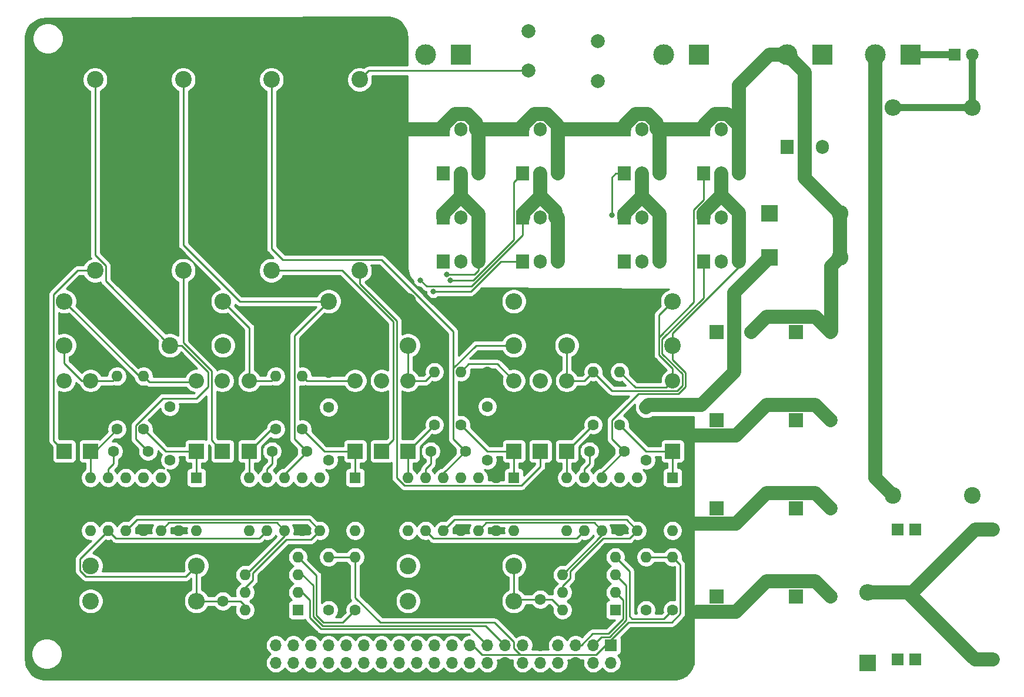
<source format=gbr>
%TF.GenerationSoftware,KiCad,Pcbnew,(5.1.9)-1*%
%TF.CreationDate,2021-02-11T14:15:12-05:00*%
%TF.ProjectId,driver_board,64726976-6572-45f6-926f-6172642e6b69,rev?*%
%TF.SameCoordinates,Original*%
%TF.FileFunction,Copper,L1,Top*%
%TF.FilePolarity,Positive*%
%FSLAX46Y46*%
G04 Gerber Fmt 4.6, Leading zero omitted, Abs format (unit mm)*
G04 Created by KiCad (PCBNEW (5.1.9)-1) date 2021-02-11 14:15:12*
%MOMM*%
%LPD*%
G01*
G04 APERTURE LIST*
%TA.AperFunction,ComponentPad*%
%ADD10O,2.400000X2.400000*%
%TD*%
%TA.AperFunction,ComponentPad*%
%ADD11C,2.400000*%
%TD*%
%TA.AperFunction,ComponentPad*%
%ADD12R,2.400000X2.400000*%
%TD*%
%TA.AperFunction,ComponentPad*%
%ADD13R,1.800000X1.800000*%
%TD*%
%TA.AperFunction,ComponentPad*%
%ADD14C,1.800000*%
%TD*%
%TA.AperFunction,ComponentPad*%
%ADD15O,1.905000X2.000000*%
%TD*%
%TA.AperFunction,ComponentPad*%
%ADD16R,1.905000X2.000000*%
%TD*%
%TA.AperFunction,ComponentPad*%
%ADD17O,1.700000X1.700000*%
%TD*%
%TA.AperFunction,ComponentPad*%
%ADD18R,1.700000X1.700000*%
%TD*%
%TA.AperFunction,ComponentPad*%
%ADD19O,1.600000X1.600000*%
%TD*%
%TA.AperFunction,ComponentPad*%
%ADD20R,1.600000X1.600000*%
%TD*%
%TA.AperFunction,ComponentPad*%
%ADD21C,1.600000*%
%TD*%
%TA.AperFunction,ComponentPad*%
%ADD22R,3.000000X3.000000*%
%TD*%
%TA.AperFunction,ComponentPad*%
%ADD23C,3.000000*%
%TD*%
%TA.AperFunction,ComponentPad*%
%ADD24C,2.000000*%
%TD*%
%TA.AperFunction,ComponentPad*%
%ADD25O,2.200000X2.200000*%
%TD*%
%TA.AperFunction,ComponentPad*%
%ADD26R,2.200000X2.200000*%
%TD*%
%TA.AperFunction,ComponentPad*%
%ADD27R,2.000000X2.000000*%
%TD*%
%TA.AperFunction,ViaPad*%
%ADD28C,0.800000*%
%TD*%
%TA.AperFunction,Conductor*%
%ADD29C,0.250000*%
%TD*%
%TA.AperFunction,Conductor*%
%ADD30C,2.000000*%
%TD*%
%TA.AperFunction,Conductor*%
%ADD31C,1.000000*%
%TD*%
%TA.AperFunction,Conductor*%
%ADD32C,0.254000*%
%TD*%
%TA.AperFunction,Conductor*%
%ADD33C,0.100000*%
%TD*%
G04 APERTURE END LIST*
D10*
%TO.P,R22,2*%
%TO.N,Net-(D10-Pad2)*%
X53975000Y-106045000D03*
D11*
%TO.P,R22,1*%
%TO.N,GND*%
X69215000Y-106045000D03*
%TD*%
D10*
%TO.P,R24,2*%
%TO.N,Net-(D12-Pad2)*%
X76835000Y-112395000D03*
D11*
%TO.P,R24,1*%
%TO.N,GND*%
X92075000Y-112395000D03*
%TD*%
%TO.P,C9,2*%
%TO.N,Net-(C18-Pad2)*%
X71120000Y-74100000D03*
%TO.P,C9,1*%
%TO.N,Net-(C18-Pad1)*%
X71120000Y-101600000D03*
%TD*%
%TO.P,C7,2*%
%TO.N,Net-(C17-Pad2)*%
X58420000Y-74100000D03*
%TO.P,C7,1*%
%TO.N,Net-(C17-Pad1)*%
X58420000Y-101600000D03*
%TD*%
%TO.P,C3,2*%
%TO.N,Net-(C15-Pad2)*%
X83820000Y-74100000D03*
%TO.P,C3,1*%
%TO.N,Net-(C15-Pad1)*%
X83820000Y-101600000D03*
%TD*%
%TO.P,C5,2*%
%TO.N,Net-(C16-Pad2)*%
X96520000Y-74100000D03*
%TO.P,C5,1*%
%TO.N,Net-(C16-Pad1)*%
X96520000Y-101600000D03*
%TD*%
D10*
%TO.P,D23,2*%
%TO.N,GND*%
X165735000Y-93345000D03*
D12*
%TO.P,D23,1*%
%TO.N,+24V*%
X155575000Y-93345000D03*
%TD*%
D13*
%TO.P,U8,4*%
%TO.N,+5V*%
X174015000Y-157632000D03*
X176555000Y-157632000D03*
D14*
%TO.P,U8,3*%
%TO.N,GND*%
X185166000Y-157632000D03*
X187706000Y-157632000D03*
D13*
%TO.P,U8,2*%
%TO.N,+24V*%
X174015000Y-138938000D03*
X176555000Y-138938000D03*
D14*
%TO.P,U8,1*%
%TO.N,GND*%
X185166000Y-138938000D03*
X187706000Y-138938000D03*
%TD*%
D15*
%TO.P,Q4,3*%
%TO.N,GND*%
X151130000Y-87630000D03*
%TO.P,Q4,2*%
%TO.N,Net-(C16-Pad2)*%
X148590000Y-87630000D03*
D16*
%TO.P,Q4,1*%
%TO.N,Net-(D8-Pad2)*%
X146050000Y-87630000D03*
%TD*%
D10*
%TO.P,D24,2*%
%TO.N,GND*%
X169672000Y-147955000D03*
D12*
%TO.P,D24,1*%
%TO.N,+5V*%
X169672000Y-158115000D03*
%TD*%
D10*
%TO.P,R21,2*%
%TO.N,Net-(D9-Pad2)*%
X53975000Y-112395000D03*
D11*
%TO.P,R21,1*%
%TO.N,Net-(C17-Pad2)*%
X69215000Y-112395000D03*
%TD*%
D17*
%TO.P,J5,40*%
%TO.N,Net-(J5-Pad40)*%
X84455000Y-158115000D03*
%TO.P,J5,39*%
%TO.N,Net-(J5-Pad39)*%
X84455000Y-155575000D03*
%TO.P,J5,38*%
%TO.N,Net-(J5-Pad38)*%
X86995000Y-158115000D03*
%TO.P,J5,37*%
%TO.N,Net-(J5-Pad37)*%
X86995000Y-155575000D03*
%TO.P,J5,36*%
%TO.N,Net-(J5-Pad36)*%
X89535000Y-158115000D03*
%TO.P,J5,35*%
%TO.N,Net-(J5-Pad35)*%
X89535000Y-155575000D03*
%TO.P,J5,34*%
%TO.N,Net-(J5-Pad34)*%
X92075000Y-158115000D03*
%TO.P,J5,33*%
%TO.N,Net-(J5-Pad33)*%
X92075000Y-155575000D03*
%TO.P,J5,32*%
%TO.N,Net-(J5-Pad32)*%
X94615000Y-158115000D03*
%TO.P,J5,31*%
%TO.N,Net-(J5-Pad31)*%
X94615000Y-155575000D03*
%TO.P,J5,30*%
%TO.N,Net-(J5-Pad30)*%
X97155000Y-158115000D03*
%TO.P,J5,29*%
%TO.N,Net-(J5-Pad29)*%
X97155000Y-155575000D03*
%TO.P,J5,28*%
%TO.N,Net-(J5-Pad28)*%
X99695000Y-158115000D03*
%TO.P,J5,27*%
%TO.N,Net-(J5-Pad27)*%
X99695000Y-155575000D03*
%TO.P,J5,26*%
%TO.N,Net-(J5-Pad26)*%
X102235000Y-158115000D03*
%TO.P,J5,25*%
%TO.N,Net-(J5-Pad25)*%
X102235000Y-155575000D03*
%TO.P,J5,24*%
%TO.N,Net-(J5-Pad24)*%
X104775000Y-158115000D03*
%TO.P,J5,23*%
%TO.N,Net-(J5-Pad23)*%
X104775000Y-155575000D03*
%TO.P,J5,22*%
%TO.N,Net-(J5-Pad22)*%
X107315000Y-158115000D03*
%TO.P,J5,21*%
%TO.N,Net-(J5-Pad21)*%
X107315000Y-155575000D03*
%TO.P,J5,20*%
%TO.N,Net-(J5-Pad20)*%
X109855000Y-158115000D03*
%TO.P,J5,19*%
%TO.N,Net-(J5-Pad19)*%
X109855000Y-155575000D03*
%TO.P,J5,18*%
%TO.N,Net-(J5-Pad18)*%
X112395000Y-158115000D03*
%TO.P,J5,17*%
%TO.N,+3V3*%
X112395000Y-155575000D03*
%TO.P,J5,16*%
%TO.N,Net-(J5-Pad16)*%
X114935000Y-158115000D03*
%TO.P,J5,15*%
%TO.N,GPIO22*%
X114935000Y-155575000D03*
%TO.P,J5,14*%
%TO.N,GND*%
X117475000Y-158115000D03*
%TO.P,J5,13*%
%TO.N,GPIO27*%
X117475000Y-155575000D03*
%TO.P,J5,12*%
%TO.N,Net-(J5-Pad12)*%
X120015000Y-158115000D03*
%TO.P,J5,11*%
%TO.N,Net-(J5-Pad11)*%
X120015000Y-155575000D03*
%TO.P,J5,10*%
%TO.N,Net-(J5-Pad10)*%
X122555000Y-158115000D03*
%TO.P,J5,9*%
%TO.N,GND*%
X122555000Y-155575000D03*
%TO.P,J5,8*%
%TO.N,Net-(J5-Pad8)*%
X125095000Y-158115000D03*
%TO.P,J5,7*%
%TO.N,Net-(J5-Pad7)*%
X125095000Y-155575000D03*
%TO.P,J5,6*%
%TO.N,GND*%
X127635000Y-158115000D03*
%TO.P,J5,5*%
%TO.N,GPIO3*%
X127635000Y-155575000D03*
%TO.P,J5,4*%
%TO.N,+5V*%
X130175000Y-158115000D03*
%TO.P,J5,3*%
%TO.N,GPIO2*%
X130175000Y-155575000D03*
%TO.P,J5,2*%
%TO.N,+5V*%
X132715000Y-158115000D03*
D18*
%TO.P,J5,1*%
%TO.N,+3V3*%
X132715000Y-155575000D03*
%TD*%
D10*
%TO.P,R20,2*%
%TO.N,Net-(D8-Pad2)*%
X141605000Y-106045000D03*
D11*
%TO.P,R20,1*%
%TO.N,GND*%
X126365000Y-106045000D03*
%TD*%
D19*
%TO.P,U1,8*%
%TO.N,+5V*%
X125730000Y-150495000D03*
%TO.P,U1,4*%
%TO.N,Net-(R2-Pad1)*%
X133350000Y-142875000D03*
%TO.P,U1,7*%
%TO.N,Net-(R5-Pad1)*%
X125730000Y-147955000D03*
%TO.P,U1,3*%
%TO.N,GPIO2*%
X133350000Y-145415000D03*
%TO.P,U1,6*%
%TO.N,Net-(R7-Pad1)*%
X125730000Y-145415000D03*
%TO.P,U1,2*%
%TO.N,GPIO3*%
X133350000Y-147955000D03*
%TO.P,U1,5*%
%TO.N,GND*%
X125730000Y-142875000D03*
D20*
%TO.P,U1,1*%
%TO.N,Net-(R1-Pad1)*%
X133350000Y-150495000D03*
%TD*%
D15*
%TO.P,D15,3*%
%TO.N,Net-(C16-Pad2)*%
X151130000Y-93980000D03*
%TO.P,D15,2*%
%TO.N,+24V*%
X148590000Y-93980000D03*
D16*
%TO.P,D15,1*%
%TO.N,Net-(C16-Pad2)*%
X146050000Y-93980000D03*
%TD*%
D21*
%TO.P,C14,2*%
%TO.N,GND*%
X92075000Y-123905000D03*
%TO.P,C14,1*%
%TO.N,+12V*%
X92075000Y-128905000D03*
%TD*%
%TO.P,C18,2*%
%TO.N,Net-(C18-Pad2)*%
X88900000Y-127635000D03*
%TO.P,C18,1*%
%TO.N,Net-(C18-Pad1)*%
X83900000Y-127635000D03*
%TD*%
D10*
%TO.P,R19,2*%
%TO.N,Net-(D7-Pad2)*%
X126365000Y-112395000D03*
D11*
%TO.P,R19,1*%
%TO.N,Net-(C16-Pad2)*%
X141605000Y-112395000D03*
%TD*%
D21*
%TO.P,C16,2*%
%TO.N,Net-(C16-Pad2)*%
X134620000Y-127635000D03*
%TO.P,C16,1*%
%TO.N,Net-(C16-Pad1)*%
X129620000Y-127635000D03*
%TD*%
%TO.P,C12,2*%
%TO.N,GND*%
X137795000Y-123905000D03*
%TO.P,C12,1*%
%TO.N,+12V*%
X137795000Y-128905000D03*
%TD*%
D15*
%TO.P,D20,3*%
%TO.N,GND*%
X125095000Y-81280000D03*
%TO.P,D20,2*%
%TO.N,Net-(C18-Pad2)*%
X122555000Y-81280000D03*
D16*
%TO.P,D20,1*%
%TO.N,GND*%
X120015000Y-81280000D03*
%TD*%
D15*
%TO.P,D19,3*%
%TO.N,Net-(C18-Pad2)*%
X125095000Y-93980000D03*
%TO.P,D19,2*%
%TO.N,+24V*%
X122555000Y-93980000D03*
D16*
%TO.P,D19,1*%
%TO.N,Net-(C18-Pad2)*%
X120015000Y-93980000D03*
%TD*%
D15*
%TO.P,U7,3*%
%TO.N,+12V*%
X163195000Y-83820000D03*
%TO.P,U7,2*%
%TO.N,GND*%
X160655000Y-83820000D03*
D16*
%TO.P,U7,1*%
%TO.N,+24V*%
X158115000Y-83820000D03*
%TD*%
D19*
%TO.P,U6,14*%
%TO.N,Net-(U6-Pad14)*%
X95885000Y-139065000D03*
%TO.P,U6,7*%
%TO.N,Net-(D11-Pad1)*%
X80645000Y-131445000D03*
%TO.P,U6,13*%
%TO.N,GND*%
X93345000Y-139065000D03*
%TO.P,U6,6*%
%TO.N,Net-(C18-Pad1)*%
X83185000Y-131445000D03*
%TO.P,U6,12*%
%TO.N,Net-(R6-Pad1)*%
X90805000Y-139065000D03*
%TO.P,U6,5*%
%TO.N,Net-(C18-Pad2)*%
X85725000Y-131445000D03*
%TO.P,U6,11*%
%TO.N,GND*%
X88265000Y-139065000D03*
%TO.P,U6,4*%
%TO.N,Net-(U6-Pad4)*%
X88265000Y-131445000D03*
%TO.P,U6,10*%
%TO.N,Net-(R8-Pad1)*%
X85725000Y-139065000D03*
%TO.P,U6,3*%
%TO.N,+12V*%
X90805000Y-131445000D03*
%TO.P,U6,9*%
%TO.N,+5V*%
X83185000Y-139065000D03*
%TO.P,U6,2*%
%TO.N,GND*%
X93345000Y-131445000D03*
%TO.P,U6,8*%
%TO.N,Net-(U6-Pad8)*%
X80645000Y-139065000D03*
D20*
%TO.P,U6,1*%
%TO.N,Net-(D12-Pad1)*%
X95885000Y-131445000D03*
%TD*%
D19*
%TO.P,U5,14*%
%TO.N,Net-(U5-Pad14)*%
X73025000Y-139065000D03*
%TO.P,U5,7*%
%TO.N,Net-(D9-Pad1)*%
X57785000Y-131445000D03*
%TO.P,U5,13*%
%TO.N,GND*%
X70485000Y-139065000D03*
%TO.P,U5,6*%
%TO.N,Net-(C17-Pad1)*%
X60325000Y-131445000D03*
%TO.P,U5,12*%
%TO.N,Net-(R8-Pad1)*%
X67945000Y-139065000D03*
%TO.P,U5,5*%
%TO.N,Net-(C17-Pad2)*%
X62865000Y-131445000D03*
%TO.P,U5,11*%
%TO.N,GND*%
X65405000Y-139065000D03*
%TO.P,U5,4*%
%TO.N,Net-(U5-Pad4)*%
X65405000Y-131445000D03*
%TO.P,U5,10*%
%TO.N,Net-(R6-Pad1)*%
X62865000Y-139065000D03*
%TO.P,U5,3*%
%TO.N,+12V*%
X67945000Y-131445000D03*
%TO.P,U5,9*%
%TO.N,+5V*%
X60325000Y-139065000D03*
%TO.P,U5,2*%
%TO.N,GND*%
X70485000Y-131445000D03*
%TO.P,U5,8*%
%TO.N,Net-(U5-Pad8)*%
X57785000Y-139065000D03*
D20*
%TO.P,U5,1*%
%TO.N,Net-(D10-Pad1)*%
X73025000Y-131445000D03*
%TD*%
D19*
%TO.P,U4,14*%
%TO.N,Net-(U4-Pad14)*%
X141605000Y-139065000D03*
%TO.P,U4,7*%
%TO.N,Net-(D7-Pad1)*%
X126365000Y-131445000D03*
%TO.P,U4,13*%
%TO.N,GND*%
X139065000Y-139065000D03*
%TO.P,U4,6*%
%TO.N,Net-(C16-Pad1)*%
X128905000Y-131445000D03*
%TO.P,U4,12*%
%TO.N,Net-(R5-Pad1)*%
X136525000Y-139065000D03*
%TO.P,U4,5*%
%TO.N,Net-(C16-Pad2)*%
X131445000Y-131445000D03*
%TO.P,U4,11*%
%TO.N,GND*%
X133985000Y-139065000D03*
%TO.P,U4,4*%
%TO.N,Net-(U4-Pad4)*%
X133985000Y-131445000D03*
%TO.P,U4,10*%
%TO.N,Net-(R7-Pad1)*%
X131445000Y-139065000D03*
%TO.P,U4,3*%
%TO.N,+12V*%
X136525000Y-131445000D03*
%TO.P,U4,9*%
%TO.N,+5V*%
X128905000Y-139065000D03*
%TO.P,U4,2*%
%TO.N,GND*%
X139065000Y-131445000D03*
%TO.P,U4,8*%
%TO.N,Net-(U4-Pad8)*%
X126365000Y-139065000D03*
D20*
%TO.P,U4,1*%
%TO.N,Net-(D8-Pad1)*%
X141605000Y-131445000D03*
%TD*%
D19*
%TO.P,U3,14*%
%TO.N,Net-(U3-Pad14)*%
X118745000Y-139065000D03*
%TO.P,U3,7*%
%TO.N,Net-(D5-Pad1)*%
X103505000Y-131445000D03*
%TO.P,U3,13*%
%TO.N,GND*%
X116205000Y-139065000D03*
%TO.P,U3,6*%
%TO.N,Net-(C15-Pad1)*%
X106045000Y-131445000D03*
%TO.P,U3,12*%
%TO.N,Net-(R7-Pad1)*%
X113665000Y-139065000D03*
%TO.P,U3,5*%
%TO.N,Net-(C15-Pad2)*%
X108585000Y-131445000D03*
%TO.P,U3,11*%
%TO.N,GND*%
X111125000Y-139065000D03*
%TO.P,U3,4*%
%TO.N,Net-(U3-Pad4)*%
X111125000Y-131445000D03*
%TO.P,U3,10*%
%TO.N,Net-(R5-Pad1)*%
X108585000Y-139065000D03*
%TO.P,U3,3*%
%TO.N,+12V*%
X113665000Y-131445000D03*
%TO.P,U3,9*%
%TO.N,+5V*%
X106045000Y-139065000D03*
%TO.P,U3,2*%
%TO.N,GND*%
X116205000Y-131445000D03*
%TO.P,U3,8*%
%TO.N,Net-(U3-Pad8)*%
X103505000Y-139065000D03*
D20*
%TO.P,U3,1*%
%TO.N,Net-(D6-Pad1)*%
X118745000Y-131445000D03*
%TD*%
D19*
%TO.P,U2,8*%
%TO.N,+5V*%
X80010000Y-150495000D03*
%TO.P,U2,4*%
%TO.N,Net-(R4-Pad1)*%
X87630000Y-142875000D03*
%TO.P,U2,7*%
%TO.N,Net-(R6-Pad1)*%
X80010000Y-147955000D03*
%TO.P,U2,3*%
%TO.N,GPIO27*%
X87630000Y-145415000D03*
%TO.P,U2,6*%
%TO.N,Net-(R8-Pad1)*%
X80010000Y-145415000D03*
%TO.P,U2,2*%
%TO.N,GPIO22*%
X87630000Y-147955000D03*
%TO.P,U2,5*%
%TO.N,GND*%
X80010000Y-142875000D03*
D20*
%TO.P,U2,1*%
%TO.N,Net-(R3-Pad1)*%
X87630000Y-150495000D03*
%TD*%
D10*
%TO.P,R26,2*%
%TO.N,Net-(D22-Pad2)*%
X173355000Y-78105000D03*
D11*
%TO.P,R26,1*%
%TO.N,+24V*%
X173355000Y-133985000D03*
%TD*%
D10*
%TO.P,R25,2*%
%TO.N,Net-(D22-Pad2)*%
X184785000Y-78105000D03*
D11*
%TO.P,R25,1*%
%TO.N,+24V*%
X184785000Y-133985000D03*
%TD*%
D10*
%TO.P,R23,2*%
%TO.N,Net-(D11-Pad2)*%
X76835000Y-106045000D03*
D11*
%TO.P,R23,1*%
%TO.N,Net-(C18-Pad2)*%
X92075000Y-106045000D03*
%TD*%
D10*
%TO.P,R18,2*%
%TO.N,Net-(D6-Pad2)*%
X118745000Y-106045000D03*
D11*
%TO.P,R18,1*%
%TO.N,GND*%
X103505000Y-106045000D03*
%TD*%
D10*
%TO.P,R17,2*%
%TO.N,Net-(D5-Pad2)*%
X103505000Y-112395000D03*
D11*
%TO.P,R17,1*%
%TO.N,Net-(C15-Pad2)*%
X118745000Y-112395000D03*
%TD*%
D19*
%TO.P,R16,2*%
%TO.N,Net-(D12-Pad2)*%
X88265000Y-116840000D03*
D21*
%TO.P,R16,1*%
%TO.N,Net-(D12-Pad1)*%
X88265000Y-124460000D03*
%TD*%
D19*
%TO.P,R15,2*%
%TO.N,Net-(D11-Pad2)*%
X84455000Y-116840000D03*
D21*
%TO.P,R15,1*%
%TO.N,Net-(D11-Pad1)*%
X84455000Y-124460000D03*
%TD*%
D19*
%TO.P,R14,2*%
%TO.N,Net-(D10-Pad2)*%
X65405000Y-116840000D03*
D21*
%TO.P,R14,1*%
%TO.N,Net-(D10-Pad1)*%
X65405000Y-124460000D03*
%TD*%
D19*
%TO.P,R13,2*%
%TO.N,Net-(D9-Pad2)*%
X61595000Y-116840000D03*
D21*
%TO.P,R13,1*%
%TO.N,Net-(D9-Pad1)*%
X61595000Y-124460000D03*
%TD*%
D19*
%TO.P,R12,2*%
%TO.N,Net-(D8-Pad2)*%
X133985000Y-116205000D03*
D21*
%TO.P,R12,1*%
%TO.N,Net-(D8-Pad1)*%
X133985000Y-123825000D03*
%TD*%
D19*
%TO.P,R11,2*%
%TO.N,Net-(D7-Pad2)*%
X130175000Y-116205000D03*
D21*
%TO.P,R11,1*%
%TO.N,Net-(D7-Pad1)*%
X130175000Y-123825000D03*
%TD*%
D19*
%TO.P,R10,2*%
%TO.N,Net-(D6-Pad2)*%
X111125000Y-116205000D03*
D21*
%TO.P,R10,1*%
%TO.N,Net-(D6-Pad1)*%
X111125000Y-123825000D03*
%TD*%
D19*
%TO.P,R9,2*%
%TO.N,Net-(D5-Pad2)*%
X107315000Y-116205000D03*
D21*
%TO.P,R9,1*%
%TO.N,Net-(D5-Pad1)*%
X107315000Y-123825000D03*
%TD*%
D10*
%TO.P,R8,2*%
%TO.N,+5V*%
X73025000Y-149225000D03*
D11*
%TO.P,R8,1*%
%TO.N,Net-(R8-Pad1)*%
X57785000Y-149225000D03*
%TD*%
D10*
%TO.P,R7,2*%
%TO.N,+5V*%
X118745000Y-149225000D03*
D11*
%TO.P,R7,1*%
%TO.N,Net-(R7-Pad1)*%
X103505000Y-149225000D03*
%TD*%
D10*
%TO.P,R6,2*%
%TO.N,+5V*%
X73025000Y-144145000D03*
D11*
%TO.P,R6,1*%
%TO.N,Net-(R6-Pad1)*%
X57785000Y-144145000D03*
%TD*%
D10*
%TO.P,R5,2*%
%TO.N,+5V*%
X118745000Y-144145000D03*
D11*
%TO.P,R5,1*%
%TO.N,Net-(R5-Pad1)*%
X103505000Y-144145000D03*
%TD*%
D19*
%TO.P,R4,2*%
%TO.N,+3V3*%
X95885000Y-142875000D03*
D21*
%TO.P,R4,1*%
%TO.N,Net-(R4-Pad1)*%
X95885000Y-150495000D03*
%TD*%
D19*
%TO.P,R3,2*%
%TO.N,+3V3*%
X92075000Y-142875000D03*
D21*
%TO.P,R3,1*%
%TO.N,Net-(R3-Pad1)*%
X92075000Y-150495000D03*
%TD*%
D19*
%TO.P,R2,2*%
%TO.N,+3V3*%
X141605000Y-142875000D03*
D21*
%TO.P,R2,1*%
%TO.N,Net-(R2-Pad1)*%
X141605000Y-150495000D03*
%TD*%
D19*
%TO.P,R1,2*%
%TO.N,+3V3*%
X137795000Y-142875000D03*
D21*
%TO.P,R1,1*%
%TO.N,Net-(R1-Pad1)*%
X137795000Y-150495000D03*
%TD*%
D15*
%TO.P,Q8,3*%
%TO.N,GND*%
X125095000Y-87630000D03*
%TO.P,Q8,2*%
%TO.N,Net-(C18-Pad2)*%
X122555000Y-87630000D03*
D16*
%TO.P,Q8,1*%
%TO.N,Net-(D12-Pad2)*%
X120015000Y-87630000D03*
%TD*%
D15*
%TO.P,Q7,3*%
%TO.N,Net-(C18-Pad2)*%
X125095000Y-100330000D03*
%TO.P,Q7,2*%
%TO.N,+24V*%
X122555000Y-100330000D03*
D16*
%TO.P,Q7,1*%
%TO.N,Net-(D11-Pad2)*%
X120015000Y-100330000D03*
%TD*%
D15*
%TO.P,Q6,3*%
%TO.N,GND*%
X113665000Y-87630000D03*
%TO.P,Q6,2*%
%TO.N,Net-(C17-Pad2)*%
X111125000Y-87630000D03*
D16*
%TO.P,Q6,1*%
%TO.N,Net-(D10-Pad2)*%
X108585000Y-87630000D03*
%TD*%
D15*
%TO.P,Q5,3*%
%TO.N,Net-(C17-Pad2)*%
X113665000Y-100330000D03*
%TO.P,Q5,2*%
%TO.N,+24V*%
X111125000Y-100330000D03*
D16*
%TO.P,Q5,1*%
%TO.N,Net-(D9-Pad2)*%
X108585000Y-100330000D03*
%TD*%
D15*
%TO.P,Q3,3*%
%TO.N,Net-(C16-Pad2)*%
X151130000Y-100330000D03*
%TO.P,Q3,2*%
%TO.N,+24V*%
X148590000Y-100330000D03*
D16*
%TO.P,Q3,1*%
%TO.N,Net-(D7-Pad2)*%
X146050000Y-100330000D03*
%TD*%
D15*
%TO.P,Q2,3*%
%TO.N,GND*%
X139700000Y-87630000D03*
%TO.P,Q2,2*%
%TO.N,Net-(C15-Pad2)*%
X137160000Y-87630000D03*
D16*
%TO.P,Q2,1*%
%TO.N,Net-(D6-Pad2)*%
X134620000Y-87630000D03*
%TD*%
D15*
%TO.P,Q1,3*%
%TO.N,Net-(C15-Pad2)*%
X139700000Y-100330000D03*
%TO.P,Q1,2*%
%TO.N,+24V*%
X137160000Y-100330000D03*
D16*
%TO.P,Q1,1*%
%TO.N,Net-(D5-Pad2)*%
X134620000Y-100330000D03*
%TD*%
D22*
%TO.P,J4,1*%
%TO.N,Net-(C19-Pad1)*%
X175895000Y-70485000D03*
D23*
%TO.P,J4,2*%
%TO.N,+24V*%
X170815000Y-70485000D03*
%TD*%
D22*
%TO.P,J3,1*%
%TO.N,+24V*%
X163195000Y-70485000D03*
D23*
%TO.P,J3,2*%
%TO.N,GND*%
X158115000Y-70485000D03*
%TD*%
D22*
%TO.P,J2,1*%
%TO.N,Net-(C17-Pad2)*%
X111125000Y-70485000D03*
D23*
%TO.P,J2,2*%
%TO.N,Net-(F2-Pad1)*%
X106045000Y-70485000D03*
%TD*%
D22*
%TO.P,J1,1*%
%TO.N,Net-(C15-Pad2)*%
X145415000Y-70485000D03*
D23*
%TO.P,J1,2*%
%TO.N,Net-(F1-Pad1)*%
X140335000Y-70485000D03*
%TD*%
D24*
%TO.P,F2,2*%
%TO.N,Net-(C18-Pad2)*%
X130810000Y-68580000D03*
%TO.P,F2,1*%
%TO.N,Net-(F2-Pad1)*%
X120810000Y-67080000D03*
%TD*%
%TO.P,F1,2*%
%TO.N,Net-(C16-Pad2)*%
X120810000Y-72795000D03*
%TO.P,F1,1*%
%TO.N,Net-(F1-Pad1)*%
X130810000Y-74295000D03*
%TD*%
D14*
%TO.P,D22,2*%
%TO.N,Net-(D22-Pad2)*%
X184785000Y-70485000D03*
D13*
%TO.P,D22,1*%
%TO.N,Net-(C19-Pad1)*%
X182245000Y-70485000D03*
%TD*%
D10*
%TO.P,D21,2*%
%TO.N,GND*%
X165735000Y-99695000D03*
D12*
%TO.P,D21,1*%
%TO.N,+12V*%
X155575000Y-99695000D03*
%TD*%
D15*
%TO.P,D18,3*%
%TO.N,GND*%
X113665000Y-81280000D03*
%TO.P,D18,2*%
%TO.N,Net-(C17-Pad2)*%
X111125000Y-81280000D03*
D16*
%TO.P,D18,1*%
%TO.N,GND*%
X108585000Y-81280000D03*
%TD*%
D15*
%TO.P,D17,3*%
%TO.N,Net-(C17-Pad2)*%
X113665000Y-93980000D03*
%TO.P,D17,2*%
%TO.N,+24V*%
X111125000Y-93980000D03*
D16*
%TO.P,D17,1*%
%TO.N,Net-(C17-Pad2)*%
X108585000Y-93980000D03*
%TD*%
D15*
%TO.P,D16,3*%
%TO.N,GND*%
X151130000Y-81280000D03*
%TO.P,D16,2*%
%TO.N,Net-(C16-Pad2)*%
X148590000Y-81280000D03*
D16*
%TO.P,D16,1*%
%TO.N,GND*%
X146050000Y-81280000D03*
%TD*%
D15*
%TO.P,D14,3*%
%TO.N,GND*%
X139700000Y-81280000D03*
%TO.P,D14,2*%
%TO.N,Net-(C15-Pad2)*%
X137160000Y-81280000D03*
D16*
%TO.P,D14,1*%
%TO.N,GND*%
X134620000Y-81280000D03*
%TD*%
D15*
%TO.P,D13,3*%
%TO.N,Net-(C15-Pad2)*%
X139700000Y-93980000D03*
%TO.P,D13,2*%
%TO.N,+24V*%
X137160000Y-93980000D03*
D16*
%TO.P,D13,1*%
%TO.N,Net-(C15-Pad2)*%
X134620000Y-93980000D03*
%TD*%
D25*
%TO.P,D12,2*%
%TO.N,Net-(D12-Pad2)*%
X95885000Y-117475000D03*
D26*
%TO.P,D12,1*%
%TO.N,Net-(D12-Pad1)*%
X95885000Y-127635000D03*
%TD*%
D25*
%TO.P,D11,2*%
%TO.N,Net-(D11-Pad2)*%
X80645000Y-117475000D03*
D26*
%TO.P,D11,1*%
%TO.N,Net-(D11-Pad1)*%
X80645000Y-127635000D03*
%TD*%
D25*
%TO.P,D10,2*%
%TO.N,Net-(D10-Pad2)*%
X73025000Y-117475000D03*
D26*
%TO.P,D10,1*%
%TO.N,Net-(D10-Pad1)*%
X73025000Y-127635000D03*
%TD*%
D25*
%TO.P,D9,2*%
%TO.N,Net-(D9-Pad2)*%
X57785000Y-117475000D03*
D26*
%TO.P,D9,1*%
%TO.N,Net-(D9-Pad1)*%
X57785000Y-127635000D03*
%TD*%
D25*
%TO.P,D8,2*%
%TO.N,Net-(D8-Pad2)*%
X141605000Y-117475000D03*
D26*
%TO.P,D8,1*%
%TO.N,Net-(D8-Pad1)*%
X141605000Y-127635000D03*
%TD*%
D25*
%TO.P,D7,2*%
%TO.N,Net-(D7-Pad2)*%
X126365000Y-117475000D03*
D26*
%TO.P,D7,1*%
%TO.N,Net-(D7-Pad1)*%
X126365000Y-127635000D03*
%TD*%
D25*
%TO.P,D6,2*%
%TO.N,Net-(D6-Pad2)*%
X118745000Y-117475000D03*
D26*
%TO.P,D6,1*%
%TO.N,Net-(D6-Pad1)*%
X118745000Y-127635000D03*
%TD*%
D25*
%TO.P,D5,2*%
%TO.N,Net-(D5-Pad2)*%
X103505000Y-117475000D03*
D26*
%TO.P,D5,1*%
%TO.N,Net-(D5-Pad1)*%
X103505000Y-127635000D03*
%TD*%
D25*
%TO.P,D4,2*%
%TO.N,+12V*%
X76765000Y-117475000D03*
D26*
%TO.P,D4,1*%
%TO.N,Net-(C18-Pad1)*%
X76765000Y-127635000D03*
%TD*%
D25*
%TO.P,D3,2*%
%TO.N,+12V*%
X53975000Y-117475000D03*
D26*
%TO.P,D3,1*%
%TO.N,Net-(C17-Pad1)*%
X53975000Y-127635000D03*
%TD*%
D25*
%TO.P,D2,2*%
%TO.N,+12V*%
X122555000Y-117475000D03*
D26*
%TO.P,D2,1*%
%TO.N,Net-(C16-Pad1)*%
X122555000Y-127635000D03*
%TD*%
D25*
%TO.P,D1,2*%
%TO.N,+12V*%
X99695000Y-117475000D03*
D26*
%TO.P,D1,1*%
%TO.N,Net-(C15-Pad1)*%
X99695000Y-127635000D03*
%TD*%
D24*
%TO.P,C26,2*%
%TO.N,GND*%
X152955000Y-148590000D03*
D27*
%TO.P,C26,1*%
%TO.N,Net-(C19-Pad1)*%
X147955000Y-148590000D03*
%TD*%
D24*
%TO.P,C25,2*%
%TO.N,GND*%
X164385000Y-135890000D03*
D27*
%TO.P,C25,1*%
%TO.N,Net-(C19-Pad1)*%
X159385000Y-135890000D03*
%TD*%
D24*
%TO.P,C24,2*%
%TO.N,GND*%
X164385000Y-148590000D03*
D27*
%TO.P,C24,1*%
%TO.N,Net-(C19-Pad1)*%
X159385000Y-148590000D03*
%TD*%
D24*
%TO.P,C23,2*%
%TO.N,GND*%
X152955000Y-135890000D03*
D27*
%TO.P,C23,1*%
%TO.N,Net-(C19-Pad1)*%
X147955000Y-135890000D03*
%TD*%
D24*
%TO.P,C22,2*%
%TO.N,GND*%
X152955000Y-123190000D03*
D27*
%TO.P,C22,1*%
%TO.N,Net-(C19-Pad1)*%
X147955000Y-123190000D03*
%TD*%
D24*
%TO.P,C21,2*%
%TO.N,GND*%
X164385000Y-110490000D03*
D27*
%TO.P,C21,1*%
%TO.N,Net-(C19-Pad1)*%
X159385000Y-110490000D03*
%TD*%
D24*
%TO.P,C20,2*%
%TO.N,GND*%
X152955000Y-110490000D03*
D27*
%TO.P,C20,1*%
%TO.N,Net-(C19-Pad1)*%
X147955000Y-110490000D03*
%TD*%
D24*
%TO.P,C19,2*%
%TO.N,GND*%
X164385000Y-123190000D03*
D27*
%TO.P,C19,1*%
%TO.N,Net-(C19-Pad1)*%
X159385000Y-123190000D03*
%TD*%
D21*
%TO.P,C17,2*%
%TO.N,Net-(C17-Pad2)*%
X66040000Y-127635000D03*
%TO.P,C17,1*%
%TO.N,Net-(C17-Pad1)*%
X61040000Y-127635000D03*
%TD*%
%TO.P,C15,2*%
%TO.N,Net-(C15-Pad2)*%
X111760000Y-127635000D03*
%TO.P,C15,1*%
%TO.N,Net-(C15-Pad1)*%
X106760000Y-127635000D03*
%TD*%
%TO.P,C13,2*%
%TO.N,GND*%
X69215000Y-123905000D03*
%TO.P,C13,1*%
%TO.N,+12V*%
X69215000Y-128905000D03*
%TD*%
%TO.P,C11,2*%
%TO.N,GND*%
X114935000Y-123905000D03*
%TO.P,C11,1*%
%TO.N,+12V*%
X114935000Y-128905000D03*
%TD*%
%TO.P,C10,2*%
%TO.N,GND*%
X92075000Y-116285000D03*
%TO.P,C10,1*%
%TO.N,+12V*%
X92075000Y-121285000D03*
%TD*%
%TO.P,C8,2*%
%TO.N,GND*%
X69215000Y-116205000D03*
%TO.P,C8,1*%
%TO.N,+12V*%
X69215000Y-121205000D03*
%TD*%
%TO.P,C6,2*%
%TO.N,GND*%
X137795000Y-116285000D03*
%TO.P,C6,1*%
%TO.N,+12V*%
X137795000Y-121285000D03*
%TD*%
%TO.P,C4,2*%
%TO.N,GND*%
X114935000Y-116205000D03*
%TO.P,C4,1*%
%TO.N,+12V*%
X114935000Y-121205000D03*
%TD*%
%TO.P,C2,2*%
%TO.N,GND*%
X76835000Y-144225000D03*
%TO.P,C2,1*%
%TO.N,+5V*%
X76835000Y-149225000D03*
%TD*%
%TO.P,C1,2*%
%TO.N,GND*%
X122555000Y-143971000D03*
%TO.P,C1,1*%
%TO.N,+5V*%
X122555000Y-148971000D03*
%TD*%
D28*
%TO.N,Net-(C17-Pad2)*%
X109053662Y-102176431D03*
%TO.N,Net-(C18-Pad2)*%
X105283000Y-102997000D03*
%TO.N,Net-(D6-Pad2)*%
X132841996Y-93599000D03*
%TO.N,Net-(D11-Pad2)*%
X107147425Y-104613912D03*
%TO.N,Net-(D12-Pad2)*%
X109610839Y-103006839D03*
%TD*%
D29*
%TO.N,GND*%
X92075000Y-112776000D02*
X92075000Y-116285000D01*
D30*
X160655000Y-73025000D02*
X160655000Y-83820000D01*
X158115000Y-70485000D02*
X160655000Y-73025000D01*
X160655000Y-88265000D02*
X165735000Y-93345000D01*
X160655000Y-83820000D02*
X160655000Y-88265000D01*
X165735000Y-93345000D02*
X165735000Y-99695000D01*
X158115000Y-70485000D02*
X155575000Y-70485000D01*
X151130000Y-74930000D02*
X151130000Y-87630000D01*
X155575000Y-70485000D02*
X151130000Y-74930000D01*
X146050000Y-80728392D02*
X146050000Y-81280000D01*
X149481598Y-79079990D02*
X147698402Y-79079990D01*
X147698402Y-79079990D02*
X146050000Y-80728392D01*
X151130000Y-80728392D02*
X149481598Y-79079990D01*
X151130000Y-81280000D02*
X151130000Y-80728392D01*
X146050000Y-81280000D02*
X139700000Y-81280000D01*
X134620000Y-80728392D02*
X134620000Y-81280000D01*
X136268402Y-79079990D02*
X134620000Y-80728392D01*
X138051598Y-79079990D02*
X136268402Y-79079990D01*
X139312510Y-80340902D02*
X138051598Y-79079990D01*
X139446000Y-81280000D02*
X139312510Y-81146510D01*
X139312510Y-81146510D02*
X139312510Y-80340902D01*
X139700000Y-81280000D02*
X139446000Y-81280000D01*
X134620000Y-81280000D02*
X125095000Y-81280000D01*
X139700000Y-81280000D02*
X139700000Y-87630000D01*
X120015000Y-80728392D02*
X120015000Y-81280000D01*
X121663402Y-79079990D02*
X120015000Y-80728392D01*
X123446598Y-79079990D02*
X121663402Y-79079990D01*
X125095000Y-80728392D02*
X123446598Y-79079990D01*
X125095000Y-81280000D02*
X125095000Y-80728392D01*
X125095000Y-81280000D02*
X125095000Y-87630000D01*
X120015000Y-81280000D02*
X113665000Y-81280000D01*
X110233402Y-79079990D02*
X108585000Y-80728392D01*
X112016598Y-79079990D02*
X110233402Y-79079990D01*
X113277510Y-80340902D02*
X112016598Y-79079990D01*
X108585000Y-80728392D02*
X108585000Y-81280000D01*
X113277510Y-81273510D02*
X113277510Y-80340902D01*
X113284000Y-81280000D02*
X113277510Y-81273510D01*
X113665000Y-81280000D02*
X113284000Y-81280000D01*
X113665000Y-81280000D02*
X113665000Y-87630000D01*
X164465000Y-110410000D02*
X164385000Y-110490000D01*
X164465000Y-100965000D02*
X164465000Y-110410000D01*
X165735000Y-99695000D02*
X164465000Y-100965000D01*
X187706000Y-138938000D02*
X185166000Y-138938000D01*
X185166000Y-157632000D02*
X187706000Y-157632000D01*
X175489000Y-147955000D02*
X169672000Y-147955000D01*
X185166000Y-157632000D02*
X175489000Y-147955000D01*
X169672000Y-147955000D02*
X176149000Y-147955000D01*
X176149000Y-147955000D02*
X185166000Y-138938000D01*
X139065000Y-137933630D02*
X143308631Y-133689999D01*
X139065000Y-139065000D02*
X139065000Y-137933630D01*
X162184999Y-133689999D02*
X164385000Y-135890000D01*
X155155001Y-133689999D02*
X162184999Y-133689999D01*
X152955000Y-135890000D02*
X155155001Y-133689999D01*
X162184999Y-146389999D02*
X164385000Y-148590000D01*
X155155001Y-146389999D02*
X162184999Y-146389999D01*
X152955000Y-148590000D02*
X155155001Y-146389999D01*
X162184999Y-120989999D02*
X164385000Y-123190000D01*
X155155001Y-120989999D02*
X162184999Y-120989999D01*
X152955000Y-123190000D02*
X155155001Y-120989999D01*
X155155001Y-108289999D02*
X162184999Y-108289999D01*
X162184999Y-108289999D02*
X164385000Y-110490000D01*
X152955000Y-110490000D02*
X155155001Y-108289999D01*
X108585000Y-81280000D02*
X103505000Y-81280000D01*
X150754999Y-138090001D02*
X144440001Y-138090001D01*
X152955000Y-135890000D02*
X150754999Y-138090001D01*
X150754999Y-150790001D02*
X145075001Y-150790001D01*
X152955000Y-148590000D02*
X150754999Y-150790001D01*
X150754999Y-125390001D02*
X144440001Y-125390001D01*
X152955000Y-123190000D02*
X150754999Y-125390001D01*
D29*
%TO.N,+5V*%
X124206000Y-148971000D02*
X125730000Y-150495000D01*
X122555000Y-148971000D02*
X124206000Y-148971000D01*
X118999000Y-148971000D02*
X122555000Y-148971000D01*
X118745000Y-149225000D02*
X118999000Y-148971000D01*
X73025000Y-144145000D02*
X73025000Y-149225000D01*
X73025000Y-149225000D02*
X76835000Y-149225000D01*
X79375000Y-149225000D02*
X80645000Y-150495000D01*
X76835000Y-149225000D02*
X79375000Y-149225000D01*
X118745000Y-144145000D02*
X118745000Y-149225000D01*
X82059999Y-140190001D02*
X83185000Y-139065000D01*
X60325000Y-139065000D02*
X61450001Y-140190001D01*
X127779999Y-140190001D02*
X128905000Y-139065000D01*
X107170001Y-140190001D02*
X127779999Y-140190001D01*
X106045000Y-139065000D02*
X107170001Y-140190001D01*
X61450001Y-140190001D02*
X82059999Y-140190001D01*
X56259999Y-143130001D02*
X60325000Y-139065000D01*
X56259999Y-144877001D02*
X56259999Y-143130001D01*
X57052999Y-145670001D02*
X56259999Y-144877001D01*
X71499999Y-145670001D02*
X57052999Y-145670001D01*
X73025000Y-144145000D02*
X71499999Y-145670001D01*
%TO.N,Net-(C15-Pad2)*%
X134620000Y-93980000D02*
X134620000Y-93345000D01*
X139700000Y-93980000D02*
X139700000Y-93345000D01*
X108585000Y-131445000D02*
X108585000Y-130810000D01*
X108585000Y-130810000D02*
X111760000Y-127635000D01*
X109999999Y-125874999D02*
X111760000Y-127635000D01*
X109999999Y-115664999D02*
X109999999Y-116476999D01*
X109999999Y-114790001D02*
X109999999Y-116695001D01*
X109999999Y-116695001D02*
X109999999Y-125874999D01*
X109999999Y-116476999D02*
X109999999Y-116695001D01*
X109999999Y-115664999D02*
X109999999Y-116314001D01*
X118745000Y-112395000D02*
X113269998Y-112395000D01*
X109999999Y-116314001D02*
X109999999Y-116476999D01*
X113269998Y-112395000D02*
X109999999Y-115664999D01*
X109999999Y-112250001D02*
X109999999Y-116314001D01*
X109999999Y-110379998D02*
X109999999Y-112250001D01*
X99696001Y-100076000D02*
X109999999Y-110379998D01*
X97253002Y-100076000D02*
X99696001Y-100076000D01*
X97252001Y-100074999D02*
X97253002Y-100076000D01*
X95787999Y-100074999D02*
X97252001Y-100074999D01*
X95786998Y-100076000D02*
X95787999Y-100074999D01*
X85471000Y-100076000D02*
X95786998Y-100076000D01*
X83820000Y-98425000D02*
X85471000Y-100076000D01*
X83820000Y-74100000D02*
X83820000Y-98425000D01*
D30*
X134620000Y-93428392D02*
X134620000Y-93980000D01*
X137160000Y-90888392D02*
X134620000Y-93428392D01*
X137160000Y-87630000D02*
X137160000Y-90888392D01*
X139700000Y-93980000D02*
X139700000Y-100330000D01*
X139700000Y-93428392D02*
X137160000Y-90888392D01*
X139700000Y-93980000D02*
X139700000Y-93428392D01*
D29*
%TO.N,Net-(C15-Pad1)*%
X106045000Y-131445000D02*
X106045000Y-130175000D01*
X106760000Y-129460000D02*
X106760000Y-127635000D01*
X106045000Y-130175000D02*
X106760000Y-129460000D01*
X99695000Y-127635000D02*
X101346000Y-125984000D01*
X101346000Y-125984000D02*
X101346000Y-108967410D01*
X101346000Y-108967410D02*
X93978590Y-101600000D01*
X93978590Y-101600000D02*
X83820000Y-101600000D01*
D30*
%TO.N,+12V*%
X150495000Y-104775000D02*
X155575000Y-99695000D01*
X145710001Y-120989999D02*
X150495000Y-116205000D01*
X150495000Y-116205000D02*
X150495000Y-104775000D01*
X138090001Y-120989999D02*
X145710001Y-120989999D01*
X137795000Y-121285000D02*
X138090001Y-120989999D01*
D29*
%TO.N,Net-(C16-Pad2)*%
X146050000Y-93980000D02*
X146050000Y-93345000D01*
X151130000Y-93980000D02*
X151130000Y-93345000D01*
X131445000Y-131445000D02*
X131445000Y-130810000D01*
X131445000Y-130810000D02*
X134620000Y-127635000D01*
X96520000Y-74100000D02*
X97790000Y-72830000D01*
X120775000Y-72830000D02*
X120810000Y-72795000D01*
X97790000Y-72830000D02*
X120775000Y-72830000D01*
X151130000Y-101092000D02*
X151130000Y-100330000D01*
X141605000Y-110617000D02*
X151130000Y-101092000D01*
X141605000Y-112395000D02*
X141605000Y-110617000D01*
X143480011Y-118345401D02*
X143480011Y-116302011D01*
X143480011Y-116302011D02*
X141605000Y-114427000D01*
X132859999Y-123172001D02*
X136681989Y-119350011D01*
X141605000Y-114427000D02*
X141605000Y-112395000D01*
X136681989Y-119350011D02*
X142475402Y-119350010D01*
X132859999Y-125874999D02*
X132859999Y-123172001D01*
X142475402Y-119350010D02*
X143480011Y-118345401D01*
X134620000Y-127635000D02*
X132859999Y-125874999D01*
D30*
X151130000Y-93980000D02*
X151130000Y-100330000D01*
X146050000Y-93316345D02*
X146050000Y-93980000D01*
X148590000Y-90776345D02*
X146050000Y-93316345D01*
X148590000Y-87630000D02*
X148590000Y-90776345D01*
X151130000Y-93316345D02*
X148590000Y-90776345D01*
X151130000Y-93980000D02*
X151130000Y-93316345D01*
D29*
%TO.N,Net-(C16-Pad1)*%
X128905000Y-130175000D02*
X128905000Y-131445000D01*
X129620000Y-129460000D02*
X128905000Y-130175000D01*
X129620000Y-127635000D02*
X129620000Y-129460000D01*
X96520000Y-103505000D02*
X96520000Y-101600000D01*
X101854000Y-108839000D02*
X96520000Y-103505000D01*
X101854000Y-131459002D02*
X101854000Y-108839000D01*
X102964999Y-132570001D02*
X101854000Y-131459002D01*
X119805001Y-132570001D02*
X102964999Y-132570001D01*
X122555000Y-129820002D02*
X119805001Y-132570001D01*
X122555000Y-127635000D02*
X122555000Y-129820002D01*
%TO.N,Net-(C17-Pad2)*%
X66040000Y-128270000D02*
X66040000Y-127635000D01*
X70864590Y-112395000D02*
X69215000Y-112395000D01*
X74733989Y-118306011D02*
X74733989Y-116264399D01*
X68184998Y-120015000D02*
X73025000Y-120015000D01*
X74733989Y-116264399D02*
X70864590Y-112395000D01*
X64279999Y-123919999D02*
X68184998Y-120015000D01*
X73025000Y-120015000D02*
X74733989Y-118306011D01*
X64279999Y-125874999D02*
X64279999Y-123919999D01*
X66040000Y-127635000D02*
X64279999Y-125874999D01*
X59945001Y-103125001D02*
X69215000Y-112395000D01*
X59945001Y-100867999D02*
X59945001Y-103125001D01*
X58420000Y-99342998D02*
X59945001Y-100867999D01*
X58420000Y-74100000D02*
X58420000Y-99342998D01*
X113084338Y-102176431D02*
X109053662Y-102176431D01*
X113665000Y-101595769D02*
X113084338Y-102176431D01*
X113665000Y-100330000D02*
X113665000Y-101595769D01*
D30*
X108585000Y-93428392D02*
X108585000Y-93980000D01*
X111125000Y-90888392D02*
X108585000Y-93428392D01*
X111125000Y-87630000D02*
X111125000Y-90888392D01*
X113665000Y-93980000D02*
X113665000Y-100330000D01*
X113665000Y-93428392D02*
X111125000Y-90888392D01*
X113665000Y-93980000D02*
X113665000Y-93428392D01*
D29*
%TO.N,Net-(C17-Pad1)*%
X61040000Y-129460000D02*
X61040000Y-127635000D01*
X60325000Y-130175000D02*
X61040000Y-129460000D01*
X60325000Y-131445000D02*
X60325000Y-130175000D01*
X55880000Y-101600000D02*
X58420000Y-101600000D01*
X52449999Y-105030001D02*
X55880000Y-101600000D01*
X52449999Y-126109999D02*
X52449999Y-105030001D01*
X53975000Y-127635000D02*
X52449999Y-126109999D01*
%TO.N,Net-(C18-Pad2)*%
X88900000Y-127762000D02*
X88900000Y-127635000D01*
X85725000Y-130937000D02*
X88900000Y-127762000D01*
X85725000Y-131445000D02*
X85725000Y-130937000D01*
X87139999Y-125874999D02*
X88900000Y-127635000D01*
X92075000Y-106045000D02*
X87139999Y-110980001D01*
X87139999Y-117364589D02*
X87139999Y-118762999D01*
X87139999Y-118762999D02*
X87139999Y-125874999D01*
X87139999Y-110980001D02*
X87139999Y-118762999D01*
X71120000Y-90932000D02*
X71120000Y-91157002D01*
X71120000Y-74100000D02*
X71120000Y-90932000D01*
X71120000Y-97917000D02*
X71120000Y-90932000D01*
X79248000Y-106045000D02*
X71120000Y-97917000D01*
X92075000Y-106045000D02*
X79248000Y-106045000D01*
X112644688Y-103888902D02*
X106174902Y-103888902D01*
X120015000Y-93980000D02*
X120015000Y-96518590D01*
X106174902Y-103888902D02*
X105283000Y-102997000D01*
X120015000Y-96518590D02*
X112644688Y-103888902D01*
D30*
X125095000Y-93980000D02*
X125095000Y-100330000D01*
X120062509Y-93380883D02*
X120062509Y-93980000D01*
X122555000Y-90888392D02*
X120062509Y-93380883D01*
X122555000Y-87630000D02*
X122555000Y-90888392D01*
X124707510Y-93973510D02*
X124707510Y-93040902D01*
X124707510Y-93040902D02*
X122555000Y-90888392D01*
X124714000Y-93980000D02*
X124707510Y-93973510D01*
X125095000Y-93980000D02*
X124714000Y-93980000D01*
D29*
%TO.N,Net-(C18-Pad1)*%
X83185000Y-130175000D02*
X83185000Y-131445000D01*
X83900000Y-129460000D02*
X83185000Y-130175000D01*
X83900000Y-127635000D02*
X83900000Y-129460000D01*
X75184000Y-126054000D02*
X76765000Y-127635000D01*
X75184000Y-116078000D02*
X75184000Y-126054000D01*
X71120000Y-112014000D02*
X75184000Y-116078000D01*
X71120000Y-101600000D02*
X71120000Y-112014000D01*
D31*
%TO.N,Net-(C19-Pad1)*%
X175895000Y-70485000D02*
X182245000Y-70485000D01*
D29*
%TO.N,Net-(D5-Pad2)*%
X106045000Y-117475000D02*
X107315000Y-116205000D01*
X103505000Y-117475000D02*
X106045000Y-117475000D01*
X103505000Y-112395000D02*
X103505000Y-117475000D01*
%TO.N,Net-(D5-Pad1)*%
X103505000Y-127635000D02*
X107315000Y-123825000D01*
X103505000Y-127635000D02*
X103505000Y-131445000D01*
%TO.N,Net-(D6-Pad2)*%
X111125000Y-116205000D02*
X112250001Y-115079999D01*
X116349999Y-115079999D02*
X118745000Y-117475000D01*
X112250001Y-115079999D02*
X116349999Y-115079999D01*
X134620000Y-87630000D02*
X133417500Y-87630000D01*
X133417500Y-87630000D02*
X132842000Y-88205500D01*
X132842000Y-88205500D02*
X132842000Y-93598996D01*
X132842000Y-93598996D02*
X132841996Y-93599000D01*
%TO.N,Net-(D6-Pad1)*%
X118745000Y-127635000D02*
X118745000Y-131445000D01*
X114935000Y-127635000D02*
X118745000Y-127635000D01*
X111125000Y-123825000D02*
X114935000Y-127635000D01*
%TO.N,Net-(D7-Pad2)*%
X128905000Y-117475000D02*
X130175000Y-116205000D01*
X126365000Y-117475000D02*
X128905000Y-117475000D01*
X126365000Y-112395000D02*
X126365000Y-117475000D01*
X146050000Y-100330000D02*
X146050000Y-105535590D01*
X146050000Y-105535590D02*
X140079999Y-111505591D01*
X140079999Y-113560988D02*
X143030001Y-116510990D01*
X143030001Y-116510990D02*
X143030001Y-118159001D01*
X143030001Y-118159001D02*
X142289001Y-118900001D01*
X142289001Y-118900001D02*
X132870001Y-118900001D01*
X140079999Y-111505591D02*
X140079999Y-113560988D01*
X132870001Y-118900001D02*
X130175000Y-116205000D01*
%TO.N,Net-(D7-Pad1)*%
X126365000Y-127635000D02*
X126365000Y-131445000D01*
X126365000Y-127635000D02*
X130175000Y-123825000D01*
%TO.N,Net-(D8-Pad2)*%
X133985000Y-116205000D02*
X136229991Y-118449991D01*
X140630009Y-118449991D02*
X141605000Y-117475000D01*
X136229991Y-118449991D02*
X140630009Y-118449991D01*
X141605000Y-115722400D02*
X141605000Y-117475000D01*
X139623800Y-111201200D02*
X139623800Y-113741200D01*
X144653000Y-106172000D02*
X139623800Y-111201200D01*
X144653000Y-92839498D02*
X144653000Y-106172000D01*
X146050000Y-91442498D02*
X144653000Y-92839498D01*
X146050000Y-87630000D02*
X146050000Y-91442498D01*
X139629989Y-108020011D02*
X139629989Y-113747389D01*
X141605000Y-106045000D02*
X139629989Y-108020011D01*
X139629989Y-113747389D02*
X141528800Y-115646200D01*
X141528800Y-115646200D02*
X141605000Y-115722400D01*
X139623800Y-113741200D02*
X141528800Y-115646200D01*
%TO.N,Net-(D8-Pad1)*%
X141605000Y-127635000D02*
X141605000Y-131445000D01*
X137795000Y-127635000D02*
X141605000Y-127635000D01*
X133985000Y-123825000D02*
X137795000Y-127635000D01*
%TO.N,Net-(D9-Pad2)*%
X60960000Y-117475000D02*
X61595000Y-116840000D01*
X57785000Y-117475000D02*
X60960000Y-117475000D01*
X108585000Y-100584000D02*
X108585000Y-100330000D01*
X53975000Y-112395000D02*
X53975000Y-114935000D01*
X56515000Y-117475000D02*
X57785000Y-117475000D01*
X53975000Y-114935000D02*
X56515000Y-117475000D01*
%TO.N,Net-(D9-Pad1)*%
X57785000Y-127635000D02*
X57785000Y-131445000D01*
X58420000Y-127635000D02*
X61595000Y-124460000D01*
X57785000Y-127635000D02*
X58420000Y-127635000D01*
%TO.N,Net-(D10-Pad2)*%
X72860001Y-117639999D02*
X73025000Y-117475000D01*
X66204999Y-117639999D02*
X72860001Y-117639999D01*
X65405000Y-116840000D02*
X66204999Y-117639999D01*
X64770000Y-116840000D02*
X65405000Y-116840000D01*
X53975000Y-106045000D02*
X64770000Y-116840000D01*
%TO.N,Net-(D10-Pad1)*%
X73025000Y-131445000D02*
X73025000Y-127635000D01*
X68580000Y-127635000D02*
X73025000Y-127635000D01*
X65405000Y-124460000D02*
X68580000Y-127635000D01*
%TO.N,Net-(D11-Pad2)*%
X83820000Y-117475000D02*
X84455000Y-116840000D01*
X80645000Y-117475000D02*
X83820000Y-117475000D01*
X80645000Y-109855000D02*
X80645000Y-117475000D01*
X76835000Y-106045000D02*
X80645000Y-109855000D01*
X112556088Y-104613912D02*
X107147425Y-104613912D01*
X120015000Y-100330000D02*
X116840000Y-100330000D01*
X116840000Y-100330000D02*
X112556088Y-104613912D01*
%TO.N,Net-(D11-Pad1)*%
X80645000Y-127635000D02*
X80645000Y-131445000D01*
X83820000Y-124460000D02*
X84455000Y-124460000D01*
X80645000Y-127635000D02*
X83820000Y-124460000D01*
%TO.N,Net-(D12-Pad2)*%
X88900000Y-117475000D02*
X95885000Y-117475000D01*
X88265000Y-116840000D02*
X88900000Y-117475000D01*
X112890340Y-103006839D02*
X109610839Y-103006839D01*
X118737499Y-97159680D02*
X112890340Y-103006839D01*
X118737499Y-88907501D02*
X118737499Y-97159680D01*
X120015000Y-87630000D02*
X118737499Y-88907501D01*
%TO.N,Net-(D12-Pad1)*%
X95885000Y-131445000D02*
X95885000Y-127635000D01*
X91440000Y-127635000D02*
X88265000Y-124460000D01*
X95885000Y-127635000D02*
X91440000Y-127635000D01*
D30*
%TO.N,+24V*%
X170815000Y-131445000D02*
X173355000Y-133985000D01*
X170815000Y-70485000D02*
X170815000Y-131445000D01*
D31*
%TO.N,Net-(D22-Pad2)*%
X184785000Y-70485000D02*
X184785000Y-78105000D01*
X184785000Y-78105000D02*
X173355000Y-78105000D01*
D29*
%TO.N,+3V3*%
X137160000Y-142875000D02*
X140970000Y-142875000D01*
X132715000Y-155575000D02*
X131953000Y-155575000D01*
X131191000Y-156337000D02*
X130588001Y-156939999D01*
X131699000Y-155829000D02*
X131191000Y-156337000D01*
X131953000Y-155575000D02*
X131699000Y-155829000D01*
X131714823Y-155829000D02*
X131699000Y-155829000D01*
X135270823Y-152273000D02*
X131714823Y-155829000D01*
X141492002Y-152273000D02*
X135270823Y-152273000D01*
X142730001Y-151035001D02*
X141492002Y-152273000D01*
X142730001Y-144000001D02*
X142730001Y-151035001D01*
X141605000Y-142875000D02*
X142730001Y-144000001D01*
X92075000Y-142875000D02*
X95885000Y-142875000D01*
X120363999Y-156939999D02*
X130588001Y-156939999D01*
X118745000Y-155105998D02*
X118745000Y-156044002D01*
X115969992Y-152330990D02*
X118745000Y-155105998D01*
X99498990Y-152330990D02*
X115969992Y-152330990D01*
X119640997Y-156939999D02*
X120363999Y-156939999D01*
X95885000Y-148717000D02*
X99498990Y-152330990D01*
X118745000Y-156044002D02*
X119640997Y-156939999D01*
X95885000Y-142875000D02*
X95885000Y-148717000D01*
X117569999Y-156939999D02*
X120363999Y-156939999D01*
X117849003Y-156939999D02*
X117569999Y-156939999D01*
X114160498Y-156939999D02*
X117569999Y-156939999D01*
X112395000Y-155575000D02*
X112903000Y-155575000D01*
X112903000Y-155575000D02*
X112903000Y-155682502D01*
X112903000Y-155682502D02*
X113992249Y-156771751D01*
X113992249Y-156771751D02*
X114160498Y-156939999D01*
%TO.N,GPIO22*%
X112591011Y-153231011D02*
X114935000Y-155575000D01*
X90999600Y-153231011D02*
X112591011Y-153231011D01*
X89390000Y-151621411D02*
X90999600Y-153231011D01*
X89390000Y-149080000D02*
X89390000Y-151621411D01*
X88265000Y-147955000D02*
X89390000Y-149080000D01*
%TO.N,GPIO27*%
X88265000Y-145415000D02*
X89840011Y-146990011D01*
X89840011Y-146990011D02*
X89840011Y-151435011D01*
X89840011Y-151435011D02*
X91186000Y-152781000D01*
X91186000Y-152781000D02*
X114681000Y-152781000D01*
X114681000Y-152781000D02*
X117475000Y-155575000D01*
%TO.N,GPIO3*%
X134475001Y-151796000D02*
X134475001Y-149080001D01*
X130086998Y-153924000D02*
X132347001Y-153924000D01*
X127635000Y-155575000D02*
X128435998Y-155575000D01*
X128435998Y-155575000D02*
X130086998Y-153924000D01*
X134475001Y-149080001D02*
X133350000Y-147955000D01*
X132347001Y-153924000D02*
X134475001Y-151796000D01*
%TO.N,GPIO2*%
X131375989Y-154374011D02*
X132533401Y-154374011D01*
X134925012Y-151982400D02*
X134925011Y-146990011D01*
X132533401Y-154374011D02*
X134925012Y-151982400D01*
X130175000Y-155575000D02*
X131375989Y-154374011D01*
X134925011Y-146990011D02*
X133350000Y-145415000D01*
%TO.N,Net-(R2-Pad1)*%
X140970000Y-150495000D02*
X141605000Y-150495000D01*
X140335000Y-151765000D02*
X141605000Y-150495000D01*
X135763000Y-151765000D02*
X140335000Y-151765000D01*
X135375021Y-151377021D02*
X135763000Y-151765000D01*
X135375021Y-144900021D02*
X135375021Y-151377021D01*
X133350000Y-142875000D02*
X135375021Y-144900021D01*
%TO.N,Net-(R4-Pad1)*%
X94107000Y-152273000D02*
X95885000Y-150495000D01*
X91314410Y-152273000D02*
X94107000Y-152273000D01*
X90297705Y-151256295D02*
X91314410Y-152273000D01*
X90297705Y-145542705D02*
X90297705Y-151256295D01*
X87630000Y-142875000D02*
X90297705Y-145542705D01*
%TO.N,Net-(R5-Pad1)*%
X125730000Y-147080002D02*
X125730000Y-147955000D01*
X126855001Y-144926409D02*
X126855001Y-145955001D01*
X126855001Y-145955001D02*
X125730000Y-147080002D01*
X131573410Y-140208000D02*
X126855001Y-144926409D01*
X135382000Y-140208000D02*
X131573410Y-140208000D01*
X136525000Y-139065000D02*
X135382000Y-140208000D01*
X110160011Y-137489989D02*
X108585000Y-139065000D01*
X134949989Y-137489989D02*
X110160011Y-137489989D01*
X136525000Y-139065000D02*
X134949989Y-137489989D01*
%TO.N,Net-(R6-Pad1)*%
X80010000Y-147320000D02*
X80010000Y-147955000D01*
X81153000Y-146177000D02*
X80010000Y-147320000D01*
X81153000Y-145161000D02*
X81153000Y-146177000D01*
X85979000Y-140335000D02*
X81153000Y-145161000D01*
X89535000Y-140335000D02*
X85979000Y-140335000D01*
X90805000Y-139065000D02*
X89535000Y-140335000D01*
X64440011Y-137489989D02*
X62865000Y-139065000D01*
X89229988Y-137489989D02*
X64440011Y-137489989D01*
X90805000Y-139065000D02*
X89229988Y-137489989D01*
%TO.N,Net-(R7-Pad1)*%
X131445000Y-139700000D02*
X131445000Y-139065000D01*
X125730000Y-145415000D02*
X131445000Y-139700000D01*
X130319999Y-137939999D02*
X114790001Y-137939999D01*
X114790001Y-137939999D02*
X113665000Y-139065000D01*
X131445000Y-139065000D02*
X130319999Y-137939999D01*
%TO.N,Net-(R8-Pad1)*%
X85725000Y-139827000D02*
X85725000Y-139065000D01*
X80137000Y-145415000D02*
X85725000Y-139827000D01*
X80010000Y-145415000D02*
X80137000Y-145415000D01*
X69070001Y-137939999D02*
X67945000Y-139065000D01*
X84599999Y-137939999D02*
X69070001Y-137939999D01*
X85725000Y-139065000D02*
X84599999Y-137939999D01*
%TD*%
D32*
%TO.N,GND*%
X100815617Y-65111555D02*
X101134263Y-65164478D01*
X101444953Y-65252837D01*
X101743764Y-65375517D01*
X102026903Y-65530960D01*
X102290813Y-65717214D01*
X102532143Y-65931914D01*
X102747848Y-66172351D01*
X102935193Y-66435476D01*
X103091818Y-66717973D01*
X103215740Y-67016271D01*
X103305391Y-67326588D01*
X103359640Y-67645012D01*
X103378000Y-67971082D01*
X103378000Y-72070000D01*
X97827322Y-72070000D01*
X97789999Y-72066324D01*
X97752676Y-72070000D01*
X97752667Y-72070000D01*
X97641014Y-72080997D01*
X97497753Y-72124454D01*
X97365724Y-72195026D01*
X97249999Y-72289999D01*
X97226201Y-72318997D01*
X97164449Y-72380749D01*
X97055250Y-72335518D01*
X96700732Y-72265000D01*
X96339268Y-72265000D01*
X95984750Y-72335518D01*
X95650801Y-72473844D01*
X95350256Y-72674662D01*
X95094662Y-72930256D01*
X94893844Y-73230801D01*
X94755518Y-73564750D01*
X94685000Y-73919268D01*
X94685000Y-74280732D01*
X94755518Y-74635250D01*
X94893844Y-74969199D01*
X95094662Y-75269744D01*
X95350256Y-75525338D01*
X95650801Y-75726156D01*
X95984750Y-75864482D01*
X96339268Y-75935000D01*
X96700732Y-75935000D01*
X97055250Y-75864482D01*
X97389199Y-75726156D01*
X97689744Y-75525338D01*
X97945338Y-75269744D01*
X98146156Y-74969199D01*
X98284482Y-74635250D01*
X98355000Y-74280732D01*
X98355000Y-73919268D01*
X98289505Y-73590000D01*
X103378000Y-73590000D01*
X103378000Y-100971678D01*
X103378198Y-100978774D01*
X103396928Y-101313480D01*
X103398512Y-101327583D01*
X103454468Y-101658110D01*
X103457614Y-101671947D01*
X103550096Y-101994167D01*
X103554768Y-102007568D01*
X103682624Y-102317459D01*
X103688761Y-102330255D01*
X103850392Y-102623946D01*
X103857918Y-102635977D01*
X104051306Y-102909802D01*
X104060128Y-102920919D01*
X104256535Y-103141846D01*
X104287774Y-103298898D01*
X104365795Y-103487256D01*
X104479063Y-103656774D01*
X104623226Y-103800937D01*
X104792744Y-103914205D01*
X104981102Y-103992226D01*
X105181061Y-104032000D01*
X105243198Y-104032000D01*
X105611103Y-104399905D01*
X105634901Y-104428903D01*
X105663899Y-104452701D01*
X105750625Y-104523876D01*
X105882655Y-104594448D01*
X106025916Y-104637905D01*
X106112425Y-104646426D01*
X106112425Y-104715851D01*
X106152199Y-104915810D01*
X106230220Y-105104168D01*
X106343488Y-105273686D01*
X106487651Y-105417849D01*
X106657169Y-105531117D01*
X106845527Y-105609138D01*
X107045486Y-105648912D01*
X107249364Y-105648912D01*
X107449323Y-105609138D01*
X107637681Y-105531117D01*
X107807199Y-105417849D01*
X107851136Y-105373912D01*
X112518766Y-105373912D01*
X112556088Y-105377588D01*
X112593410Y-105373912D01*
X112593421Y-105373912D01*
X112705074Y-105362915D01*
X112848335Y-105319458D01*
X112980364Y-105248886D01*
X113096089Y-105153913D01*
X113119892Y-105124909D01*
X114103715Y-104141087D01*
X141043791Y-104291271D01*
X140735801Y-104418844D01*
X140435256Y-104619662D01*
X140179662Y-104875256D01*
X139978844Y-105175801D01*
X139840518Y-105509750D01*
X139770000Y-105864268D01*
X139770000Y-106225732D01*
X139840518Y-106580250D01*
X139885750Y-106689449D01*
X139118992Y-107456207D01*
X139089988Y-107480010D01*
X139034860Y-107547185D01*
X138995015Y-107595735D01*
X138924444Y-107727764D01*
X138924443Y-107727765D01*
X138880986Y-107871026D01*
X138869989Y-107982679D01*
X138869989Y-107982689D01*
X138866313Y-108020011D01*
X138869989Y-108057334D01*
X138869990Y-111101025D01*
X138863800Y-111163868D01*
X138863800Y-111163878D01*
X138860124Y-111201200D01*
X138863800Y-111238523D01*
X138863801Y-113703868D01*
X138860124Y-113741200D01*
X138863801Y-113778533D01*
X138874798Y-113890186D01*
X138887980Y-113933642D01*
X138918254Y-114033446D01*
X138988826Y-114165476D01*
X139041332Y-114229454D01*
X139083800Y-114281201D01*
X139087199Y-114283991D01*
X139089989Y-114287390D01*
X139118987Y-114311188D01*
X140760445Y-115952647D01*
X140499002Y-116127337D01*
X140257337Y-116369002D01*
X140067463Y-116653169D01*
X139936675Y-116968919D01*
X139870000Y-117304117D01*
X139870000Y-117645883D01*
X139878774Y-117689991D01*
X136544793Y-117689991D01*
X135383688Y-116528886D01*
X135420000Y-116346335D01*
X135420000Y-116063665D01*
X135364853Y-115786426D01*
X135256680Y-115525273D01*
X135099637Y-115290241D01*
X134899759Y-115090363D01*
X134664727Y-114933320D01*
X134403574Y-114825147D01*
X134126335Y-114770000D01*
X133843665Y-114770000D01*
X133566426Y-114825147D01*
X133305273Y-114933320D01*
X133070241Y-115090363D01*
X132870363Y-115290241D01*
X132713320Y-115525273D01*
X132605147Y-115786426D01*
X132550000Y-116063665D01*
X132550000Y-116346335D01*
X132605147Y-116623574D01*
X132713320Y-116884727D01*
X132870363Y-117119759D01*
X133070241Y-117319637D01*
X133305273Y-117476680D01*
X133566426Y-117584853D01*
X133843665Y-117640000D01*
X134126335Y-117640000D01*
X134308886Y-117603688D01*
X134845199Y-118140001D01*
X133184803Y-118140001D01*
X131573688Y-116528886D01*
X131610000Y-116346335D01*
X131610000Y-116063665D01*
X131554853Y-115786426D01*
X131446680Y-115525273D01*
X131289637Y-115290241D01*
X131089759Y-115090363D01*
X130854727Y-114933320D01*
X130593574Y-114825147D01*
X130316335Y-114770000D01*
X130033665Y-114770000D01*
X129756426Y-114825147D01*
X129495273Y-114933320D01*
X129260241Y-115090363D01*
X129060363Y-115290241D01*
X128903320Y-115525273D01*
X128795147Y-115786426D01*
X128740000Y-116063665D01*
X128740000Y-116346335D01*
X128776312Y-116528886D01*
X128590199Y-116715000D01*
X127928148Y-116715000D01*
X127902537Y-116653169D01*
X127712663Y-116369002D01*
X127470998Y-116127337D01*
X127186831Y-115937463D01*
X127125000Y-115911852D01*
X127125000Y-114066388D01*
X127234199Y-114021156D01*
X127534744Y-113820338D01*
X127790338Y-113564744D01*
X127991156Y-113264199D01*
X128129482Y-112930250D01*
X128200000Y-112575732D01*
X128200000Y-112214268D01*
X128129482Y-111859750D01*
X127991156Y-111525801D01*
X127790338Y-111225256D01*
X127534744Y-110969662D01*
X127234199Y-110768844D01*
X126900250Y-110630518D01*
X126545732Y-110560000D01*
X126184268Y-110560000D01*
X125829750Y-110630518D01*
X125495801Y-110768844D01*
X125195256Y-110969662D01*
X124939662Y-111225256D01*
X124738844Y-111525801D01*
X124600518Y-111859750D01*
X124530000Y-112214268D01*
X124530000Y-112575732D01*
X124600518Y-112930250D01*
X124738844Y-113264199D01*
X124939662Y-113564744D01*
X125195256Y-113820338D01*
X125495801Y-114021156D01*
X125605000Y-114066388D01*
X125605001Y-115911851D01*
X125543169Y-115937463D01*
X125259002Y-116127337D01*
X125017337Y-116369002D01*
X124827463Y-116653169D01*
X124696675Y-116968919D01*
X124630000Y-117304117D01*
X124630000Y-117645883D01*
X124696675Y-117981081D01*
X124827463Y-118296831D01*
X125017337Y-118580998D01*
X125259002Y-118822663D01*
X125543169Y-119012537D01*
X125858919Y-119143325D01*
X126194117Y-119210000D01*
X126535883Y-119210000D01*
X126871081Y-119143325D01*
X127186831Y-119012537D01*
X127470998Y-118822663D01*
X127712663Y-118580998D01*
X127902537Y-118296831D01*
X127928148Y-118235000D01*
X128867678Y-118235000D01*
X128905000Y-118238676D01*
X128942322Y-118235000D01*
X128942333Y-118235000D01*
X129053986Y-118224003D01*
X129197247Y-118180546D01*
X129329276Y-118109974D01*
X129445001Y-118015001D01*
X129468804Y-117985997D01*
X129851114Y-117603688D01*
X130033665Y-117640000D01*
X130316335Y-117640000D01*
X130498886Y-117603688D01*
X132306202Y-119411004D01*
X132330000Y-119440002D01*
X132358998Y-119463800D01*
X132445724Y-119534975D01*
X132577754Y-119605547D01*
X132721015Y-119649004D01*
X132832668Y-119660001D01*
X132832678Y-119660001D01*
X132870001Y-119663677D01*
X132907324Y-119660001D01*
X135297197Y-119660001D01*
X132348997Y-122608202D01*
X132319999Y-122632000D01*
X132296201Y-122660998D01*
X132296200Y-122660999D01*
X132225025Y-122747725D01*
X132154453Y-122879755D01*
X132149422Y-122896342D01*
X132110997Y-123023015D01*
X132100000Y-123134668D01*
X132096323Y-123172001D01*
X132100000Y-123209333D01*
X132099999Y-125837676D01*
X132096323Y-125874999D01*
X132099999Y-125912321D01*
X132099999Y-125912331D01*
X132110996Y-126023984D01*
X132131426Y-126091333D01*
X132154453Y-126167245D01*
X132225025Y-126299275D01*
X132263574Y-126346246D01*
X132319998Y-126415000D01*
X132349002Y-126438803D01*
X133221312Y-127311114D01*
X133185000Y-127493665D01*
X133185000Y-127776335D01*
X133221312Y-127958886D01*
X131137058Y-130043141D01*
X131026426Y-130065147D01*
X130765273Y-130173320D01*
X130530241Y-130330363D01*
X130330363Y-130530241D01*
X130175000Y-130762759D01*
X130019637Y-130530241D01*
X129822099Y-130332703D01*
X130131002Y-130023799D01*
X130160001Y-130000001D01*
X130254974Y-129884276D01*
X130325546Y-129752247D01*
X130369003Y-129608986D01*
X130380000Y-129497333D01*
X130380000Y-129497325D01*
X130383676Y-129460000D01*
X130380000Y-129422675D01*
X130380000Y-128853043D01*
X130534759Y-128749637D01*
X130734637Y-128549759D01*
X130891680Y-128314727D01*
X130999853Y-128053574D01*
X131055000Y-127776335D01*
X131055000Y-127493665D01*
X130999853Y-127216426D01*
X130891680Y-126955273D01*
X130734637Y-126720241D01*
X130534759Y-126520363D01*
X130299727Y-126363320D01*
X130038574Y-126255147D01*
X129761335Y-126200000D01*
X129478665Y-126200000D01*
X129201426Y-126255147D01*
X128940273Y-126363320D01*
X128705241Y-126520363D01*
X128505363Y-126720241D01*
X128348320Y-126955273D01*
X128240147Y-127216426D01*
X128185000Y-127493665D01*
X128185000Y-127776335D01*
X128240147Y-128053574D01*
X128348320Y-128314727D01*
X128505363Y-128549759D01*
X128705241Y-128749637D01*
X128860001Y-128853044D01*
X128860001Y-129145198D01*
X128394002Y-129611197D01*
X128364999Y-129634999D01*
X128335441Y-129671016D01*
X128270026Y-129750724D01*
X128269212Y-129752247D01*
X128199454Y-129882754D01*
X128155997Y-130026015D01*
X128145000Y-130137668D01*
X128145000Y-130137678D01*
X128141324Y-130175000D01*
X128145000Y-130212323D01*
X128145000Y-130226957D01*
X127990241Y-130330363D01*
X127790363Y-130530241D01*
X127635000Y-130762759D01*
X127479637Y-130530241D01*
X127279759Y-130330363D01*
X127125000Y-130226957D01*
X127125000Y-129373072D01*
X127465000Y-129373072D01*
X127589482Y-129360812D01*
X127709180Y-129324502D01*
X127819494Y-129265537D01*
X127916185Y-129186185D01*
X127995537Y-129089494D01*
X128054502Y-128979180D01*
X128090812Y-128859482D01*
X128103072Y-128735000D01*
X128103072Y-126971729D01*
X129851114Y-125223688D01*
X130033665Y-125260000D01*
X130316335Y-125260000D01*
X130593574Y-125204853D01*
X130854727Y-125096680D01*
X131089759Y-124939637D01*
X131289637Y-124739759D01*
X131446680Y-124504727D01*
X131554853Y-124243574D01*
X131610000Y-123966335D01*
X131610000Y-123683665D01*
X131554853Y-123406426D01*
X131446680Y-123145273D01*
X131289637Y-122910241D01*
X131089759Y-122710363D01*
X130854727Y-122553320D01*
X130593574Y-122445147D01*
X130316335Y-122390000D01*
X130033665Y-122390000D01*
X129756426Y-122445147D01*
X129495273Y-122553320D01*
X129260241Y-122710363D01*
X129060363Y-122910241D01*
X128903320Y-123145273D01*
X128795147Y-123406426D01*
X128740000Y-123683665D01*
X128740000Y-123966335D01*
X128776312Y-124148886D01*
X127028271Y-125896928D01*
X125265000Y-125896928D01*
X125140518Y-125909188D01*
X125020820Y-125945498D01*
X124910506Y-126004463D01*
X124813815Y-126083815D01*
X124734463Y-126180506D01*
X124675498Y-126290820D01*
X124639188Y-126410518D01*
X124626928Y-126535000D01*
X124626928Y-128735000D01*
X124639188Y-128859482D01*
X124675498Y-128979180D01*
X124734463Y-129089494D01*
X124813815Y-129186185D01*
X124910506Y-129265537D01*
X125020820Y-129324502D01*
X125140518Y-129360812D01*
X125265000Y-129373072D01*
X125605000Y-129373072D01*
X125605001Y-130226956D01*
X125450241Y-130330363D01*
X125250363Y-130530241D01*
X125093320Y-130765273D01*
X124985147Y-131026426D01*
X124930000Y-131303665D01*
X124930000Y-131586335D01*
X124985147Y-131863574D01*
X125093320Y-132124727D01*
X125250363Y-132359759D01*
X125450241Y-132559637D01*
X125685273Y-132716680D01*
X125946426Y-132824853D01*
X126223665Y-132880000D01*
X126506335Y-132880000D01*
X126783574Y-132824853D01*
X127044727Y-132716680D01*
X127279759Y-132559637D01*
X127479637Y-132359759D01*
X127635000Y-132127241D01*
X127790363Y-132359759D01*
X127990241Y-132559637D01*
X128225273Y-132716680D01*
X128486426Y-132824853D01*
X128763665Y-132880000D01*
X129046335Y-132880000D01*
X129323574Y-132824853D01*
X129584727Y-132716680D01*
X129819759Y-132559637D01*
X130019637Y-132359759D01*
X130175000Y-132127241D01*
X130330363Y-132359759D01*
X130530241Y-132559637D01*
X130765273Y-132716680D01*
X131026426Y-132824853D01*
X131303665Y-132880000D01*
X131586335Y-132880000D01*
X131863574Y-132824853D01*
X132124727Y-132716680D01*
X132359759Y-132559637D01*
X132559637Y-132359759D01*
X132715000Y-132127241D01*
X132870363Y-132359759D01*
X133070241Y-132559637D01*
X133305273Y-132716680D01*
X133566426Y-132824853D01*
X133843665Y-132880000D01*
X134126335Y-132880000D01*
X134403574Y-132824853D01*
X134664727Y-132716680D01*
X134899759Y-132559637D01*
X135099637Y-132359759D01*
X135255000Y-132127241D01*
X135410363Y-132359759D01*
X135610241Y-132559637D01*
X135845273Y-132716680D01*
X136106426Y-132824853D01*
X136383665Y-132880000D01*
X136666335Y-132880000D01*
X136943574Y-132824853D01*
X137204727Y-132716680D01*
X137439759Y-132559637D01*
X137639637Y-132359759D01*
X137796680Y-132124727D01*
X137904853Y-131863574D01*
X137960000Y-131586335D01*
X137960000Y-131303665D01*
X137904853Y-131026426D01*
X137796680Y-130765273D01*
X137639637Y-130530241D01*
X137439759Y-130330363D01*
X137363856Y-130279646D01*
X137376426Y-130284853D01*
X137653665Y-130340000D01*
X137936335Y-130340000D01*
X138213574Y-130284853D01*
X138474727Y-130176680D01*
X138709759Y-130019637D01*
X138909637Y-129819759D01*
X139066680Y-129584727D01*
X139174853Y-129323574D01*
X139230000Y-129046335D01*
X139230000Y-128763665D01*
X139174853Y-128486426D01*
X139136983Y-128395000D01*
X139866928Y-128395000D01*
X139866928Y-128735000D01*
X139879188Y-128859482D01*
X139915498Y-128979180D01*
X139974463Y-129089494D01*
X140053815Y-129186185D01*
X140150506Y-129265537D01*
X140260820Y-129324502D01*
X140380518Y-129360812D01*
X140505000Y-129373072D01*
X140845000Y-129373072D01*
X140845001Y-130006928D01*
X140805000Y-130006928D01*
X140680518Y-130019188D01*
X140560820Y-130055498D01*
X140450506Y-130114463D01*
X140353815Y-130193815D01*
X140274463Y-130290506D01*
X140215498Y-130400820D01*
X140179188Y-130520518D01*
X140166928Y-130645000D01*
X140166928Y-132245000D01*
X140179188Y-132369482D01*
X140215498Y-132489180D01*
X140274463Y-132599494D01*
X140353815Y-132696185D01*
X140450506Y-132775537D01*
X140560820Y-132834502D01*
X140680518Y-132870812D01*
X140805000Y-132883072D01*
X142405000Y-132883072D01*
X142529482Y-132870812D01*
X142649180Y-132834502D01*
X142759494Y-132775537D01*
X142856185Y-132696185D01*
X142935537Y-132599494D01*
X142994502Y-132489180D01*
X143030812Y-132369482D01*
X143043072Y-132245000D01*
X143043072Y-130645000D01*
X143030812Y-130520518D01*
X142994502Y-130400820D01*
X142935537Y-130290506D01*
X142856185Y-130193815D01*
X142759494Y-130114463D01*
X142649180Y-130055498D01*
X142529482Y-130019188D01*
X142405000Y-130006928D01*
X142365000Y-130006928D01*
X142365000Y-129373072D01*
X142705000Y-129373072D01*
X142829482Y-129360812D01*
X142949180Y-129324502D01*
X143059494Y-129265537D01*
X143156185Y-129186185D01*
X143235537Y-129089494D01*
X143294502Y-128979180D01*
X143330812Y-128859482D01*
X143343072Y-128735000D01*
X143343072Y-126535000D01*
X143330812Y-126410518D01*
X143294502Y-126290820D01*
X143235537Y-126180506D01*
X143156185Y-126083815D01*
X143059494Y-126004463D01*
X142949180Y-125945498D01*
X142829482Y-125909188D01*
X142705000Y-125896928D01*
X140505000Y-125896928D01*
X140380518Y-125909188D01*
X140260820Y-125945498D01*
X140150506Y-126004463D01*
X140053815Y-126083815D01*
X139974463Y-126180506D01*
X139915498Y-126290820D01*
X139879188Y-126410518D01*
X139866928Y-126535000D01*
X139866928Y-126875000D01*
X138109802Y-126875000D01*
X135383688Y-124148887D01*
X135420000Y-123966335D01*
X135420000Y-123683665D01*
X135364853Y-123406426D01*
X135256680Y-123145273D01*
X135099637Y-122910241D01*
X134899759Y-122710363D01*
X134664727Y-122553320D01*
X134586064Y-122520737D01*
X136201659Y-120905143D01*
X136183658Y-120964484D01*
X136152089Y-121285000D01*
X136183658Y-121605516D01*
X136277148Y-121913714D01*
X136428970Y-122197752D01*
X136633287Y-122446713D01*
X136882248Y-122651030D01*
X137166286Y-122802852D01*
X137474484Y-122896342D01*
X137795000Y-122927911D01*
X138115516Y-122896342D01*
X138423714Y-122802852D01*
X138707752Y-122651030D01*
X138739471Y-122624999D01*
X144646919Y-122624999D01*
X144668665Y-157649660D01*
X144650590Y-157975005D01*
X144596780Y-158292767D01*
X144507719Y-158602503D01*
X144384523Y-158900313D01*
X144228748Y-159182448D01*
X144042348Y-159445365D01*
X143827674Y-159685747D01*
X143587429Y-159900567D01*
X143324626Y-160087132D01*
X143042589Y-160243082D01*
X142744860Y-160366459D01*
X142435169Y-160455717D01*
X142117447Y-160509722D01*
X141792104Y-160528000D01*
X51279986Y-160528000D01*
X50954851Y-160509745D01*
X50637324Y-160455808D01*
X50327814Y-160366662D01*
X50030243Y-160243435D01*
X49748324Y-160087668D01*
X49485622Y-159901328D01*
X49245428Y-159686751D01*
X49030758Y-159446630D01*
X48844321Y-159183996D01*
X48688451Y-158902138D01*
X48565116Y-158604612D01*
X48475859Y-158295141D01*
X48421804Y-157977625D01*
X48403429Y-157652487D01*
X48403052Y-156624872D01*
X49200000Y-156624872D01*
X49200000Y-157065128D01*
X49285890Y-157496925D01*
X49454369Y-157903669D01*
X49698962Y-158269729D01*
X50010271Y-158581038D01*
X50376331Y-158825631D01*
X50783075Y-158994110D01*
X51214872Y-159080000D01*
X51655128Y-159080000D01*
X52086925Y-158994110D01*
X52493669Y-158825631D01*
X52859729Y-158581038D01*
X53171038Y-158269729D01*
X53415631Y-157903669D01*
X53584110Y-157496925D01*
X53670000Y-157065128D01*
X53670000Y-156624872D01*
X53584110Y-156193075D01*
X53415631Y-155786331D01*
X53176697Y-155428740D01*
X82970000Y-155428740D01*
X82970000Y-155721260D01*
X83027068Y-156008158D01*
X83139010Y-156278411D01*
X83301525Y-156521632D01*
X83508368Y-156728475D01*
X83682760Y-156845000D01*
X83508368Y-156961525D01*
X83301525Y-157168368D01*
X83139010Y-157411589D01*
X83027068Y-157681842D01*
X82970000Y-157968740D01*
X82970000Y-158261260D01*
X83027068Y-158548158D01*
X83139010Y-158818411D01*
X83301525Y-159061632D01*
X83508368Y-159268475D01*
X83751589Y-159430990D01*
X84021842Y-159542932D01*
X84308740Y-159600000D01*
X84601260Y-159600000D01*
X84888158Y-159542932D01*
X85158411Y-159430990D01*
X85401632Y-159268475D01*
X85608475Y-159061632D01*
X85725000Y-158887240D01*
X85841525Y-159061632D01*
X86048368Y-159268475D01*
X86291589Y-159430990D01*
X86561842Y-159542932D01*
X86848740Y-159600000D01*
X87141260Y-159600000D01*
X87428158Y-159542932D01*
X87698411Y-159430990D01*
X87941632Y-159268475D01*
X88148475Y-159061632D01*
X88265000Y-158887240D01*
X88381525Y-159061632D01*
X88588368Y-159268475D01*
X88831589Y-159430990D01*
X89101842Y-159542932D01*
X89388740Y-159600000D01*
X89681260Y-159600000D01*
X89968158Y-159542932D01*
X90238411Y-159430990D01*
X90481632Y-159268475D01*
X90688475Y-159061632D01*
X90805000Y-158887240D01*
X90921525Y-159061632D01*
X91128368Y-159268475D01*
X91371589Y-159430990D01*
X91641842Y-159542932D01*
X91928740Y-159600000D01*
X92221260Y-159600000D01*
X92508158Y-159542932D01*
X92778411Y-159430990D01*
X93021632Y-159268475D01*
X93228475Y-159061632D01*
X93345000Y-158887240D01*
X93461525Y-159061632D01*
X93668368Y-159268475D01*
X93911589Y-159430990D01*
X94181842Y-159542932D01*
X94468740Y-159600000D01*
X94761260Y-159600000D01*
X95048158Y-159542932D01*
X95318411Y-159430990D01*
X95561632Y-159268475D01*
X95768475Y-159061632D01*
X95885000Y-158887240D01*
X96001525Y-159061632D01*
X96208368Y-159268475D01*
X96451589Y-159430990D01*
X96721842Y-159542932D01*
X97008740Y-159600000D01*
X97301260Y-159600000D01*
X97588158Y-159542932D01*
X97858411Y-159430990D01*
X98101632Y-159268475D01*
X98308475Y-159061632D01*
X98425000Y-158887240D01*
X98541525Y-159061632D01*
X98748368Y-159268475D01*
X98991589Y-159430990D01*
X99261842Y-159542932D01*
X99548740Y-159600000D01*
X99841260Y-159600000D01*
X100128158Y-159542932D01*
X100398411Y-159430990D01*
X100641632Y-159268475D01*
X100848475Y-159061632D01*
X100965000Y-158887240D01*
X101081525Y-159061632D01*
X101288368Y-159268475D01*
X101531589Y-159430990D01*
X101801842Y-159542932D01*
X102088740Y-159600000D01*
X102381260Y-159600000D01*
X102668158Y-159542932D01*
X102938411Y-159430990D01*
X103181632Y-159268475D01*
X103388475Y-159061632D01*
X103505000Y-158887240D01*
X103621525Y-159061632D01*
X103828368Y-159268475D01*
X104071589Y-159430990D01*
X104341842Y-159542932D01*
X104628740Y-159600000D01*
X104921260Y-159600000D01*
X105208158Y-159542932D01*
X105478411Y-159430990D01*
X105721632Y-159268475D01*
X105928475Y-159061632D01*
X106045000Y-158887240D01*
X106161525Y-159061632D01*
X106368368Y-159268475D01*
X106611589Y-159430990D01*
X106881842Y-159542932D01*
X107168740Y-159600000D01*
X107461260Y-159600000D01*
X107748158Y-159542932D01*
X108018411Y-159430990D01*
X108261632Y-159268475D01*
X108468475Y-159061632D01*
X108585000Y-158887240D01*
X108701525Y-159061632D01*
X108908368Y-159268475D01*
X109151589Y-159430990D01*
X109421842Y-159542932D01*
X109708740Y-159600000D01*
X110001260Y-159600000D01*
X110288158Y-159542932D01*
X110558411Y-159430990D01*
X110801632Y-159268475D01*
X111008475Y-159061632D01*
X111125000Y-158887240D01*
X111241525Y-159061632D01*
X111448368Y-159268475D01*
X111691589Y-159430990D01*
X111961842Y-159542932D01*
X112248740Y-159600000D01*
X112541260Y-159600000D01*
X112828158Y-159542932D01*
X113098411Y-159430990D01*
X113341632Y-159268475D01*
X113548475Y-159061632D01*
X113665000Y-158887240D01*
X113781525Y-159061632D01*
X113988368Y-159268475D01*
X114231589Y-159430990D01*
X114501842Y-159542932D01*
X114788740Y-159600000D01*
X115081260Y-159600000D01*
X115368158Y-159542932D01*
X115638411Y-159430990D01*
X115881632Y-159268475D01*
X116088475Y-159061632D01*
X116250990Y-158818411D01*
X116362932Y-158548158D01*
X116420000Y-158261260D01*
X116420000Y-157968740D01*
X116366544Y-157699999D01*
X118583456Y-157699999D01*
X118530000Y-157968740D01*
X118530000Y-158261260D01*
X118587068Y-158548158D01*
X118699010Y-158818411D01*
X118861525Y-159061632D01*
X119068368Y-159268475D01*
X119311589Y-159430990D01*
X119581842Y-159542932D01*
X119868740Y-159600000D01*
X120161260Y-159600000D01*
X120448158Y-159542932D01*
X120718411Y-159430990D01*
X120961632Y-159268475D01*
X121168475Y-159061632D01*
X121285000Y-158887240D01*
X121401525Y-159061632D01*
X121608368Y-159268475D01*
X121851589Y-159430990D01*
X122121842Y-159542932D01*
X122408740Y-159600000D01*
X122701260Y-159600000D01*
X122988158Y-159542932D01*
X123258411Y-159430990D01*
X123501632Y-159268475D01*
X123708475Y-159061632D01*
X123825000Y-158887240D01*
X123941525Y-159061632D01*
X124148368Y-159268475D01*
X124391589Y-159430990D01*
X124661842Y-159542932D01*
X124948740Y-159600000D01*
X125241260Y-159600000D01*
X125528158Y-159542932D01*
X125798411Y-159430990D01*
X126041632Y-159268475D01*
X126248475Y-159061632D01*
X126410990Y-158818411D01*
X126522932Y-158548158D01*
X126580000Y-158261260D01*
X126580000Y-157968740D01*
X126526544Y-157699999D01*
X128743456Y-157699999D01*
X128690000Y-157968740D01*
X128690000Y-158261260D01*
X128747068Y-158548158D01*
X128859010Y-158818411D01*
X129021525Y-159061632D01*
X129228368Y-159268475D01*
X129471589Y-159430990D01*
X129741842Y-159542932D01*
X130028740Y-159600000D01*
X130321260Y-159600000D01*
X130608158Y-159542932D01*
X130878411Y-159430990D01*
X131121632Y-159268475D01*
X131328475Y-159061632D01*
X131445000Y-158887240D01*
X131561525Y-159061632D01*
X131768368Y-159268475D01*
X132011589Y-159430990D01*
X132281842Y-159542932D01*
X132568740Y-159600000D01*
X132861260Y-159600000D01*
X133148158Y-159542932D01*
X133418411Y-159430990D01*
X133661632Y-159268475D01*
X133868475Y-159061632D01*
X134030990Y-158818411D01*
X134142932Y-158548158D01*
X134200000Y-158261260D01*
X134200000Y-157968740D01*
X134142932Y-157681842D01*
X134030990Y-157411589D01*
X133868475Y-157168368D01*
X133736620Y-157036513D01*
X133809180Y-157014502D01*
X133919494Y-156955537D01*
X134016185Y-156876185D01*
X134095537Y-156779494D01*
X134154502Y-156669180D01*
X134190812Y-156549482D01*
X134203072Y-156425000D01*
X134203072Y-154725000D01*
X134190812Y-154600518D01*
X134154502Y-154480820D01*
X134148686Y-154469939D01*
X135585626Y-153033000D01*
X141454680Y-153033000D01*
X141492002Y-153036676D01*
X141529324Y-153033000D01*
X141529335Y-153033000D01*
X141640988Y-153022003D01*
X141784249Y-152978546D01*
X141916278Y-152907974D01*
X142032003Y-152813001D01*
X142055806Y-152783997D01*
X143241004Y-151598800D01*
X143270002Y-151575002D01*
X143353916Y-151472753D01*
X143364975Y-151459278D01*
X143435547Y-151327248D01*
X143448051Y-151286026D01*
X143479004Y-151183987D01*
X143490001Y-151072334D01*
X143490001Y-151072324D01*
X143493677Y-151035001D01*
X143490001Y-150997678D01*
X143490001Y-144037326D01*
X143493677Y-144000001D01*
X143490001Y-143962676D01*
X143490001Y-143962668D01*
X143479004Y-143851015D01*
X143435547Y-143707754D01*
X143364975Y-143575725D01*
X143270002Y-143460000D01*
X143241005Y-143436203D01*
X143003688Y-143198886D01*
X143040000Y-143016335D01*
X143040000Y-142733665D01*
X142984853Y-142456426D01*
X142876680Y-142195273D01*
X142719637Y-141960241D01*
X142519759Y-141760363D01*
X142284727Y-141603320D01*
X142023574Y-141495147D01*
X141746335Y-141440000D01*
X141463665Y-141440000D01*
X141186426Y-141495147D01*
X140925273Y-141603320D01*
X140690241Y-141760363D01*
X140490363Y-141960241D01*
X140386957Y-142115000D01*
X139013043Y-142115000D01*
X138909637Y-141960241D01*
X138709759Y-141760363D01*
X138474727Y-141603320D01*
X138213574Y-141495147D01*
X137936335Y-141440000D01*
X137653665Y-141440000D01*
X137376426Y-141495147D01*
X137115273Y-141603320D01*
X136880241Y-141760363D01*
X136680363Y-141960241D01*
X136523320Y-142195273D01*
X136415147Y-142456426D01*
X136360000Y-142733665D01*
X136360000Y-143016335D01*
X136415147Y-143293574D01*
X136523320Y-143554727D01*
X136680363Y-143789759D01*
X136880241Y-143989637D01*
X137115273Y-144146680D01*
X137376426Y-144254853D01*
X137653665Y-144310000D01*
X137936335Y-144310000D01*
X138213574Y-144254853D01*
X138474727Y-144146680D01*
X138709759Y-143989637D01*
X138909637Y-143789759D01*
X139013043Y-143635000D01*
X140386957Y-143635000D01*
X140490363Y-143789759D01*
X140690241Y-143989637D01*
X140925273Y-144146680D01*
X141186426Y-144254853D01*
X141463665Y-144310000D01*
X141746335Y-144310000D01*
X141928886Y-144273688D01*
X141970001Y-144314803D01*
X141970002Y-149104491D01*
X141746335Y-149060000D01*
X141463665Y-149060000D01*
X141186426Y-149115147D01*
X140925273Y-149223320D01*
X140690241Y-149380363D01*
X140490363Y-149580241D01*
X140333320Y-149815273D01*
X140225147Y-150076426D01*
X140170000Y-150353665D01*
X140170000Y-150636335D01*
X140206312Y-150818886D01*
X140020199Y-151005000D01*
X139136983Y-151005000D01*
X139174853Y-150913574D01*
X139230000Y-150636335D01*
X139230000Y-150353665D01*
X139174853Y-150076426D01*
X139066680Y-149815273D01*
X138909637Y-149580241D01*
X138709759Y-149380363D01*
X138474727Y-149223320D01*
X138213574Y-149115147D01*
X137936335Y-149060000D01*
X137653665Y-149060000D01*
X137376426Y-149115147D01*
X137115273Y-149223320D01*
X136880241Y-149380363D01*
X136680363Y-149580241D01*
X136523320Y-149815273D01*
X136415147Y-150076426D01*
X136360000Y-150353665D01*
X136360000Y-150636335D01*
X136415147Y-150913574D01*
X136453017Y-151005000D01*
X136135021Y-151005000D01*
X136135021Y-144937343D01*
X136138697Y-144900020D01*
X136135021Y-144862697D01*
X136135021Y-144862688D01*
X136124024Y-144751035D01*
X136080567Y-144607774D01*
X136009995Y-144475745D01*
X135915022Y-144360020D01*
X135886025Y-144336223D01*
X134748688Y-143198886D01*
X134785000Y-143016335D01*
X134785000Y-142733665D01*
X134729853Y-142456426D01*
X134621680Y-142195273D01*
X134464637Y-141960241D01*
X134264759Y-141760363D01*
X134029727Y-141603320D01*
X133768574Y-141495147D01*
X133491335Y-141440000D01*
X133208665Y-141440000D01*
X132931426Y-141495147D01*
X132670273Y-141603320D01*
X132435241Y-141760363D01*
X132235363Y-141960241D01*
X132078320Y-142195273D01*
X131970147Y-142456426D01*
X131915000Y-142733665D01*
X131915000Y-143016335D01*
X131970147Y-143293574D01*
X132078320Y-143554727D01*
X132235363Y-143789759D01*
X132435241Y-143989637D01*
X132667759Y-144145000D01*
X132435241Y-144300363D01*
X132235363Y-144500241D01*
X132078320Y-144735273D01*
X131970147Y-144996426D01*
X131915000Y-145273665D01*
X131915000Y-145556335D01*
X131970147Y-145833574D01*
X132078320Y-146094727D01*
X132235363Y-146329759D01*
X132435241Y-146529637D01*
X132667759Y-146685000D01*
X132435241Y-146840363D01*
X132235363Y-147040241D01*
X132078320Y-147275273D01*
X131970147Y-147536426D01*
X131915000Y-147813665D01*
X131915000Y-148096335D01*
X131970147Y-148373574D01*
X132078320Y-148634727D01*
X132235363Y-148869759D01*
X132433961Y-149068357D01*
X132425518Y-149069188D01*
X132305820Y-149105498D01*
X132195506Y-149164463D01*
X132098815Y-149243815D01*
X132019463Y-149340506D01*
X131960498Y-149450820D01*
X131924188Y-149570518D01*
X131911928Y-149695000D01*
X131911928Y-151295000D01*
X131924188Y-151419482D01*
X131960498Y-151539180D01*
X132019463Y-151649494D01*
X132098815Y-151746185D01*
X132195506Y-151825537D01*
X132305820Y-151884502D01*
X132425518Y-151920812D01*
X132550000Y-151933072D01*
X133263127Y-151933072D01*
X132032200Y-153164000D01*
X130124331Y-153164000D01*
X130086998Y-153160323D01*
X130049665Y-153164000D01*
X129938012Y-153174997D01*
X129794751Y-153218454D01*
X129662722Y-153289026D01*
X129546997Y-153383999D01*
X129523199Y-153412997D01*
X128541492Y-154394704D01*
X128338411Y-154259010D01*
X128068158Y-154147068D01*
X127781260Y-154090000D01*
X127488740Y-154090000D01*
X127201842Y-154147068D01*
X126931589Y-154259010D01*
X126688368Y-154421525D01*
X126481525Y-154628368D01*
X126365000Y-154802760D01*
X126248475Y-154628368D01*
X126041632Y-154421525D01*
X125798411Y-154259010D01*
X125528158Y-154147068D01*
X125241260Y-154090000D01*
X124948740Y-154090000D01*
X124661842Y-154147068D01*
X124391589Y-154259010D01*
X124148368Y-154421525D01*
X123941525Y-154628368D01*
X123779010Y-154871589D01*
X123667068Y-155141842D01*
X123610000Y-155428740D01*
X123610000Y-155721260D01*
X123667068Y-156008158D01*
X123738247Y-156179999D01*
X121371753Y-156179999D01*
X121442932Y-156008158D01*
X121500000Y-155721260D01*
X121500000Y-155428740D01*
X121442932Y-155141842D01*
X121330990Y-154871589D01*
X121168475Y-154628368D01*
X120961632Y-154421525D01*
X120718411Y-154259010D01*
X120448158Y-154147068D01*
X120161260Y-154090000D01*
X119868740Y-154090000D01*
X119581842Y-154147068D01*
X119311589Y-154259010D01*
X119108508Y-154394704D01*
X116533796Y-151819993D01*
X116509993Y-151790989D01*
X116394268Y-151696016D01*
X116262239Y-151625444D01*
X116118978Y-151581987D01*
X116007325Y-151570990D01*
X116007314Y-151570990D01*
X115969992Y-151567314D01*
X115932670Y-151570990D01*
X99813792Y-151570990D01*
X97287070Y-149044268D01*
X101670000Y-149044268D01*
X101670000Y-149405732D01*
X101740518Y-149760250D01*
X101878844Y-150094199D01*
X102079662Y-150394744D01*
X102335256Y-150650338D01*
X102635801Y-150851156D01*
X102969750Y-150989482D01*
X103324268Y-151060000D01*
X103685732Y-151060000D01*
X104040250Y-150989482D01*
X104374199Y-150851156D01*
X104674744Y-150650338D01*
X104930338Y-150394744D01*
X105131156Y-150094199D01*
X105269482Y-149760250D01*
X105340000Y-149405732D01*
X105340000Y-149044268D01*
X105269482Y-148689750D01*
X105131156Y-148355801D01*
X104930338Y-148055256D01*
X104674744Y-147799662D01*
X104374199Y-147598844D01*
X104040250Y-147460518D01*
X103685732Y-147390000D01*
X103324268Y-147390000D01*
X102969750Y-147460518D01*
X102635801Y-147598844D01*
X102335256Y-147799662D01*
X102079662Y-148055256D01*
X101878844Y-148355801D01*
X101740518Y-148689750D01*
X101670000Y-149044268D01*
X97287070Y-149044268D01*
X96645000Y-148402199D01*
X96645000Y-144093043D01*
X96799759Y-143989637D01*
X96825128Y-143964268D01*
X101670000Y-143964268D01*
X101670000Y-144325732D01*
X101740518Y-144680250D01*
X101878844Y-145014199D01*
X102079662Y-145314744D01*
X102335256Y-145570338D01*
X102635801Y-145771156D01*
X102969750Y-145909482D01*
X103324268Y-145980000D01*
X103685732Y-145980000D01*
X104040250Y-145909482D01*
X104374199Y-145771156D01*
X104674744Y-145570338D01*
X104930338Y-145314744D01*
X105131156Y-145014199D01*
X105269482Y-144680250D01*
X105340000Y-144325732D01*
X105340000Y-143964268D01*
X105269482Y-143609750D01*
X105131156Y-143275801D01*
X104930338Y-142975256D01*
X104674744Y-142719662D01*
X104374199Y-142518844D01*
X104040250Y-142380518D01*
X103685732Y-142310000D01*
X103324268Y-142310000D01*
X102969750Y-142380518D01*
X102635801Y-142518844D01*
X102335256Y-142719662D01*
X102079662Y-142975256D01*
X101878844Y-143275801D01*
X101740518Y-143609750D01*
X101670000Y-143964268D01*
X96825128Y-143964268D01*
X96999637Y-143789759D01*
X97156680Y-143554727D01*
X97264853Y-143293574D01*
X97320000Y-143016335D01*
X97320000Y-142733665D01*
X97264853Y-142456426D01*
X97156680Y-142195273D01*
X96999637Y-141960241D01*
X96799759Y-141760363D01*
X96564727Y-141603320D01*
X96303574Y-141495147D01*
X96026335Y-141440000D01*
X95743665Y-141440000D01*
X95466426Y-141495147D01*
X95205273Y-141603320D01*
X94970241Y-141760363D01*
X94770363Y-141960241D01*
X94666957Y-142115000D01*
X93293043Y-142115000D01*
X93189637Y-141960241D01*
X92989759Y-141760363D01*
X92754727Y-141603320D01*
X92493574Y-141495147D01*
X92216335Y-141440000D01*
X91933665Y-141440000D01*
X91656426Y-141495147D01*
X91395273Y-141603320D01*
X91160241Y-141760363D01*
X90960363Y-141960241D01*
X90803320Y-142195273D01*
X90695147Y-142456426D01*
X90640000Y-142733665D01*
X90640000Y-143016335D01*
X90695147Y-143293574D01*
X90803320Y-143554727D01*
X90960363Y-143789759D01*
X91160241Y-143989637D01*
X91395273Y-144146680D01*
X91656426Y-144254853D01*
X91933665Y-144310000D01*
X92216335Y-144310000D01*
X92493574Y-144254853D01*
X92754727Y-144146680D01*
X92989759Y-143989637D01*
X93189637Y-143789759D01*
X93293043Y-143635000D01*
X94666957Y-143635000D01*
X94770363Y-143789759D01*
X94970241Y-143989637D01*
X95125000Y-144093044D01*
X95125001Y-148679668D01*
X95121324Y-148717000D01*
X95135998Y-148865985D01*
X95179454Y-149009246D01*
X95250026Y-149141276D01*
X95288923Y-149188671D01*
X95205273Y-149223320D01*
X94970241Y-149380363D01*
X94770363Y-149580241D01*
X94613320Y-149815273D01*
X94505147Y-150076426D01*
X94450000Y-150353665D01*
X94450000Y-150636335D01*
X94486312Y-150818886D01*
X93792199Y-151513000D01*
X93086396Y-151513000D01*
X93189637Y-151409759D01*
X93346680Y-151174727D01*
X93454853Y-150913574D01*
X93510000Y-150636335D01*
X93510000Y-150353665D01*
X93454853Y-150076426D01*
X93346680Y-149815273D01*
X93189637Y-149580241D01*
X92989759Y-149380363D01*
X92754727Y-149223320D01*
X92493574Y-149115147D01*
X92216335Y-149060000D01*
X91933665Y-149060000D01*
X91656426Y-149115147D01*
X91395273Y-149223320D01*
X91160241Y-149380363D01*
X91057705Y-149482899D01*
X91057705Y-145580038D01*
X91061382Y-145542705D01*
X91051269Y-145440022D01*
X91046708Y-145393719D01*
X91003251Y-145250458D01*
X90932679Y-145118429D01*
X90837706Y-145002704D01*
X90808709Y-144978907D01*
X89028688Y-143198886D01*
X89065000Y-143016335D01*
X89065000Y-142733665D01*
X89009853Y-142456426D01*
X88901680Y-142195273D01*
X88744637Y-141960241D01*
X88544759Y-141760363D01*
X88309727Y-141603320D01*
X88048574Y-141495147D01*
X87771335Y-141440000D01*
X87488665Y-141440000D01*
X87211426Y-141495147D01*
X86950273Y-141603320D01*
X86715241Y-141760363D01*
X86515363Y-141960241D01*
X86358320Y-142195273D01*
X86250147Y-142456426D01*
X86195000Y-142733665D01*
X86195000Y-143016335D01*
X86250147Y-143293574D01*
X86358320Y-143554727D01*
X86515363Y-143789759D01*
X86715241Y-143989637D01*
X86947759Y-144145000D01*
X86715241Y-144300363D01*
X86515363Y-144500241D01*
X86358320Y-144735273D01*
X86250147Y-144996426D01*
X86195000Y-145273665D01*
X86195000Y-145556335D01*
X86250147Y-145833574D01*
X86358320Y-146094727D01*
X86515363Y-146329759D01*
X86715241Y-146529637D01*
X86947759Y-146685000D01*
X86715241Y-146840363D01*
X86515363Y-147040241D01*
X86358320Y-147275273D01*
X86250147Y-147536426D01*
X86195000Y-147813665D01*
X86195000Y-148096335D01*
X86250147Y-148373574D01*
X86358320Y-148634727D01*
X86515363Y-148869759D01*
X86713961Y-149068357D01*
X86705518Y-149069188D01*
X86585820Y-149105498D01*
X86475506Y-149164463D01*
X86378815Y-149243815D01*
X86299463Y-149340506D01*
X86240498Y-149450820D01*
X86204188Y-149570518D01*
X86191928Y-149695000D01*
X86191928Y-151295000D01*
X86204188Y-151419482D01*
X86240498Y-151539180D01*
X86299463Y-151649494D01*
X86378815Y-151746185D01*
X86475506Y-151825537D01*
X86585820Y-151884502D01*
X86705518Y-151920812D01*
X86830000Y-151933072D01*
X88430000Y-151933072D01*
X88554482Y-151920812D01*
X88674180Y-151884502D01*
X88675411Y-151883844D01*
X88684454Y-151913657D01*
X88755026Y-152045687D01*
X88819308Y-152124014D01*
X88850000Y-152161412D01*
X88878998Y-152185210D01*
X90435800Y-153742013D01*
X90459599Y-153771012D01*
X90488597Y-153794810D01*
X90575323Y-153865985D01*
X90683861Y-153924000D01*
X90707353Y-153936557D01*
X90850614Y-153980014D01*
X90962267Y-153991011D01*
X90962276Y-153991011D01*
X90999599Y-153994687D01*
X91036922Y-153991011D01*
X112276210Y-153991011D01*
X112375199Y-154090000D01*
X112248740Y-154090000D01*
X111961842Y-154147068D01*
X111691589Y-154259010D01*
X111448368Y-154421525D01*
X111241525Y-154628368D01*
X111125000Y-154802760D01*
X111008475Y-154628368D01*
X110801632Y-154421525D01*
X110558411Y-154259010D01*
X110288158Y-154147068D01*
X110001260Y-154090000D01*
X109708740Y-154090000D01*
X109421842Y-154147068D01*
X109151589Y-154259010D01*
X108908368Y-154421525D01*
X108701525Y-154628368D01*
X108585000Y-154802760D01*
X108468475Y-154628368D01*
X108261632Y-154421525D01*
X108018411Y-154259010D01*
X107748158Y-154147068D01*
X107461260Y-154090000D01*
X107168740Y-154090000D01*
X106881842Y-154147068D01*
X106611589Y-154259010D01*
X106368368Y-154421525D01*
X106161525Y-154628368D01*
X106045000Y-154802760D01*
X105928475Y-154628368D01*
X105721632Y-154421525D01*
X105478411Y-154259010D01*
X105208158Y-154147068D01*
X104921260Y-154090000D01*
X104628740Y-154090000D01*
X104341842Y-154147068D01*
X104071589Y-154259010D01*
X103828368Y-154421525D01*
X103621525Y-154628368D01*
X103505000Y-154802760D01*
X103388475Y-154628368D01*
X103181632Y-154421525D01*
X102938411Y-154259010D01*
X102668158Y-154147068D01*
X102381260Y-154090000D01*
X102088740Y-154090000D01*
X101801842Y-154147068D01*
X101531589Y-154259010D01*
X101288368Y-154421525D01*
X101081525Y-154628368D01*
X100965000Y-154802760D01*
X100848475Y-154628368D01*
X100641632Y-154421525D01*
X100398411Y-154259010D01*
X100128158Y-154147068D01*
X99841260Y-154090000D01*
X99548740Y-154090000D01*
X99261842Y-154147068D01*
X98991589Y-154259010D01*
X98748368Y-154421525D01*
X98541525Y-154628368D01*
X98425000Y-154802760D01*
X98308475Y-154628368D01*
X98101632Y-154421525D01*
X97858411Y-154259010D01*
X97588158Y-154147068D01*
X97301260Y-154090000D01*
X97008740Y-154090000D01*
X96721842Y-154147068D01*
X96451589Y-154259010D01*
X96208368Y-154421525D01*
X96001525Y-154628368D01*
X95885000Y-154802760D01*
X95768475Y-154628368D01*
X95561632Y-154421525D01*
X95318411Y-154259010D01*
X95048158Y-154147068D01*
X94761260Y-154090000D01*
X94468740Y-154090000D01*
X94181842Y-154147068D01*
X93911589Y-154259010D01*
X93668368Y-154421525D01*
X93461525Y-154628368D01*
X93345000Y-154802760D01*
X93228475Y-154628368D01*
X93021632Y-154421525D01*
X92778411Y-154259010D01*
X92508158Y-154147068D01*
X92221260Y-154090000D01*
X91928740Y-154090000D01*
X91641842Y-154147068D01*
X91371589Y-154259010D01*
X91128368Y-154421525D01*
X90921525Y-154628368D01*
X90805000Y-154802760D01*
X90688475Y-154628368D01*
X90481632Y-154421525D01*
X90238411Y-154259010D01*
X89968158Y-154147068D01*
X89681260Y-154090000D01*
X89388740Y-154090000D01*
X89101842Y-154147068D01*
X88831589Y-154259010D01*
X88588368Y-154421525D01*
X88381525Y-154628368D01*
X88265000Y-154802760D01*
X88148475Y-154628368D01*
X87941632Y-154421525D01*
X87698411Y-154259010D01*
X87428158Y-154147068D01*
X87141260Y-154090000D01*
X86848740Y-154090000D01*
X86561842Y-154147068D01*
X86291589Y-154259010D01*
X86048368Y-154421525D01*
X85841525Y-154628368D01*
X85725000Y-154802760D01*
X85608475Y-154628368D01*
X85401632Y-154421525D01*
X85158411Y-154259010D01*
X84888158Y-154147068D01*
X84601260Y-154090000D01*
X84308740Y-154090000D01*
X84021842Y-154147068D01*
X83751589Y-154259010D01*
X83508368Y-154421525D01*
X83301525Y-154628368D01*
X83139010Y-154871589D01*
X83027068Y-155141842D01*
X82970000Y-155428740D01*
X53176697Y-155428740D01*
X53171038Y-155420271D01*
X52859729Y-155108962D01*
X52493669Y-154864369D01*
X52086925Y-154695890D01*
X51655128Y-154610000D01*
X51214872Y-154610000D01*
X50783075Y-154695890D01*
X50376331Y-154864369D01*
X50010271Y-155108962D01*
X49698962Y-155420271D01*
X49454369Y-155786331D01*
X49285890Y-156193075D01*
X49200000Y-156624872D01*
X48403052Y-156624872D01*
X48400269Y-149044268D01*
X55950000Y-149044268D01*
X55950000Y-149405732D01*
X56020518Y-149760250D01*
X56158844Y-150094199D01*
X56359662Y-150394744D01*
X56615256Y-150650338D01*
X56915801Y-150851156D01*
X57249750Y-150989482D01*
X57604268Y-151060000D01*
X57965732Y-151060000D01*
X58320250Y-150989482D01*
X58654199Y-150851156D01*
X58954744Y-150650338D01*
X59210338Y-150394744D01*
X59411156Y-150094199D01*
X59549482Y-149760250D01*
X59620000Y-149405732D01*
X59620000Y-149044268D01*
X59549482Y-148689750D01*
X59411156Y-148355801D01*
X59210338Y-148055256D01*
X58954744Y-147799662D01*
X58654199Y-147598844D01*
X58320250Y-147460518D01*
X57965732Y-147390000D01*
X57604268Y-147390000D01*
X57249750Y-147460518D01*
X56915801Y-147598844D01*
X56615256Y-147799662D01*
X56359662Y-148055256D01*
X56158844Y-148355801D01*
X56020518Y-148689750D01*
X55950000Y-149044268D01*
X48400269Y-149044268D01*
X48398097Y-143130001D01*
X55496323Y-143130001D01*
X55500000Y-143167333D01*
X55499999Y-144839678D01*
X55496323Y-144877001D01*
X55499999Y-144914323D01*
X55499999Y-144914333D01*
X55510996Y-145025986D01*
X55540350Y-145122754D01*
X55554453Y-145169247D01*
X55625025Y-145301277D01*
X55664870Y-145349827D01*
X55719998Y-145417002D01*
X55749001Y-145440804D01*
X56489200Y-146181003D01*
X56512998Y-146210002D01*
X56628723Y-146304975D01*
X56760752Y-146375547D01*
X56904013Y-146419004D01*
X57015666Y-146430001D01*
X57015675Y-146430001D01*
X57052998Y-146433677D01*
X57090321Y-146430001D01*
X71462677Y-146430001D01*
X71499999Y-146433677D01*
X71537321Y-146430001D01*
X71537332Y-146430001D01*
X71648985Y-146419004D01*
X71792246Y-146375547D01*
X71924275Y-146304975D01*
X72040000Y-146210002D01*
X72063803Y-146180998D01*
X72265000Y-145979801D01*
X72265001Y-147553612D01*
X72155801Y-147598844D01*
X71855256Y-147799662D01*
X71599662Y-148055256D01*
X71398844Y-148355801D01*
X71260518Y-148689750D01*
X71190000Y-149044268D01*
X71190000Y-149405732D01*
X71260518Y-149760250D01*
X71398844Y-150094199D01*
X71599662Y-150394744D01*
X71855256Y-150650338D01*
X72155801Y-150851156D01*
X72489750Y-150989482D01*
X72844268Y-151060000D01*
X73205732Y-151060000D01*
X73560250Y-150989482D01*
X73894199Y-150851156D01*
X74194744Y-150650338D01*
X74450338Y-150394744D01*
X74651156Y-150094199D01*
X74696388Y-149985000D01*
X75616957Y-149985000D01*
X75720363Y-150139759D01*
X75920241Y-150339637D01*
X76155273Y-150496680D01*
X76416426Y-150604853D01*
X76693665Y-150660000D01*
X76976335Y-150660000D01*
X77253574Y-150604853D01*
X77514727Y-150496680D01*
X77749759Y-150339637D01*
X77949637Y-150139759D01*
X78053043Y-149985000D01*
X78668017Y-149985000D01*
X78630147Y-150076426D01*
X78575000Y-150353665D01*
X78575000Y-150636335D01*
X78630147Y-150913574D01*
X78738320Y-151174727D01*
X78895363Y-151409759D01*
X79095241Y-151609637D01*
X79330273Y-151766680D01*
X79591426Y-151874853D01*
X79868665Y-151930000D01*
X80151335Y-151930000D01*
X80428574Y-151874853D01*
X80689727Y-151766680D01*
X80924759Y-151609637D01*
X81124637Y-151409759D01*
X81281680Y-151174727D01*
X81389853Y-150913574D01*
X81445000Y-150636335D01*
X81445000Y-150353665D01*
X81389853Y-150076426D01*
X81281680Y-149815273D01*
X81124637Y-149580241D01*
X80924759Y-149380363D01*
X80692241Y-149225000D01*
X80924759Y-149069637D01*
X81124637Y-148869759D01*
X81281680Y-148634727D01*
X81389853Y-148373574D01*
X81445000Y-148096335D01*
X81445000Y-147813665D01*
X81389853Y-147536426D01*
X81281680Y-147275273D01*
X81220737Y-147184065D01*
X81664003Y-146740799D01*
X81693001Y-146717001D01*
X81739332Y-146660547D01*
X81787974Y-146601277D01*
X81858546Y-146469247D01*
X81873787Y-146419003D01*
X81902003Y-146325986D01*
X81913000Y-146214333D01*
X81913000Y-146214324D01*
X81916676Y-146177001D01*
X81913000Y-146139678D01*
X81913000Y-145475801D01*
X86293802Y-141095000D01*
X89497678Y-141095000D01*
X89535000Y-141098676D01*
X89572322Y-141095000D01*
X89572333Y-141095000D01*
X89683986Y-141084003D01*
X89827247Y-141040546D01*
X89959276Y-140969974D01*
X90075001Y-140875001D01*
X90098804Y-140845997D01*
X90481114Y-140463688D01*
X90663665Y-140500000D01*
X90946335Y-140500000D01*
X91223574Y-140444853D01*
X91484727Y-140336680D01*
X91719759Y-140179637D01*
X91919637Y-139979759D01*
X92076680Y-139744727D01*
X92184853Y-139483574D01*
X92240000Y-139206335D01*
X92240000Y-138923665D01*
X94450000Y-138923665D01*
X94450000Y-139206335D01*
X94505147Y-139483574D01*
X94613320Y-139744727D01*
X94770363Y-139979759D01*
X94970241Y-140179637D01*
X95205273Y-140336680D01*
X95466426Y-140444853D01*
X95743665Y-140500000D01*
X96026335Y-140500000D01*
X96303574Y-140444853D01*
X96564727Y-140336680D01*
X96799759Y-140179637D01*
X96999637Y-139979759D01*
X97156680Y-139744727D01*
X97264853Y-139483574D01*
X97320000Y-139206335D01*
X97320000Y-138923665D01*
X102070000Y-138923665D01*
X102070000Y-139206335D01*
X102125147Y-139483574D01*
X102233320Y-139744727D01*
X102390363Y-139979759D01*
X102590241Y-140179637D01*
X102825273Y-140336680D01*
X103086426Y-140444853D01*
X103363665Y-140500000D01*
X103646335Y-140500000D01*
X103923574Y-140444853D01*
X104184727Y-140336680D01*
X104419759Y-140179637D01*
X104619637Y-139979759D01*
X104775000Y-139747241D01*
X104930363Y-139979759D01*
X105130241Y-140179637D01*
X105365273Y-140336680D01*
X105626426Y-140444853D01*
X105903665Y-140500000D01*
X106186335Y-140500000D01*
X106368886Y-140463688D01*
X106606202Y-140701004D01*
X106630000Y-140730002D01*
X106745725Y-140824975D01*
X106877754Y-140895547D01*
X107021015Y-140939004D01*
X107132668Y-140950001D01*
X107132676Y-140950001D01*
X107170001Y-140953677D01*
X107207326Y-140950001D01*
X127742677Y-140950001D01*
X127779999Y-140953677D01*
X127817321Y-140950001D01*
X127817332Y-140950001D01*
X127928985Y-140939004D01*
X128072246Y-140895547D01*
X128204275Y-140824975D01*
X128320000Y-140730002D01*
X128343803Y-140700999D01*
X128581113Y-140463688D01*
X128763665Y-140500000D01*
X129046335Y-140500000D01*
X129323574Y-140444853D01*
X129584727Y-140336680D01*
X129819759Y-140179637D01*
X130019637Y-139979759D01*
X130175000Y-139747241D01*
X130234263Y-139835935D01*
X126053887Y-144016312D01*
X125871335Y-143980000D01*
X125588665Y-143980000D01*
X125311426Y-144035147D01*
X125050273Y-144143320D01*
X124815241Y-144300363D01*
X124615363Y-144500241D01*
X124458320Y-144735273D01*
X124350147Y-144996426D01*
X124295000Y-145273665D01*
X124295000Y-145556335D01*
X124350147Y-145833574D01*
X124458320Y-146094727D01*
X124615363Y-146329759D01*
X124815241Y-146529637D01*
X125047759Y-146685000D01*
X124815241Y-146840363D01*
X124615363Y-147040241D01*
X124458320Y-147275273D01*
X124350147Y-147536426D01*
X124295000Y-147813665D01*
X124295000Y-148096335D01*
X124319297Y-148218482D01*
X124243333Y-148211000D01*
X124243322Y-148211000D01*
X124206000Y-148207324D01*
X124168678Y-148211000D01*
X123773043Y-148211000D01*
X123669637Y-148056241D01*
X123469759Y-147856363D01*
X123234727Y-147699320D01*
X122973574Y-147591147D01*
X122696335Y-147536000D01*
X122413665Y-147536000D01*
X122136426Y-147591147D01*
X121875273Y-147699320D01*
X121640241Y-147856363D01*
X121440363Y-148056241D01*
X121336957Y-148211000D01*
X120274403Y-148211000D01*
X120170338Y-148055256D01*
X119914744Y-147799662D01*
X119614199Y-147598844D01*
X119505000Y-147553612D01*
X119505000Y-145816388D01*
X119614199Y-145771156D01*
X119914744Y-145570338D01*
X120170338Y-145314744D01*
X120371156Y-145014199D01*
X120509482Y-144680250D01*
X120580000Y-144325732D01*
X120580000Y-143964268D01*
X120509482Y-143609750D01*
X120371156Y-143275801D01*
X120170338Y-142975256D01*
X119914744Y-142719662D01*
X119614199Y-142518844D01*
X119280250Y-142380518D01*
X118925732Y-142310000D01*
X118564268Y-142310000D01*
X118209750Y-142380518D01*
X117875801Y-142518844D01*
X117575256Y-142719662D01*
X117319662Y-142975256D01*
X117118844Y-143275801D01*
X116980518Y-143609750D01*
X116910000Y-143964268D01*
X116910000Y-144325732D01*
X116980518Y-144680250D01*
X117118844Y-145014199D01*
X117319662Y-145314744D01*
X117575256Y-145570338D01*
X117875801Y-145771156D01*
X117985000Y-145816388D01*
X117985001Y-147553612D01*
X117875801Y-147598844D01*
X117575256Y-147799662D01*
X117319662Y-148055256D01*
X117118844Y-148355801D01*
X116980518Y-148689750D01*
X116910000Y-149044268D01*
X116910000Y-149405732D01*
X116980518Y-149760250D01*
X117118844Y-150094199D01*
X117319662Y-150394744D01*
X117575256Y-150650338D01*
X117875801Y-150851156D01*
X118209750Y-150989482D01*
X118564268Y-151060000D01*
X118925732Y-151060000D01*
X119280250Y-150989482D01*
X119614199Y-150851156D01*
X119914744Y-150650338D01*
X120170338Y-150394744D01*
X120371156Y-150094199D01*
X120509482Y-149760250D01*
X120515300Y-149731000D01*
X121336957Y-149731000D01*
X121440363Y-149885759D01*
X121640241Y-150085637D01*
X121875273Y-150242680D01*
X122136426Y-150350853D01*
X122413665Y-150406000D01*
X122696335Y-150406000D01*
X122973574Y-150350853D01*
X123234727Y-150242680D01*
X123469759Y-150085637D01*
X123669637Y-149885759D01*
X123773043Y-149731000D01*
X123891199Y-149731000D01*
X124331312Y-150171114D01*
X124295000Y-150353665D01*
X124295000Y-150636335D01*
X124350147Y-150913574D01*
X124458320Y-151174727D01*
X124615363Y-151409759D01*
X124815241Y-151609637D01*
X125050273Y-151766680D01*
X125311426Y-151874853D01*
X125588665Y-151930000D01*
X125871335Y-151930000D01*
X126148574Y-151874853D01*
X126409727Y-151766680D01*
X126644759Y-151609637D01*
X126844637Y-151409759D01*
X127001680Y-151174727D01*
X127109853Y-150913574D01*
X127165000Y-150636335D01*
X127165000Y-150353665D01*
X127109853Y-150076426D01*
X127001680Y-149815273D01*
X126844637Y-149580241D01*
X126644759Y-149380363D01*
X126412241Y-149225000D01*
X126644759Y-149069637D01*
X126844637Y-148869759D01*
X127001680Y-148634727D01*
X127109853Y-148373574D01*
X127165000Y-148096335D01*
X127165000Y-147813665D01*
X127109853Y-147536426D01*
X127001680Y-147275273D01*
X126844637Y-147040241D01*
X126844600Y-147040204D01*
X127366004Y-146518800D01*
X127395002Y-146495002D01*
X127489975Y-146379277D01*
X127560547Y-146247248D01*
X127604004Y-146103987D01*
X127615001Y-145992334D01*
X127615001Y-145992326D01*
X127618677Y-145955001D01*
X127615001Y-145917676D01*
X127615001Y-145241210D01*
X131888212Y-140968000D01*
X135344678Y-140968000D01*
X135382000Y-140971676D01*
X135419322Y-140968000D01*
X135419333Y-140968000D01*
X135530986Y-140957003D01*
X135674247Y-140913546D01*
X135806276Y-140842974D01*
X135922001Y-140748001D01*
X135945804Y-140718998D01*
X136201113Y-140463688D01*
X136383665Y-140500000D01*
X136666335Y-140500000D01*
X136943574Y-140444853D01*
X137204727Y-140336680D01*
X137439759Y-140179637D01*
X137639637Y-139979759D01*
X137796680Y-139744727D01*
X137904853Y-139483574D01*
X137960000Y-139206335D01*
X137960000Y-138923665D01*
X140170000Y-138923665D01*
X140170000Y-139206335D01*
X140225147Y-139483574D01*
X140333320Y-139744727D01*
X140490363Y-139979759D01*
X140690241Y-140179637D01*
X140925273Y-140336680D01*
X141186426Y-140444853D01*
X141463665Y-140500000D01*
X141746335Y-140500000D01*
X142023574Y-140444853D01*
X142284727Y-140336680D01*
X142519759Y-140179637D01*
X142719637Y-139979759D01*
X142876680Y-139744727D01*
X142984853Y-139483574D01*
X143040000Y-139206335D01*
X143040000Y-138923665D01*
X142984853Y-138646426D01*
X142876680Y-138385273D01*
X142719637Y-138150241D01*
X142519759Y-137950363D01*
X142284727Y-137793320D01*
X142023574Y-137685147D01*
X141746335Y-137630000D01*
X141463665Y-137630000D01*
X141186426Y-137685147D01*
X140925273Y-137793320D01*
X140690241Y-137950363D01*
X140490363Y-138150241D01*
X140333320Y-138385273D01*
X140225147Y-138646426D01*
X140170000Y-138923665D01*
X137960000Y-138923665D01*
X137904853Y-138646426D01*
X137796680Y-138385273D01*
X137639637Y-138150241D01*
X137439759Y-137950363D01*
X137204727Y-137793320D01*
X136943574Y-137685147D01*
X136666335Y-137630000D01*
X136383665Y-137630000D01*
X136201114Y-137666312D01*
X135513793Y-136978992D01*
X135489990Y-136949988D01*
X135374265Y-136855015D01*
X135242236Y-136784443D01*
X135098975Y-136740986D01*
X134987322Y-136729989D01*
X134987311Y-136729989D01*
X134949989Y-136726313D01*
X134912667Y-136729989D01*
X110197334Y-136729989D01*
X110160011Y-136726313D01*
X110122688Y-136729989D01*
X110122678Y-136729989D01*
X110011025Y-136740986D01*
X109867764Y-136784443D01*
X109735734Y-136855015D01*
X109652094Y-136923657D01*
X109620010Y-136949988D01*
X109596212Y-136978986D01*
X108908886Y-137666312D01*
X108726335Y-137630000D01*
X108443665Y-137630000D01*
X108166426Y-137685147D01*
X107905273Y-137793320D01*
X107670241Y-137950363D01*
X107470363Y-138150241D01*
X107315000Y-138382759D01*
X107159637Y-138150241D01*
X106959759Y-137950363D01*
X106724727Y-137793320D01*
X106463574Y-137685147D01*
X106186335Y-137630000D01*
X105903665Y-137630000D01*
X105626426Y-137685147D01*
X105365273Y-137793320D01*
X105130241Y-137950363D01*
X104930363Y-138150241D01*
X104775000Y-138382759D01*
X104619637Y-138150241D01*
X104419759Y-137950363D01*
X104184727Y-137793320D01*
X103923574Y-137685147D01*
X103646335Y-137630000D01*
X103363665Y-137630000D01*
X103086426Y-137685147D01*
X102825273Y-137793320D01*
X102590241Y-137950363D01*
X102390363Y-138150241D01*
X102233320Y-138385273D01*
X102125147Y-138646426D01*
X102070000Y-138923665D01*
X97320000Y-138923665D01*
X97264853Y-138646426D01*
X97156680Y-138385273D01*
X96999637Y-138150241D01*
X96799759Y-137950363D01*
X96564727Y-137793320D01*
X96303574Y-137685147D01*
X96026335Y-137630000D01*
X95743665Y-137630000D01*
X95466426Y-137685147D01*
X95205273Y-137793320D01*
X94970241Y-137950363D01*
X94770363Y-138150241D01*
X94613320Y-138385273D01*
X94505147Y-138646426D01*
X94450000Y-138923665D01*
X92240000Y-138923665D01*
X92184853Y-138646426D01*
X92076680Y-138385273D01*
X91919637Y-138150241D01*
X91719759Y-137950363D01*
X91484727Y-137793320D01*
X91223574Y-137685147D01*
X90946335Y-137630000D01*
X90663665Y-137630000D01*
X90481113Y-137666312D01*
X89793791Y-136978991D01*
X89769989Y-136949988D01*
X89654264Y-136855015D01*
X89522235Y-136784443D01*
X89378974Y-136740986D01*
X89267321Y-136729989D01*
X89267310Y-136729989D01*
X89229988Y-136726313D01*
X89192665Y-136729989D01*
X64477334Y-136729989D01*
X64440011Y-136726313D01*
X64402688Y-136729989D01*
X64402678Y-136729989D01*
X64291025Y-136740986D01*
X64147764Y-136784443D01*
X64015734Y-136855015D01*
X63932094Y-136923657D01*
X63900010Y-136949988D01*
X63876212Y-136978986D01*
X63188886Y-137666312D01*
X63006335Y-137630000D01*
X62723665Y-137630000D01*
X62446426Y-137685147D01*
X62185273Y-137793320D01*
X61950241Y-137950363D01*
X61750363Y-138150241D01*
X61595000Y-138382759D01*
X61439637Y-138150241D01*
X61239759Y-137950363D01*
X61004727Y-137793320D01*
X60743574Y-137685147D01*
X60466335Y-137630000D01*
X60183665Y-137630000D01*
X59906426Y-137685147D01*
X59645273Y-137793320D01*
X59410241Y-137950363D01*
X59210363Y-138150241D01*
X59055000Y-138382759D01*
X58899637Y-138150241D01*
X58699759Y-137950363D01*
X58464727Y-137793320D01*
X58203574Y-137685147D01*
X57926335Y-137630000D01*
X57643665Y-137630000D01*
X57366426Y-137685147D01*
X57105273Y-137793320D01*
X56870241Y-137950363D01*
X56670363Y-138150241D01*
X56513320Y-138385273D01*
X56405147Y-138646426D01*
X56350000Y-138923665D01*
X56350000Y-139206335D01*
X56405147Y-139483574D01*
X56513320Y-139744727D01*
X56670363Y-139979759D01*
X56870241Y-140179637D01*
X57105273Y-140336680D01*
X57366426Y-140444853D01*
X57643665Y-140500000D01*
X57815198Y-140500000D01*
X55748997Y-142566202D01*
X55719999Y-142590000D01*
X55696201Y-142618998D01*
X55696200Y-142618999D01*
X55625025Y-142705725D01*
X55554453Y-142837755D01*
X55510997Y-142981016D01*
X55496323Y-143130001D01*
X48398097Y-143130001D01*
X48384104Y-105030001D01*
X51686323Y-105030001D01*
X51690000Y-105067334D01*
X51689999Y-126072677D01*
X51686323Y-126109999D01*
X51689999Y-126147321D01*
X51689999Y-126147331D01*
X51700996Y-126258984D01*
X51739526Y-126386001D01*
X51744453Y-126402245D01*
X51815025Y-126534275D01*
X51852998Y-126580545D01*
X51909998Y-126650000D01*
X51939002Y-126673803D01*
X52236928Y-126971729D01*
X52236928Y-128735000D01*
X52249188Y-128859482D01*
X52285498Y-128979180D01*
X52344463Y-129089494D01*
X52423815Y-129186185D01*
X52520506Y-129265537D01*
X52630820Y-129324502D01*
X52750518Y-129360812D01*
X52875000Y-129373072D01*
X55075000Y-129373072D01*
X55199482Y-129360812D01*
X55319180Y-129324502D01*
X55429494Y-129265537D01*
X55526185Y-129186185D01*
X55605537Y-129089494D01*
X55664502Y-128979180D01*
X55700812Y-128859482D01*
X55713072Y-128735000D01*
X55713072Y-126535000D01*
X55700812Y-126410518D01*
X55664502Y-126290820D01*
X55605537Y-126180506D01*
X55526185Y-126083815D01*
X55429494Y-126004463D01*
X55319180Y-125945498D01*
X55199482Y-125909188D01*
X55075000Y-125896928D01*
X53311729Y-125896928D01*
X53209999Y-125795198D01*
X53209999Y-119036077D01*
X53468919Y-119143325D01*
X53804117Y-119210000D01*
X54145883Y-119210000D01*
X54481081Y-119143325D01*
X54796831Y-119012537D01*
X55080998Y-118822663D01*
X55322663Y-118580998D01*
X55512537Y-118296831D01*
X55643325Y-117981081D01*
X55693588Y-117728391D01*
X55951205Y-117986008D01*
X55974999Y-118015001D01*
X56003992Y-118038795D01*
X56003996Y-118038799D01*
X56074685Y-118096811D01*
X56090724Y-118109974D01*
X56192626Y-118164442D01*
X56247463Y-118296831D01*
X56437337Y-118580998D01*
X56679002Y-118822663D01*
X56963169Y-119012537D01*
X57278919Y-119143325D01*
X57614117Y-119210000D01*
X57955883Y-119210000D01*
X58291081Y-119143325D01*
X58606831Y-119012537D01*
X58890998Y-118822663D01*
X59132663Y-118580998D01*
X59322537Y-118296831D01*
X59348148Y-118235000D01*
X60922678Y-118235000D01*
X60960000Y-118238676D01*
X60997322Y-118235000D01*
X60997333Y-118235000D01*
X61108986Y-118224003D01*
X61153700Y-118210439D01*
X61176426Y-118219853D01*
X61453665Y-118275000D01*
X61736335Y-118275000D01*
X62013574Y-118219853D01*
X62274727Y-118111680D01*
X62509759Y-117954637D01*
X62709637Y-117754759D01*
X62866680Y-117519727D01*
X62974853Y-117258574D01*
X63030000Y-116981335D01*
X63030000Y-116698665D01*
X62974853Y-116421426D01*
X62866680Y-116160273D01*
X62709637Y-115925241D01*
X62509759Y-115725363D01*
X62274727Y-115568320D01*
X62013574Y-115460147D01*
X61736335Y-115405000D01*
X61453665Y-115405000D01*
X61176426Y-115460147D01*
X60915273Y-115568320D01*
X60680241Y-115725363D01*
X60480363Y-115925241D01*
X60323320Y-116160273D01*
X60215147Y-116421426D01*
X60160000Y-116698665D01*
X60160000Y-116715000D01*
X59348148Y-116715000D01*
X59322537Y-116653169D01*
X59132663Y-116369002D01*
X58890998Y-116127337D01*
X58606831Y-115937463D01*
X58291081Y-115806675D01*
X57955883Y-115740000D01*
X57614117Y-115740000D01*
X57278919Y-115806675D01*
X56963169Y-115937463D01*
X56679002Y-116127337D01*
X56460571Y-116345768D01*
X54735000Y-114620199D01*
X54735000Y-114066388D01*
X54844199Y-114021156D01*
X55144744Y-113820338D01*
X55400338Y-113564744D01*
X55601156Y-113264199D01*
X55739482Y-112930250D01*
X55810000Y-112575732D01*
X55810000Y-112214268D01*
X55739482Y-111859750D01*
X55601156Y-111525801D01*
X55400338Y-111225256D01*
X55144744Y-110969662D01*
X54844199Y-110768844D01*
X54510250Y-110630518D01*
X54155732Y-110560000D01*
X53794268Y-110560000D01*
X53439750Y-110630518D01*
X53209999Y-110725684D01*
X53209999Y-107714316D01*
X53439750Y-107809482D01*
X53794268Y-107880000D01*
X54155732Y-107880000D01*
X54510250Y-107809482D01*
X54619449Y-107764250D01*
X64003141Y-117147944D01*
X64025147Y-117258574D01*
X64133320Y-117519727D01*
X64290363Y-117754759D01*
X64490241Y-117954637D01*
X64725273Y-118111680D01*
X64986426Y-118219853D01*
X65263665Y-118275000D01*
X65546335Y-118275000D01*
X65735022Y-118237467D01*
X65736495Y-118238676D01*
X65780723Y-118274973D01*
X65912752Y-118345545D01*
X66056013Y-118389002D01*
X66167666Y-118399999D01*
X66167675Y-118399999D01*
X66204998Y-118403675D01*
X66242321Y-118399999D01*
X71556398Y-118399999D01*
X71677337Y-118580998D01*
X71919002Y-118822663D01*
X72203169Y-119012537D01*
X72518919Y-119143325D01*
X72771610Y-119193588D01*
X72710199Y-119255000D01*
X68222331Y-119255000D01*
X68184998Y-119251323D01*
X68147665Y-119255000D01*
X68036012Y-119265997D01*
X67892751Y-119309454D01*
X67760722Y-119380026D01*
X67644997Y-119474999D01*
X67621199Y-119503997D01*
X63768997Y-123356200D01*
X63739999Y-123379998D01*
X63716201Y-123408996D01*
X63716200Y-123408997D01*
X63645025Y-123495723D01*
X63574453Y-123627753D01*
X63530997Y-123771014D01*
X63516323Y-123919999D01*
X63520000Y-123957331D01*
X63519999Y-125837676D01*
X63516323Y-125874999D01*
X63519999Y-125912321D01*
X63519999Y-125912331D01*
X63530996Y-126023984D01*
X63551426Y-126091333D01*
X63574453Y-126167245D01*
X63645025Y-126299275D01*
X63683574Y-126346246D01*
X63739998Y-126415000D01*
X63769002Y-126438803D01*
X64641312Y-127311114D01*
X64605000Y-127493665D01*
X64605000Y-127776335D01*
X64660147Y-128053574D01*
X64768320Y-128314727D01*
X64925363Y-128549759D01*
X65125241Y-128749637D01*
X65360273Y-128906680D01*
X65621426Y-129014853D01*
X65898665Y-129070000D01*
X66181335Y-129070000D01*
X66458574Y-129014853D01*
X66719727Y-128906680D01*
X66954759Y-128749637D01*
X67154637Y-128549759D01*
X67311680Y-128314727D01*
X67419853Y-128053574D01*
X67475000Y-127776335D01*
X67475000Y-127604802D01*
X68004263Y-128134065D01*
X67943320Y-128225273D01*
X67835147Y-128486426D01*
X67780000Y-128763665D01*
X67780000Y-129046335D01*
X67835147Y-129323574D01*
X67943320Y-129584727D01*
X68100363Y-129819759D01*
X68300241Y-130019637D01*
X68376144Y-130070354D01*
X68363574Y-130065147D01*
X68086335Y-130010000D01*
X67803665Y-130010000D01*
X67526426Y-130065147D01*
X67265273Y-130173320D01*
X67030241Y-130330363D01*
X66830363Y-130530241D01*
X66675000Y-130762759D01*
X66519637Y-130530241D01*
X66319759Y-130330363D01*
X66084727Y-130173320D01*
X65823574Y-130065147D01*
X65546335Y-130010000D01*
X65263665Y-130010000D01*
X64986426Y-130065147D01*
X64725273Y-130173320D01*
X64490241Y-130330363D01*
X64290363Y-130530241D01*
X64135000Y-130762759D01*
X63979637Y-130530241D01*
X63779759Y-130330363D01*
X63544727Y-130173320D01*
X63283574Y-130065147D01*
X63006335Y-130010000D01*
X62723665Y-130010000D01*
X62446426Y-130065147D01*
X62185273Y-130173320D01*
X61950241Y-130330363D01*
X61750363Y-130530241D01*
X61595000Y-130762759D01*
X61439637Y-130530241D01*
X61242099Y-130332703D01*
X61551004Y-130023798D01*
X61580001Y-130000001D01*
X61674974Y-129884276D01*
X61745546Y-129752247D01*
X61789003Y-129608986D01*
X61800000Y-129497333D01*
X61800000Y-129497325D01*
X61803676Y-129460000D01*
X61800000Y-129422675D01*
X61800000Y-128853043D01*
X61954759Y-128749637D01*
X62154637Y-128549759D01*
X62311680Y-128314727D01*
X62419853Y-128053574D01*
X62475000Y-127776335D01*
X62475000Y-127493665D01*
X62419853Y-127216426D01*
X62311680Y-126955273D01*
X62154637Y-126720241D01*
X61954759Y-126520363D01*
X61719727Y-126363320D01*
X61458574Y-126255147D01*
X61181335Y-126200000D01*
X60929802Y-126200000D01*
X61271114Y-125858688D01*
X61453665Y-125895000D01*
X61736335Y-125895000D01*
X62013574Y-125839853D01*
X62274727Y-125731680D01*
X62509759Y-125574637D01*
X62709637Y-125374759D01*
X62866680Y-125139727D01*
X62974853Y-124878574D01*
X63030000Y-124601335D01*
X63030000Y-124318665D01*
X62974853Y-124041426D01*
X62866680Y-123780273D01*
X62709637Y-123545241D01*
X62509759Y-123345363D01*
X62274727Y-123188320D01*
X62013574Y-123080147D01*
X61736335Y-123025000D01*
X61453665Y-123025000D01*
X61176426Y-123080147D01*
X60915273Y-123188320D01*
X60680241Y-123345363D01*
X60480363Y-123545241D01*
X60323320Y-123780273D01*
X60215147Y-124041426D01*
X60160000Y-124318665D01*
X60160000Y-124601335D01*
X60196312Y-124783886D01*
X59056690Y-125923508D01*
X59009482Y-125909188D01*
X58885000Y-125896928D01*
X56685000Y-125896928D01*
X56560518Y-125909188D01*
X56440820Y-125945498D01*
X56330506Y-126004463D01*
X56233815Y-126083815D01*
X56154463Y-126180506D01*
X56095498Y-126290820D01*
X56059188Y-126410518D01*
X56046928Y-126535000D01*
X56046928Y-128735000D01*
X56059188Y-128859482D01*
X56095498Y-128979180D01*
X56154463Y-129089494D01*
X56233815Y-129186185D01*
X56330506Y-129265537D01*
X56440820Y-129324502D01*
X56560518Y-129360812D01*
X56685000Y-129373072D01*
X57025000Y-129373072D01*
X57025001Y-130226956D01*
X56870241Y-130330363D01*
X56670363Y-130530241D01*
X56513320Y-130765273D01*
X56405147Y-131026426D01*
X56350000Y-131303665D01*
X56350000Y-131586335D01*
X56405147Y-131863574D01*
X56513320Y-132124727D01*
X56670363Y-132359759D01*
X56870241Y-132559637D01*
X57105273Y-132716680D01*
X57366426Y-132824853D01*
X57643665Y-132880000D01*
X57926335Y-132880000D01*
X58203574Y-132824853D01*
X58464727Y-132716680D01*
X58699759Y-132559637D01*
X58899637Y-132359759D01*
X59055000Y-132127241D01*
X59210363Y-132359759D01*
X59410241Y-132559637D01*
X59645273Y-132716680D01*
X59906426Y-132824853D01*
X60183665Y-132880000D01*
X60466335Y-132880000D01*
X60743574Y-132824853D01*
X61004727Y-132716680D01*
X61239759Y-132559637D01*
X61439637Y-132359759D01*
X61595000Y-132127241D01*
X61750363Y-132359759D01*
X61950241Y-132559637D01*
X62185273Y-132716680D01*
X62446426Y-132824853D01*
X62723665Y-132880000D01*
X63006335Y-132880000D01*
X63283574Y-132824853D01*
X63544727Y-132716680D01*
X63779759Y-132559637D01*
X63979637Y-132359759D01*
X64135000Y-132127241D01*
X64290363Y-132359759D01*
X64490241Y-132559637D01*
X64725273Y-132716680D01*
X64986426Y-132824853D01*
X65263665Y-132880000D01*
X65546335Y-132880000D01*
X65823574Y-132824853D01*
X66084727Y-132716680D01*
X66319759Y-132559637D01*
X66519637Y-132359759D01*
X66675000Y-132127241D01*
X66830363Y-132359759D01*
X67030241Y-132559637D01*
X67265273Y-132716680D01*
X67526426Y-132824853D01*
X67803665Y-132880000D01*
X68086335Y-132880000D01*
X68363574Y-132824853D01*
X68624727Y-132716680D01*
X68859759Y-132559637D01*
X69059637Y-132359759D01*
X69216680Y-132124727D01*
X69324853Y-131863574D01*
X69380000Y-131586335D01*
X69380000Y-131303665D01*
X69324853Y-131026426D01*
X69216680Y-130765273D01*
X69059637Y-130530241D01*
X68859759Y-130330363D01*
X68783856Y-130279646D01*
X68796426Y-130284853D01*
X69073665Y-130340000D01*
X69356335Y-130340000D01*
X69633574Y-130284853D01*
X69894727Y-130176680D01*
X70129759Y-130019637D01*
X70329637Y-129819759D01*
X70486680Y-129584727D01*
X70594853Y-129323574D01*
X70650000Y-129046335D01*
X70650000Y-128763665D01*
X70594853Y-128486426D01*
X70556983Y-128395000D01*
X71286928Y-128395000D01*
X71286928Y-128735000D01*
X71299188Y-128859482D01*
X71335498Y-128979180D01*
X71394463Y-129089494D01*
X71473815Y-129186185D01*
X71570506Y-129265537D01*
X71680820Y-129324502D01*
X71800518Y-129360812D01*
X71925000Y-129373072D01*
X72265001Y-129373072D01*
X72265000Y-130006928D01*
X72225000Y-130006928D01*
X72100518Y-130019188D01*
X71980820Y-130055498D01*
X71870506Y-130114463D01*
X71773815Y-130193815D01*
X71694463Y-130290506D01*
X71635498Y-130400820D01*
X71599188Y-130520518D01*
X71586928Y-130645000D01*
X71586928Y-132245000D01*
X71599188Y-132369482D01*
X71635498Y-132489180D01*
X71694463Y-132599494D01*
X71773815Y-132696185D01*
X71870506Y-132775537D01*
X71980820Y-132834502D01*
X72100518Y-132870812D01*
X72225000Y-132883072D01*
X73825000Y-132883072D01*
X73949482Y-132870812D01*
X74069180Y-132834502D01*
X74179494Y-132775537D01*
X74276185Y-132696185D01*
X74355537Y-132599494D01*
X74414502Y-132489180D01*
X74450812Y-132369482D01*
X74463072Y-132245000D01*
X74463072Y-130645000D01*
X74450812Y-130520518D01*
X74414502Y-130400820D01*
X74355537Y-130290506D01*
X74276185Y-130193815D01*
X74179494Y-130114463D01*
X74069180Y-130055498D01*
X73949482Y-130019188D01*
X73825000Y-130006928D01*
X73785000Y-130006928D01*
X73785000Y-129373072D01*
X74125000Y-129373072D01*
X74249482Y-129360812D01*
X74369180Y-129324502D01*
X74479494Y-129265537D01*
X74576185Y-129186185D01*
X74655537Y-129089494D01*
X74714502Y-128979180D01*
X74750812Y-128859482D01*
X74763072Y-128735000D01*
X74763072Y-126707873D01*
X75026928Y-126971729D01*
X75026928Y-128735000D01*
X75039188Y-128859482D01*
X75075498Y-128979180D01*
X75134463Y-129089494D01*
X75213815Y-129186185D01*
X75310506Y-129265537D01*
X75420820Y-129324502D01*
X75540518Y-129360812D01*
X75665000Y-129373072D01*
X77865000Y-129373072D01*
X77989482Y-129360812D01*
X78109180Y-129324502D01*
X78219494Y-129265537D01*
X78316185Y-129186185D01*
X78395537Y-129089494D01*
X78454502Y-128979180D01*
X78490812Y-128859482D01*
X78503072Y-128735000D01*
X78503072Y-126535000D01*
X78490812Y-126410518D01*
X78454502Y-126290820D01*
X78395537Y-126180506D01*
X78316185Y-126083815D01*
X78219494Y-126004463D01*
X78109180Y-125945498D01*
X77989482Y-125909188D01*
X77865000Y-125896928D01*
X76101729Y-125896928D01*
X75944000Y-125739199D01*
X75944000Y-119012881D01*
X76258919Y-119143325D01*
X76594117Y-119210000D01*
X76935883Y-119210000D01*
X77271081Y-119143325D01*
X77586831Y-119012537D01*
X77870998Y-118822663D01*
X78112663Y-118580998D01*
X78302537Y-118296831D01*
X78433325Y-117981081D01*
X78500000Y-117645883D01*
X78500000Y-117304117D01*
X78433325Y-116968919D01*
X78302537Y-116653169D01*
X78112663Y-116369002D01*
X77870998Y-116127337D01*
X77586831Y-115937463D01*
X77271081Y-115806675D01*
X76935883Y-115740000D01*
X76594117Y-115740000D01*
X76258919Y-115806675D01*
X75943169Y-115937463D01*
X75934412Y-115943315D01*
X75933003Y-115929014D01*
X75889546Y-115785753D01*
X75858674Y-115727996D01*
X75818974Y-115653723D01*
X75747799Y-115566997D01*
X75724001Y-115537999D01*
X75695004Y-115514202D01*
X72395070Y-112214268D01*
X75000000Y-112214268D01*
X75000000Y-112575732D01*
X75070518Y-112930250D01*
X75208844Y-113264199D01*
X75409662Y-113564744D01*
X75665256Y-113820338D01*
X75965801Y-114021156D01*
X76299750Y-114159482D01*
X76654268Y-114230000D01*
X77015732Y-114230000D01*
X77370250Y-114159482D01*
X77704199Y-114021156D01*
X78004744Y-113820338D01*
X78260338Y-113564744D01*
X78461156Y-113264199D01*
X78599482Y-112930250D01*
X78670000Y-112575732D01*
X78670000Y-112214268D01*
X78599482Y-111859750D01*
X78461156Y-111525801D01*
X78260338Y-111225256D01*
X78004744Y-110969662D01*
X77704199Y-110768844D01*
X77370250Y-110630518D01*
X77015732Y-110560000D01*
X76654268Y-110560000D01*
X76299750Y-110630518D01*
X75965801Y-110768844D01*
X75665256Y-110969662D01*
X75409662Y-111225256D01*
X75208844Y-111525801D01*
X75070518Y-111859750D01*
X75000000Y-112214268D01*
X72395070Y-112214268D01*
X71880000Y-111699199D01*
X71880000Y-103271388D01*
X71989199Y-103226156D01*
X72289744Y-103025338D01*
X72545338Y-102769744D01*
X72746156Y-102469199D01*
X72884482Y-102135250D01*
X72955000Y-101780732D01*
X72955000Y-101419268D01*
X72884482Y-101064750D01*
X72746156Y-100730801D01*
X72545338Y-100430256D01*
X72289744Y-100174662D01*
X71989199Y-99973844D01*
X71655250Y-99835518D01*
X71300732Y-99765000D01*
X70939268Y-99765000D01*
X70584750Y-99835518D01*
X70250801Y-99973844D01*
X69950256Y-100174662D01*
X69694662Y-100430256D01*
X69493844Y-100730801D01*
X69355518Y-101064750D01*
X69285000Y-101419268D01*
X69285000Y-101780732D01*
X69355518Y-102135250D01*
X69493844Y-102469199D01*
X69694662Y-102769744D01*
X69950256Y-103025338D01*
X70250801Y-103226156D01*
X70360000Y-103271388D01*
X70360001Y-110953129D01*
X70084199Y-110768844D01*
X69750250Y-110630518D01*
X69395732Y-110560000D01*
X69034268Y-110560000D01*
X68679750Y-110630518D01*
X68570551Y-110675749D01*
X60705001Y-102810200D01*
X60705001Y-100905321D01*
X60708677Y-100867998D01*
X60705001Y-100830675D01*
X60705001Y-100830666D01*
X60694004Y-100719013D01*
X60650547Y-100575752D01*
X60609668Y-100499274D01*
X60579975Y-100443722D01*
X60508800Y-100356996D01*
X60485002Y-100327998D01*
X60456005Y-100304201D01*
X59180000Y-99028197D01*
X59180000Y-75771388D01*
X59289199Y-75726156D01*
X59589744Y-75525338D01*
X59845338Y-75269744D01*
X60046156Y-74969199D01*
X60184482Y-74635250D01*
X60255000Y-74280732D01*
X60255000Y-73919268D01*
X69285000Y-73919268D01*
X69285000Y-74280732D01*
X69355518Y-74635250D01*
X69493844Y-74969199D01*
X69694662Y-75269744D01*
X69950256Y-75525338D01*
X70250801Y-75726156D01*
X70360000Y-75771388D01*
X70360001Y-90894658D01*
X70360000Y-90894668D01*
X70360000Y-91194335D01*
X70360001Y-91194345D01*
X70360000Y-97879677D01*
X70356324Y-97917000D01*
X70360000Y-97954322D01*
X70360000Y-97954332D01*
X70370997Y-98065985D01*
X70391251Y-98132754D01*
X70414454Y-98209246D01*
X70485026Y-98341276D01*
X70524871Y-98389826D01*
X70579999Y-98457001D01*
X70609003Y-98480804D01*
X76390638Y-104262439D01*
X76299750Y-104280518D01*
X75965801Y-104418844D01*
X75665256Y-104619662D01*
X75409662Y-104875256D01*
X75208844Y-105175801D01*
X75070518Y-105509750D01*
X75000000Y-105864268D01*
X75000000Y-106225732D01*
X75070518Y-106580250D01*
X75208844Y-106914199D01*
X75409662Y-107214744D01*
X75665256Y-107470338D01*
X75965801Y-107671156D01*
X76299750Y-107809482D01*
X76654268Y-107880000D01*
X77015732Y-107880000D01*
X77370250Y-107809482D01*
X77479449Y-107764250D01*
X79885000Y-110169802D01*
X79885001Y-115911851D01*
X79823169Y-115937463D01*
X79539002Y-116127337D01*
X79297337Y-116369002D01*
X79107463Y-116653169D01*
X78976675Y-116968919D01*
X78910000Y-117304117D01*
X78910000Y-117645883D01*
X78976675Y-117981081D01*
X79107463Y-118296831D01*
X79297337Y-118580998D01*
X79539002Y-118822663D01*
X79823169Y-119012537D01*
X80138919Y-119143325D01*
X80474117Y-119210000D01*
X80815883Y-119210000D01*
X81151081Y-119143325D01*
X81466831Y-119012537D01*
X81750998Y-118822663D01*
X81992663Y-118580998D01*
X82182537Y-118296831D01*
X82208148Y-118235000D01*
X83782678Y-118235000D01*
X83820000Y-118238676D01*
X83857322Y-118235000D01*
X83857333Y-118235000D01*
X83968986Y-118224003D01*
X84013700Y-118210439D01*
X84036426Y-118219853D01*
X84313665Y-118275000D01*
X84596335Y-118275000D01*
X84873574Y-118219853D01*
X85134727Y-118111680D01*
X85369759Y-117954637D01*
X85569637Y-117754759D01*
X85726680Y-117519727D01*
X85834853Y-117258574D01*
X85890000Y-116981335D01*
X85890000Y-116698665D01*
X85834853Y-116421426D01*
X85726680Y-116160273D01*
X85569637Y-115925241D01*
X85369759Y-115725363D01*
X85134727Y-115568320D01*
X84873574Y-115460147D01*
X84596335Y-115405000D01*
X84313665Y-115405000D01*
X84036426Y-115460147D01*
X83775273Y-115568320D01*
X83540241Y-115725363D01*
X83340363Y-115925241D01*
X83183320Y-116160273D01*
X83075147Y-116421426D01*
X83020000Y-116698665D01*
X83020000Y-116715000D01*
X82208148Y-116715000D01*
X82182537Y-116653169D01*
X81992663Y-116369002D01*
X81750998Y-116127337D01*
X81466831Y-115937463D01*
X81405000Y-115911852D01*
X81405000Y-109892325D01*
X81408676Y-109855000D01*
X81405000Y-109817675D01*
X81405000Y-109817667D01*
X81394003Y-109706014D01*
X81350546Y-109562753D01*
X81279974Y-109430724D01*
X81185001Y-109314999D01*
X81156004Y-109291202D01*
X78554250Y-106689449D01*
X78599482Y-106580250D01*
X78617561Y-106489363D01*
X78684200Y-106556002D01*
X78707999Y-106585001D01*
X78823724Y-106679974D01*
X78955753Y-106750546D01*
X79099014Y-106794003D01*
X79210667Y-106805000D01*
X79210677Y-106805000D01*
X79248000Y-106808676D01*
X79285323Y-106805000D01*
X90240198Y-106805000D01*
X86629002Y-110416197D01*
X86599998Y-110440000D01*
X86544870Y-110507175D01*
X86505025Y-110555725D01*
X86492228Y-110579667D01*
X86434453Y-110687755D01*
X86390996Y-110831016D01*
X86379999Y-110942669D01*
X86379999Y-110942679D01*
X86376323Y-110980001D01*
X86379999Y-111017323D01*
X86380000Y-117327249D01*
X86379999Y-117327257D01*
X86380000Y-118725657D01*
X86379999Y-118725667D01*
X86380000Y-125837667D01*
X86376323Y-125874999D01*
X86390997Y-126023984D01*
X86434453Y-126167245D01*
X86505025Y-126299275D01*
X86557586Y-126363320D01*
X86599999Y-126415000D01*
X86628997Y-126438798D01*
X87501312Y-127311114D01*
X87465000Y-127493665D01*
X87465000Y-127776335D01*
X87520147Y-128053574D01*
X87524094Y-128063104D01*
X85575593Y-130011606D01*
X85306426Y-130065147D01*
X85045273Y-130173320D01*
X84810241Y-130330363D01*
X84610363Y-130530241D01*
X84455000Y-130762759D01*
X84299637Y-130530241D01*
X84102099Y-130332703D01*
X84411002Y-130023799D01*
X84440001Y-130000001D01*
X84534974Y-129884276D01*
X84605546Y-129752247D01*
X84649003Y-129608986D01*
X84660000Y-129497333D01*
X84660000Y-129497325D01*
X84663676Y-129460000D01*
X84660000Y-129422675D01*
X84660000Y-128853043D01*
X84814759Y-128749637D01*
X85014637Y-128549759D01*
X85171680Y-128314727D01*
X85279853Y-128053574D01*
X85335000Y-127776335D01*
X85335000Y-127493665D01*
X85279853Y-127216426D01*
X85171680Y-126955273D01*
X85014637Y-126720241D01*
X84814759Y-126520363D01*
X84579727Y-126363320D01*
X84318574Y-126255147D01*
X84041335Y-126200000D01*
X83758665Y-126200000D01*
X83481426Y-126255147D01*
X83220273Y-126363320D01*
X82985241Y-126520363D01*
X82785363Y-126720241D01*
X82628320Y-126955273D01*
X82520147Y-127216426D01*
X82465000Y-127493665D01*
X82465000Y-127776335D01*
X82520147Y-128053574D01*
X82628320Y-128314727D01*
X82785363Y-128549759D01*
X82985241Y-128749637D01*
X83140001Y-128853044D01*
X83140001Y-129145198D01*
X82674002Y-129611197D01*
X82644999Y-129634999D01*
X82615441Y-129671016D01*
X82550026Y-129750724D01*
X82549212Y-129752247D01*
X82479454Y-129882754D01*
X82435997Y-130026015D01*
X82425000Y-130137668D01*
X82425000Y-130137678D01*
X82421324Y-130175000D01*
X82425000Y-130212323D01*
X82425000Y-130226957D01*
X82270241Y-130330363D01*
X82070363Y-130530241D01*
X81915000Y-130762759D01*
X81759637Y-130530241D01*
X81559759Y-130330363D01*
X81405000Y-130226957D01*
X81405000Y-129373072D01*
X81745000Y-129373072D01*
X81869482Y-129360812D01*
X81989180Y-129324502D01*
X82099494Y-129265537D01*
X82196185Y-129186185D01*
X82275537Y-129089494D01*
X82334502Y-128979180D01*
X82370812Y-128859482D01*
X82383072Y-128735000D01*
X82383072Y-126971729D01*
X83684065Y-125670737D01*
X83775273Y-125731680D01*
X84036426Y-125839853D01*
X84313665Y-125895000D01*
X84596335Y-125895000D01*
X84873574Y-125839853D01*
X85134727Y-125731680D01*
X85369759Y-125574637D01*
X85569637Y-125374759D01*
X85726680Y-125139727D01*
X85834853Y-124878574D01*
X85890000Y-124601335D01*
X85890000Y-124318665D01*
X85834853Y-124041426D01*
X85726680Y-123780273D01*
X85569637Y-123545241D01*
X85369759Y-123345363D01*
X85134727Y-123188320D01*
X84873574Y-123080147D01*
X84596335Y-123025000D01*
X84313665Y-123025000D01*
X84036426Y-123080147D01*
X83775273Y-123188320D01*
X83540241Y-123345363D01*
X83340363Y-123545241D01*
X83183320Y-123780273D01*
X83075147Y-124041426D01*
X83053141Y-124152057D01*
X81308271Y-125896928D01*
X79545000Y-125896928D01*
X79420518Y-125909188D01*
X79300820Y-125945498D01*
X79190506Y-126004463D01*
X79093815Y-126083815D01*
X79014463Y-126180506D01*
X78955498Y-126290820D01*
X78919188Y-126410518D01*
X78906928Y-126535000D01*
X78906928Y-128735000D01*
X78919188Y-128859482D01*
X78955498Y-128979180D01*
X79014463Y-129089494D01*
X79093815Y-129186185D01*
X79190506Y-129265537D01*
X79300820Y-129324502D01*
X79420518Y-129360812D01*
X79545000Y-129373072D01*
X79885000Y-129373072D01*
X79885001Y-130226956D01*
X79730241Y-130330363D01*
X79530363Y-130530241D01*
X79373320Y-130765273D01*
X79265147Y-131026426D01*
X79210000Y-131303665D01*
X79210000Y-131586335D01*
X79265147Y-131863574D01*
X79373320Y-132124727D01*
X79530363Y-132359759D01*
X79730241Y-132559637D01*
X79965273Y-132716680D01*
X80226426Y-132824853D01*
X80503665Y-132880000D01*
X80786335Y-132880000D01*
X81063574Y-132824853D01*
X81324727Y-132716680D01*
X81559759Y-132559637D01*
X81759637Y-132359759D01*
X81915000Y-132127241D01*
X82070363Y-132359759D01*
X82270241Y-132559637D01*
X82505273Y-132716680D01*
X82766426Y-132824853D01*
X83043665Y-132880000D01*
X83326335Y-132880000D01*
X83603574Y-132824853D01*
X83864727Y-132716680D01*
X84099759Y-132559637D01*
X84299637Y-132359759D01*
X84455000Y-132127241D01*
X84610363Y-132359759D01*
X84810241Y-132559637D01*
X85045273Y-132716680D01*
X85306426Y-132824853D01*
X85583665Y-132880000D01*
X85866335Y-132880000D01*
X86143574Y-132824853D01*
X86404727Y-132716680D01*
X86639759Y-132559637D01*
X86839637Y-132359759D01*
X86995000Y-132127241D01*
X87150363Y-132359759D01*
X87350241Y-132559637D01*
X87585273Y-132716680D01*
X87846426Y-132824853D01*
X88123665Y-132880000D01*
X88406335Y-132880000D01*
X88683574Y-132824853D01*
X88944727Y-132716680D01*
X89179759Y-132559637D01*
X89379637Y-132359759D01*
X89535000Y-132127241D01*
X89690363Y-132359759D01*
X89890241Y-132559637D01*
X90125273Y-132716680D01*
X90386426Y-132824853D01*
X90663665Y-132880000D01*
X90946335Y-132880000D01*
X91223574Y-132824853D01*
X91484727Y-132716680D01*
X91719759Y-132559637D01*
X91919637Y-132359759D01*
X92076680Y-132124727D01*
X92184853Y-131863574D01*
X92240000Y-131586335D01*
X92240000Y-131303665D01*
X92184853Y-131026426D01*
X92076680Y-130765273D01*
X91919637Y-130530241D01*
X91719759Y-130330363D01*
X91643856Y-130279646D01*
X91656426Y-130284853D01*
X91933665Y-130340000D01*
X92216335Y-130340000D01*
X92493574Y-130284853D01*
X92754727Y-130176680D01*
X92989759Y-130019637D01*
X93189637Y-129819759D01*
X93346680Y-129584727D01*
X93454853Y-129323574D01*
X93510000Y-129046335D01*
X93510000Y-128763665D01*
X93454853Y-128486426D01*
X93416983Y-128395000D01*
X94146928Y-128395000D01*
X94146928Y-128735000D01*
X94159188Y-128859482D01*
X94195498Y-128979180D01*
X94254463Y-129089494D01*
X94333815Y-129186185D01*
X94430506Y-129265537D01*
X94540820Y-129324502D01*
X94660518Y-129360812D01*
X94785000Y-129373072D01*
X95125001Y-129373072D01*
X95125000Y-130006928D01*
X95085000Y-130006928D01*
X94960518Y-130019188D01*
X94840820Y-130055498D01*
X94730506Y-130114463D01*
X94633815Y-130193815D01*
X94554463Y-130290506D01*
X94495498Y-130400820D01*
X94459188Y-130520518D01*
X94446928Y-130645000D01*
X94446928Y-132245000D01*
X94459188Y-132369482D01*
X94495498Y-132489180D01*
X94554463Y-132599494D01*
X94633815Y-132696185D01*
X94730506Y-132775537D01*
X94840820Y-132834502D01*
X94960518Y-132870812D01*
X95085000Y-132883072D01*
X96685000Y-132883072D01*
X96809482Y-132870812D01*
X96929180Y-132834502D01*
X97039494Y-132775537D01*
X97136185Y-132696185D01*
X97215537Y-132599494D01*
X97274502Y-132489180D01*
X97310812Y-132369482D01*
X97323072Y-132245000D01*
X97323072Y-130645000D01*
X97310812Y-130520518D01*
X97274502Y-130400820D01*
X97215537Y-130290506D01*
X97136185Y-130193815D01*
X97039494Y-130114463D01*
X96929180Y-130055498D01*
X96809482Y-130019188D01*
X96685000Y-130006928D01*
X96645000Y-130006928D01*
X96645000Y-129373072D01*
X96985000Y-129373072D01*
X97109482Y-129360812D01*
X97229180Y-129324502D01*
X97339494Y-129265537D01*
X97436185Y-129186185D01*
X97515537Y-129089494D01*
X97574502Y-128979180D01*
X97610812Y-128859482D01*
X97623072Y-128735000D01*
X97623072Y-126535000D01*
X97610812Y-126410518D01*
X97574502Y-126290820D01*
X97515537Y-126180506D01*
X97436185Y-126083815D01*
X97339494Y-126004463D01*
X97229180Y-125945498D01*
X97109482Y-125909188D01*
X96985000Y-125896928D01*
X94785000Y-125896928D01*
X94660518Y-125909188D01*
X94540820Y-125945498D01*
X94430506Y-126004463D01*
X94333815Y-126083815D01*
X94254463Y-126180506D01*
X94195498Y-126290820D01*
X94159188Y-126410518D01*
X94146928Y-126535000D01*
X94146928Y-126875000D01*
X91754802Y-126875000D01*
X89663688Y-124783886D01*
X89700000Y-124601335D01*
X89700000Y-124318665D01*
X89644853Y-124041426D01*
X89536680Y-123780273D01*
X89379637Y-123545241D01*
X89179759Y-123345363D01*
X88944727Y-123188320D01*
X88683574Y-123080147D01*
X88406335Y-123025000D01*
X88123665Y-123025000D01*
X87899999Y-123069491D01*
X87899999Y-121143665D01*
X90640000Y-121143665D01*
X90640000Y-121426335D01*
X90695147Y-121703574D01*
X90803320Y-121964727D01*
X90960363Y-122199759D01*
X91160241Y-122399637D01*
X91395273Y-122556680D01*
X91656426Y-122664853D01*
X91933665Y-122720000D01*
X92216335Y-122720000D01*
X92493574Y-122664853D01*
X92754727Y-122556680D01*
X92989759Y-122399637D01*
X93189637Y-122199759D01*
X93346680Y-121964727D01*
X93454853Y-121703574D01*
X93510000Y-121426335D01*
X93510000Y-121143665D01*
X93454853Y-120866426D01*
X93346680Y-120605273D01*
X93189637Y-120370241D01*
X92989759Y-120170363D01*
X92754727Y-120013320D01*
X92493574Y-119905147D01*
X92216335Y-119850000D01*
X91933665Y-119850000D01*
X91656426Y-119905147D01*
X91395273Y-120013320D01*
X91160241Y-120170363D01*
X90960363Y-120370241D01*
X90803320Y-120605273D01*
X90695147Y-120866426D01*
X90640000Y-121143665D01*
X87899999Y-121143665D01*
X87899999Y-118230509D01*
X88123665Y-118275000D01*
X88406335Y-118275000D01*
X88683574Y-118219853D01*
X88706300Y-118210439D01*
X88751014Y-118224003D01*
X88900000Y-118238677D01*
X88937333Y-118235000D01*
X94321852Y-118235000D01*
X94347463Y-118296831D01*
X94537337Y-118580998D01*
X94779002Y-118822663D01*
X95063169Y-119012537D01*
X95378919Y-119143325D01*
X95714117Y-119210000D01*
X96055883Y-119210000D01*
X96391081Y-119143325D01*
X96706831Y-119012537D01*
X96990998Y-118822663D01*
X97232663Y-118580998D01*
X97422537Y-118296831D01*
X97553325Y-117981081D01*
X97620000Y-117645883D01*
X97620000Y-117304117D01*
X97553325Y-116968919D01*
X97422537Y-116653169D01*
X97232663Y-116369002D01*
X96990998Y-116127337D01*
X96706831Y-115937463D01*
X96391081Y-115806675D01*
X96055883Y-115740000D01*
X95714117Y-115740000D01*
X95378919Y-115806675D01*
X95063169Y-115937463D01*
X94779002Y-116127337D01*
X94537337Y-116369002D01*
X94347463Y-116653169D01*
X94321852Y-116715000D01*
X89700000Y-116715000D01*
X89700000Y-116698665D01*
X89644853Y-116421426D01*
X89536680Y-116160273D01*
X89379637Y-115925241D01*
X89179759Y-115725363D01*
X88944727Y-115568320D01*
X88683574Y-115460147D01*
X88406335Y-115405000D01*
X88123665Y-115405000D01*
X87899999Y-115449491D01*
X87899999Y-111294802D01*
X91430551Y-107764250D01*
X91539750Y-107809482D01*
X91894268Y-107880000D01*
X92255732Y-107880000D01*
X92610250Y-107809482D01*
X92944199Y-107671156D01*
X93244744Y-107470338D01*
X93500338Y-107214744D01*
X93701156Y-106914199D01*
X93839482Y-106580250D01*
X93910000Y-106225732D01*
X93910000Y-105864268D01*
X93839482Y-105509750D01*
X93701156Y-105175801D01*
X93500338Y-104875256D01*
X93244744Y-104619662D01*
X92944199Y-104418844D01*
X92610250Y-104280518D01*
X92255732Y-104210000D01*
X91894268Y-104210000D01*
X91539750Y-104280518D01*
X91205801Y-104418844D01*
X90905256Y-104619662D01*
X90649662Y-104875256D01*
X90448844Y-105175801D01*
X90403612Y-105285000D01*
X79562802Y-105285000D01*
X71880000Y-97602199D01*
X71880000Y-75771388D01*
X71989199Y-75726156D01*
X72289744Y-75525338D01*
X72545338Y-75269744D01*
X72746156Y-74969199D01*
X72884482Y-74635250D01*
X72955000Y-74280732D01*
X72955000Y-73919268D01*
X81985000Y-73919268D01*
X81985000Y-74280732D01*
X82055518Y-74635250D01*
X82193844Y-74969199D01*
X82394662Y-75269744D01*
X82650256Y-75525338D01*
X82950801Y-75726156D01*
X83060000Y-75771388D01*
X83060001Y-98387667D01*
X83056324Y-98425000D01*
X83070998Y-98573985D01*
X83114454Y-98717246D01*
X83185026Y-98849276D01*
X83242020Y-98918722D01*
X83280000Y-98965001D01*
X83308998Y-98988799D01*
X84106172Y-99785973D01*
X84000732Y-99765000D01*
X83639268Y-99765000D01*
X83284750Y-99835518D01*
X82950801Y-99973844D01*
X82650256Y-100174662D01*
X82394662Y-100430256D01*
X82193844Y-100730801D01*
X82055518Y-101064750D01*
X81985000Y-101419268D01*
X81985000Y-101780732D01*
X82055518Y-102135250D01*
X82193844Y-102469199D01*
X82394662Y-102769744D01*
X82650256Y-103025338D01*
X82950801Y-103226156D01*
X83284750Y-103364482D01*
X83639268Y-103435000D01*
X84000732Y-103435000D01*
X84355250Y-103364482D01*
X84689199Y-103226156D01*
X84989744Y-103025338D01*
X85245338Y-102769744D01*
X85446156Y-102469199D01*
X85491388Y-102360000D01*
X93663789Y-102360000D01*
X100586001Y-109282213D01*
X100586001Y-115983681D01*
X100516831Y-115937463D01*
X100201081Y-115806675D01*
X99865883Y-115740000D01*
X99524117Y-115740000D01*
X99188919Y-115806675D01*
X98873169Y-115937463D01*
X98589002Y-116127337D01*
X98347337Y-116369002D01*
X98157463Y-116653169D01*
X98026675Y-116968919D01*
X97960000Y-117304117D01*
X97960000Y-117645883D01*
X98026675Y-117981081D01*
X98157463Y-118296831D01*
X98347337Y-118580998D01*
X98589002Y-118822663D01*
X98873169Y-119012537D01*
X99188919Y-119143325D01*
X99524117Y-119210000D01*
X99865883Y-119210000D01*
X100201081Y-119143325D01*
X100516831Y-119012537D01*
X100586000Y-118966320D01*
X100586000Y-125669198D01*
X100358270Y-125896928D01*
X98595000Y-125896928D01*
X98470518Y-125909188D01*
X98350820Y-125945498D01*
X98240506Y-126004463D01*
X98143815Y-126083815D01*
X98064463Y-126180506D01*
X98005498Y-126290820D01*
X97969188Y-126410518D01*
X97956928Y-126535000D01*
X97956928Y-128735000D01*
X97969188Y-128859482D01*
X98005498Y-128979180D01*
X98064463Y-129089494D01*
X98143815Y-129186185D01*
X98240506Y-129265537D01*
X98350820Y-129324502D01*
X98470518Y-129360812D01*
X98595000Y-129373072D01*
X100795000Y-129373072D01*
X100919482Y-129360812D01*
X101039180Y-129324502D01*
X101094000Y-129295200D01*
X101094000Y-131421680D01*
X101090324Y-131459002D01*
X101094000Y-131496324D01*
X101094000Y-131496334D01*
X101104997Y-131607987D01*
X101144207Y-131737246D01*
X101148454Y-131751248D01*
X101219026Y-131883278D01*
X101258871Y-131931828D01*
X101313999Y-131999003D01*
X101343002Y-132022806D01*
X102401200Y-133081004D01*
X102424998Y-133110002D01*
X102540723Y-133204975D01*
X102672752Y-133275547D01*
X102816013Y-133319004D01*
X102927666Y-133330001D01*
X102927676Y-133330001D01*
X102964999Y-133333677D01*
X103002322Y-133330001D01*
X119767679Y-133330001D01*
X119805001Y-133333677D01*
X119842323Y-133330001D01*
X119842334Y-133330001D01*
X119953987Y-133319004D01*
X120097248Y-133275547D01*
X120229277Y-133204975D01*
X120345002Y-133110002D01*
X120368805Y-133080998D01*
X123066003Y-130383801D01*
X123095001Y-130360003D01*
X123124560Y-130323985D01*
X123189974Y-130244279D01*
X123260546Y-130112249D01*
X123304003Y-129968988D01*
X123315000Y-129857335D01*
X123315000Y-129857325D01*
X123318676Y-129820002D01*
X123315000Y-129782679D01*
X123315000Y-129373072D01*
X123655000Y-129373072D01*
X123779482Y-129360812D01*
X123899180Y-129324502D01*
X124009494Y-129265537D01*
X124106185Y-129186185D01*
X124185537Y-129089494D01*
X124244502Y-128979180D01*
X124280812Y-128859482D01*
X124293072Y-128735000D01*
X124293072Y-126535000D01*
X124280812Y-126410518D01*
X124244502Y-126290820D01*
X124185537Y-126180506D01*
X124106185Y-126083815D01*
X124009494Y-126004463D01*
X123899180Y-125945498D01*
X123779482Y-125909188D01*
X123655000Y-125896928D01*
X121455000Y-125896928D01*
X121330518Y-125909188D01*
X121210820Y-125945498D01*
X121100506Y-126004463D01*
X121003815Y-126083815D01*
X120924463Y-126180506D01*
X120865498Y-126290820D01*
X120829188Y-126410518D01*
X120816928Y-126535000D01*
X120816928Y-128735000D01*
X120829188Y-128859482D01*
X120865498Y-128979180D01*
X120924463Y-129089494D01*
X121003815Y-129186185D01*
X121100506Y-129265537D01*
X121210820Y-129324502D01*
X121330518Y-129360812D01*
X121455000Y-129373072D01*
X121795001Y-129373072D01*
X121795001Y-129505199D01*
X120183072Y-131117129D01*
X120183072Y-130645000D01*
X120170812Y-130520518D01*
X120134502Y-130400820D01*
X120075537Y-130290506D01*
X119996185Y-130193815D01*
X119899494Y-130114463D01*
X119789180Y-130055498D01*
X119669482Y-130019188D01*
X119545000Y-130006928D01*
X119505000Y-130006928D01*
X119505000Y-129373072D01*
X119845000Y-129373072D01*
X119969482Y-129360812D01*
X120089180Y-129324502D01*
X120199494Y-129265537D01*
X120296185Y-129186185D01*
X120375537Y-129089494D01*
X120434502Y-128979180D01*
X120470812Y-128859482D01*
X120483072Y-128735000D01*
X120483072Y-126535000D01*
X120470812Y-126410518D01*
X120434502Y-126290820D01*
X120375537Y-126180506D01*
X120296185Y-126083815D01*
X120199494Y-126004463D01*
X120089180Y-125945498D01*
X119969482Y-125909188D01*
X119845000Y-125896928D01*
X117645000Y-125896928D01*
X117520518Y-125909188D01*
X117400820Y-125945498D01*
X117290506Y-126004463D01*
X117193815Y-126083815D01*
X117114463Y-126180506D01*
X117055498Y-126290820D01*
X117019188Y-126410518D01*
X117006928Y-126535000D01*
X117006928Y-126875000D01*
X115249802Y-126875000D01*
X112523688Y-124148887D01*
X112560000Y-123966335D01*
X112560000Y-123683665D01*
X112504853Y-123406426D01*
X112396680Y-123145273D01*
X112239637Y-122910241D01*
X112039759Y-122710363D01*
X111804727Y-122553320D01*
X111543574Y-122445147D01*
X111266335Y-122390000D01*
X110983665Y-122390000D01*
X110759999Y-122434491D01*
X110759999Y-121063665D01*
X113500000Y-121063665D01*
X113500000Y-121346335D01*
X113555147Y-121623574D01*
X113663320Y-121884727D01*
X113820363Y-122119759D01*
X114020241Y-122319637D01*
X114255273Y-122476680D01*
X114516426Y-122584853D01*
X114793665Y-122640000D01*
X115076335Y-122640000D01*
X115353574Y-122584853D01*
X115614727Y-122476680D01*
X115849759Y-122319637D01*
X116049637Y-122119759D01*
X116206680Y-121884727D01*
X116314853Y-121623574D01*
X116370000Y-121346335D01*
X116370000Y-121063665D01*
X116314853Y-120786426D01*
X116206680Y-120525273D01*
X116049637Y-120290241D01*
X115849759Y-120090363D01*
X115614727Y-119933320D01*
X115353574Y-119825147D01*
X115076335Y-119770000D01*
X114793665Y-119770000D01*
X114516426Y-119825147D01*
X114255273Y-119933320D01*
X114020241Y-120090363D01*
X113820363Y-120290241D01*
X113663320Y-120525273D01*
X113555147Y-120786426D01*
X113500000Y-121063665D01*
X110759999Y-121063665D01*
X110759999Y-117595509D01*
X110983665Y-117640000D01*
X111266335Y-117640000D01*
X111543574Y-117584853D01*
X111804727Y-117476680D01*
X112039759Y-117319637D01*
X112239637Y-117119759D01*
X112396680Y-116884727D01*
X112504853Y-116623574D01*
X112560000Y-116346335D01*
X112560000Y-116063665D01*
X112523688Y-115881114D01*
X112564803Y-115839999D01*
X116035198Y-115839999D01*
X117102286Y-116907088D01*
X117076675Y-116968919D01*
X117010000Y-117304117D01*
X117010000Y-117645883D01*
X117076675Y-117981081D01*
X117207463Y-118296831D01*
X117397337Y-118580998D01*
X117639002Y-118822663D01*
X117923169Y-119012537D01*
X118238919Y-119143325D01*
X118574117Y-119210000D01*
X118915883Y-119210000D01*
X119251081Y-119143325D01*
X119566831Y-119012537D01*
X119850998Y-118822663D01*
X120092663Y-118580998D01*
X120282537Y-118296831D01*
X120413325Y-117981081D01*
X120480000Y-117645883D01*
X120480000Y-117304117D01*
X120820000Y-117304117D01*
X120820000Y-117645883D01*
X120886675Y-117981081D01*
X121017463Y-118296831D01*
X121207337Y-118580998D01*
X121449002Y-118822663D01*
X121733169Y-119012537D01*
X122048919Y-119143325D01*
X122384117Y-119210000D01*
X122725883Y-119210000D01*
X123061081Y-119143325D01*
X123376831Y-119012537D01*
X123660998Y-118822663D01*
X123902663Y-118580998D01*
X124092537Y-118296831D01*
X124223325Y-117981081D01*
X124290000Y-117645883D01*
X124290000Y-117304117D01*
X124223325Y-116968919D01*
X124092537Y-116653169D01*
X123902663Y-116369002D01*
X123660998Y-116127337D01*
X123376831Y-115937463D01*
X123061081Y-115806675D01*
X122725883Y-115740000D01*
X122384117Y-115740000D01*
X122048919Y-115806675D01*
X121733169Y-115937463D01*
X121449002Y-116127337D01*
X121207337Y-116369002D01*
X121017463Y-116653169D01*
X120886675Y-116968919D01*
X120820000Y-117304117D01*
X120480000Y-117304117D01*
X120413325Y-116968919D01*
X120282537Y-116653169D01*
X120092663Y-116369002D01*
X119850998Y-116127337D01*
X119566831Y-115937463D01*
X119251081Y-115806675D01*
X118915883Y-115740000D01*
X118574117Y-115740000D01*
X118238919Y-115806675D01*
X118177088Y-115832286D01*
X116913803Y-114569002D01*
X116890000Y-114539998D01*
X116774275Y-114445025D01*
X116642246Y-114374453D01*
X116498985Y-114330996D01*
X116387332Y-114319999D01*
X116387321Y-114319999D01*
X116349999Y-114316323D01*
X116312677Y-114319999D01*
X112419801Y-114319999D01*
X113584800Y-113155000D01*
X117073612Y-113155000D01*
X117118844Y-113264199D01*
X117319662Y-113564744D01*
X117575256Y-113820338D01*
X117875801Y-114021156D01*
X118209750Y-114159482D01*
X118564268Y-114230000D01*
X118925732Y-114230000D01*
X119280250Y-114159482D01*
X119614199Y-114021156D01*
X119914744Y-113820338D01*
X120170338Y-113564744D01*
X120371156Y-113264199D01*
X120509482Y-112930250D01*
X120580000Y-112575732D01*
X120580000Y-112214268D01*
X120509482Y-111859750D01*
X120371156Y-111525801D01*
X120170338Y-111225256D01*
X119914744Y-110969662D01*
X119614199Y-110768844D01*
X119280250Y-110630518D01*
X118925732Y-110560000D01*
X118564268Y-110560000D01*
X118209750Y-110630518D01*
X117875801Y-110768844D01*
X117575256Y-110969662D01*
X117319662Y-111225256D01*
X117118844Y-111525801D01*
X117073612Y-111635000D01*
X113307321Y-111635000D01*
X113269998Y-111631324D01*
X113232675Y-111635000D01*
X113232665Y-111635000D01*
X113121012Y-111645997D01*
X112990631Y-111685547D01*
X112977751Y-111689454D01*
X112845721Y-111760026D01*
X112799649Y-111797837D01*
X112729997Y-111854999D01*
X112706199Y-111883997D01*
X110759999Y-113830198D01*
X110759999Y-110417323D01*
X110763675Y-110379998D01*
X110759999Y-110342673D01*
X110759999Y-110342665D01*
X110749002Y-110231012D01*
X110705545Y-110087751D01*
X110634973Y-109955722D01*
X110540000Y-109839997D01*
X110511003Y-109816200D01*
X106559071Y-105864268D01*
X116910000Y-105864268D01*
X116910000Y-106225732D01*
X116980518Y-106580250D01*
X117118844Y-106914199D01*
X117319662Y-107214744D01*
X117575256Y-107470338D01*
X117875801Y-107671156D01*
X118209750Y-107809482D01*
X118564268Y-107880000D01*
X118925732Y-107880000D01*
X119280250Y-107809482D01*
X119614199Y-107671156D01*
X119914744Y-107470338D01*
X120170338Y-107214744D01*
X120371156Y-106914199D01*
X120509482Y-106580250D01*
X120580000Y-106225732D01*
X120580000Y-105864268D01*
X120509482Y-105509750D01*
X120371156Y-105175801D01*
X120170338Y-104875256D01*
X119914744Y-104619662D01*
X119614199Y-104418844D01*
X119280250Y-104280518D01*
X118925732Y-104210000D01*
X118564268Y-104210000D01*
X118209750Y-104280518D01*
X117875801Y-104418844D01*
X117575256Y-104619662D01*
X117319662Y-104875256D01*
X117118844Y-105175801D01*
X116980518Y-105509750D01*
X116910000Y-105864268D01*
X106559071Y-105864268D01*
X100259805Y-99565003D01*
X100236002Y-99535999D01*
X100120277Y-99441026D01*
X99988248Y-99370454D01*
X99844987Y-99326997D01*
X99733334Y-99316000D01*
X99733323Y-99316000D01*
X99696001Y-99312324D01*
X99658679Y-99316000D01*
X97299497Y-99316000D01*
X97289334Y-99314999D01*
X97289323Y-99314999D01*
X97252001Y-99311323D01*
X97214679Y-99314999D01*
X95825332Y-99314999D01*
X95787999Y-99311322D01*
X95750666Y-99314999D01*
X95740503Y-99316000D01*
X85785802Y-99316000D01*
X84580000Y-98110199D01*
X84580000Y-75771388D01*
X84689199Y-75726156D01*
X84989744Y-75525338D01*
X85245338Y-75269744D01*
X85446156Y-74969199D01*
X85584482Y-74635250D01*
X85655000Y-74280732D01*
X85655000Y-73919268D01*
X85584482Y-73564750D01*
X85446156Y-73230801D01*
X85245338Y-72930256D01*
X84989744Y-72674662D01*
X84689199Y-72473844D01*
X84355250Y-72335518D01*
X84000732Y-72265000D01*
X83639268Y-72265000D01*
X83284750Y-72335518D01*
X82950801Y-72473844D01*
X82650256Y-72674662D01*
X82394662Y-72930256D01*
X82193844Y-73230801D01*
X82055518Y-73564750D01*
X81985000Y-73919268D01*
X72955000Y-73919268D01*
X72884482Y-73564750D01*
X72746156Y-73230801D01*
X72545338Y-72930256D01*
X72289744Y-72674662D01*
X71989199Y-72473844D01*
X71655250Y-72335518D01*
X71300732Y-72265000D01*
X70939268Y-72265000D01*
X70584750Y-72335518D01*
X70250801Y-72473844D01*
X69950256Y-72674662D01*
X69694662Y-72930256D01*
X69493844Y-73230801D01*
X69355518Y-73564750D01*
X69285000Y-73919268D01*
X60255000Y-73919268D01*
X60184482Y-73564750D01*
X60046156Y-73230801D01*
X59845338Y-72930256D01*
X59589744Y-72674662D01*
X59289199Y-72473844D01*
X58955250Y-72335518D01*
X58600732Y-72265000D01*
X58239268Y-72265000D01*
X57884750Y-72335518D01*
X57550801Y-72473844D01*
X57250256Y-72674662D01*
X56994662Y-72930256D01*
X56793844Y-73230801D01*
X56655518Y-73564750D01*
X56585000Y-73919268D01*
X56585000Y-74280732D01*
X56655518Y-74635250D01*
X56793844Y-74969199D01*
X56994662Y-75269744D01*
X57250256Y-75525338D01*
X57550801Y-75726156D01*
X57660000Y-75771388D01*
X57660001Y-99305665D01*
X57656324Y-99342998D01*
X57660001Y-99380331D01*
X57661571Y-99396266D01*
X57670998Y-99491983D01*
X57714454Y-99635244D01*
X57785026Y-99767274D01*
X57841033Y-99835518D01*
X57852124Y-99849032D01*
X57550801Y-99973844D01*
X57250256Y-100174662D01*
X56994662Y-100430256D01*
X56793844Y-100730801D01*
X56748612Y-100840000D01*
X55917323Y-100840000D01*
X55880000Y-100836324D01*
X55842677Y-100840000D01*
X55842667Y-100840000D01*
X55731014Y-100850997D01*
X55601701Y-100890223D01*
X55587753Y-100894454D01*
X55455723Y-100965026D01*
X55392413Y-101016984D01*
X55339999Y-101059999D01*
X55316201Y-101088997D01*
X51938997Y-104466202D01*
X51909999Y-104490000D01*
X51886201Y-104518998D01*
X51886200Y-104518999D01*
X51815025Y-104605725D01*
X51744453Y-104737755D01*
X51700997Y-104881016D01*
X51686323Y-105030001D01*
X48384104Y-105030001D01*
X48370569Y-68177149D01*
X48382383Y-67964872D01*
X49370000Y-67964872D01*
X49370000Y-68405128D01*
X49455890Y-68836925D01*
X49624369Y-69243669D01*
X49868962Y-69609729D01*
X50180271Y-69921038D01*
X50546331Y-70165631D01*
X50953075Y-70334110D01*
X51384872Y-70420000D01*
X51825128Y-70420000D01*
X52256925Y-70334110D01*
X52663669Y-70165631D01*
X53029729Y-69921038D01*
X53341038Y-69609729D01*
X53585631Y-69243669D01*
X53754110Y-68836925D01*
X53840000Y-68405128D01*
X53840000Y-67964872D01*
X53754110Y-67533075D01*
X53585631Y-67126331D01*
X53341038Y-66760271D01*
X53029729Y-66448962D01*
X52663669Y-66204369D01*
X52256925Y-66035890D01*
X51825128Y-65950000D01*
X51384872Y-65950000D01*
X50953075Y-66035890D01*
X50546331Y-66204369D01*
X50180271Y-66448962D01*
X49868962Y-66760271D01*
X49624369Y-67126331D01*
X49455890Y-67533075D01*
X49370000Y-67964872D01*
X48382383Y-67964872D01*
X48388626Y-67852703D01*
X48442213Y-67535825D01*
X48530860Y-67226914D01*
X48653457Y-66929833D01*
X48808471Y-66648301D01*
X48993956Y-66385853D01*
X49207593Y-66145766D01*
X49446711Y-65931042D01*
X49708330Y-65744362D01*
X49989145Y-65588080D01*
X50285667Y-65464139D01*
X50594172Y-65374094D01*
X50910807Y-65319072D01*
X51235172Y-65299546D01*
X100489468Y-65094552D01*
X100815617Y-65111555D01*
%TA.AperFunction,Conductor*%
D33*
G36*
X100815617Y-65111555D02*
G01*
X101134263Y-65164478D01*
X101444953Y-65252837D01*
X101743764Y-65375517D01*
X102026903Y-65530960D01*
X102290813Y-65717214D01*
X102532143Y-65931914D01*
X102747848Y-66172351D01*
X102935193Y-66435476D01*
X103091818Y-66717973D01*
X103215740Y-67016271D01*
X103305391Y-67326588D01*
X103359640Y-67645012D01*
X103378000Y-67971082D01*
X103378000Y-72070000D01*
X97827322Y-72070000D01*
X97789999Y-72066324D01*
X97752676Y-72070000D01*
X97752667Y-72070000D01*
X97641014Y-72080997D01*
X97497753Y-72124454D01*
X97365724Y-72195026D01*
X97249999Y-72289999D01*
X97226201Y-72318997D01*
X97164449Y-72380749D01*
X97055250Y-72335518D01*
X96700732Y-72265000D01*
X96339268Y-72265000D01*
X95984750Y-72335518D01*
X95650801Y-72473844D01*
X95350256Y-72674662D01*
X95094662Y-72930256D01*
X94893844Y-73230801D01*
X94755518Y-73564750D01*
X94685000Y-73919268D01*
X94685000Y-74280732D01*
X94755518Y-74635250D01*
X94893844Y-74969199D01*
X95094662Y-75269744D01*
X95350256Y-75525338D01*
X95650801Y-75726156D01*
X95984750Y-75864482D01*
X96339268Y-75935000D01*
X96700732Y-75935000D01*
X97055250Y-75864482D01*
X97389199Y-75726156D01*
X97689744Y-75525338D01*
X97945338Y-75269744D01*
X98146156Y-74969199D01*
X98284482Y-74635250D01*
X98355000Y-74280732D01*
X98355000Y-73919268D01*
X98289505Y-73590000D01*
X103378000Y-73590000D01*
X103378000Y-100971678D01*
X103378198Y-100978774D01*
X103396928Y-101313480D01*
X103398512Y-101327583D01*
X103454468Y-101658110D01*
X103457614Y-101671947D01*
X103550096Y-101994167D01*
X103554768Y-102007568D01*
X103682624Y-102317459D01*
X103688761Y-102330255D01*
X103850392Y-102623946D01*
X103857918Y-102635977D01*
X104051306Y-102909802D01*
X104060128Y-102920919D01*
X104256535Y-103141846D01*
X104287774Y-103298898D01*
X104365795Y-103487256D01*
X104479063Y-103656774D01*
X104623226Y-103800937D01*
X104792744Y-103914205D01*
X104981102Y-103992226D01*
X105181061Y-104032000D01*
X105243198Y-104032000D01*
X105611103Y-104399905D01*
X105634901Y-104428903D01*
X105663899Y-104452701D01*
X105750625Y-104523876D01*
X105882655Y-104594448D01*
X106025916Y-104637905D01*
X106112425Y-104646426D01*
X106112425Y-104715851D01*
X106152199Y-104915810D01*
X106230220Y-105104168D01*
X106343488Y-105273686D01*
X106487651Y-105417849D01*
X106657169Y-105531117D01*
X106845527Y-105609138D01*
X107045486Y-105648912D01*
X107249364Y-105648912D01*
X107449323Y-105609138D01*
X107637681Y-105531117D01*
X107807199Y-105417849D01*
X107851136Y-105373912D01*
X112518766Y-105373912D01*
X112556088Y-105377588D01*
X112593410Y-105373912D01*
X112593421Y-105373912D01*
X112705074Y-105362915D01*
X112848335Y-105319458D01*
X112980364Y-105248886D01*
X113096089Y-105153913D01*
X113119892Y-105124909D01*
X114103715Y-104141087D01*
X141043791Y-104291271D01*
X140735801Y-104418844D01*
X140435256Y-104619662D01*
X140179662Y-104875256D01*
X139978844Y-105175801D01*
X139840518Y-105509750D01*
X139770000Y-105864268D01*
X139770000Y-106225732D01*
X139840518Y-106580250D01*
X139885750Y-106689449D01*
X139118992Y-107456207D01*
X139089988Y-107480010D01*
X139034860Y-107547185D01*
X138995015Y-107595735D01*
X138924444Y-107727764D01*
X138924443Y-107727765D01*
X138880986Y-107871026D01*
X138869989Y-107982679D01*
X138869989Y-107982689D01*
X138866313Y-108020011D01*
X138869989Y-108057334D01*
X138869990Y-111101025D01*
X138863800Y-111163868D01*
X138863800Y-111163878D01*
X138860124Y-111201200D01*
X138863800Y-111238523D01*
X138863801Y-113703868D01*
X138860124Y-113741200D01*
X138863801Y-113778533D01*
X138874798Y-113890186D01*
X138887980Y-113933642D01*
X138918254Y-114033446D01*
X138988826Y-114165476D01*
X139041332Y-114229454D01*
X139083800Y-114281201D01*
X139087199Y-114283991D01*
X139089989Y-114287390D01*
X139118987Y-114311188D01*
X140760445Y-115952647D01*
X140499002Y-116127337D01*
X140257337Y-116369002D01*
X140067463Y-116653169D01*
X139936675Y-116968919D01*
X139870000Y-117304117D01*
X139870000Y-117645883D01*
X139878774Y-117689991D01*
X136544793Y-117689991D01*
X135383688Y-116528886D01*
X135420000Y-116346335D01*
X135420000Y-116063665D01*
X135364853Y-115786426D01*
X135256680Y-115525273D01*
X135099637Y-115290241D01*
X134899759Y-115090363D01*
X134664727Y-114933320D01*
X134403574Y-114825147D01*
X134126335Y-114770000D01*
X133843665Y-114770000D01*
X133566426Y-114825147D01*
X133305273Y-114933320D01*
X133070241Y-115090363D01*
X132870363Y-115290241D01*
X132713320Y-115525273D01*
X132605147Y-115786426D01*
X132550000Y-116063665D01*
X132550000Y-116346335D01*
X132605147Y-116623574D01*
X132713320Y-116884727D01*
X132870363Y-117119759D01*
X133070241Y-117319637D01*
X133305273Y-117476680D01*
X133566426Y-117584853D01*
X133843665Y-117640000D01*
X134126335Y-117640000D01*
X134308886Y-117603688D01*
X134845199Y-118140001D01*
X133184803Y-118140001D01*
X131573688Y-116528886D01*
X131610000Y-116346335D01*
X131610000Y-116063665D01*
X131554853Y-115786426D01*
X131446680Y-115525273D01*
X131289637Y-115290241D01*
X131089759Y-115090363D01*
X130854727Y-114933320D01*
X130593574Y-114825147D01*
X130316335Y-114770000D01*
X130033665Y-114770000D01*
X129756426Y-114825147D01*
X129495273Y-114933320D01*
X129260241Y-115090363D01*
X129060363Y-115290241D01*
X128903320Y-115525273D01*
X128795147Y-115786426D01*
X128740000Y-116063665D01*
X128740000Y-116346335D01*
X128776312Y-116528886D01*
X128590199Y-116715000D01*
X127928148Y-116715000D01*
X127902537Y-116653169D01*
X127712663Y-116369002D01*
X127470998Y-116127337D01*
X127186831Y-115937463D01*
X127125000Y-115911852D01*
X127125000Y-114066388D01*
X127234199Y-114021156D01*
X127534744Y-113820338D01*
X127790338Y-113564744D01*
X127991156Y-113264199D01*
X128129482Y-112930250D01*
X128200000Y-112575732D01*
X128200000Y-112214268D01*
X128129482Y-111859750D01*
X127991156Y-111525801D01*
X127790338Y-111225256D01*
X127534744Y-110969662D01*
X127234199Y-110768844D01*
X126900250Y-110630518D01*
X126545732Y-110560000D01*
X126184268Y-110560000D01*
X125829750Y-110630518D01*
X125495801Y-110768844D01*
X125195256Y-110969662D01*
X124939662Y-111225256D01*
X124738844Y-111525801D01*
X124600518Y-111859750D01*
X124530000Y-112214268D01*
X124530000Y-112575732D01*
X124600518Y-112930250D01*
X124738844Y-113264199D01*
X124939662Y-113564744D01*
X125195256Y-113820338D01*
X125495801Y-114021156D01*
X125605000Y-114066388D01*
X125605001Y-115911851D01*
X125543169Y-115937463D01*
X125259002Y-116127337D01*
X125017337Y-116369002D01*
X124827463Y-116653169D01*
X124696675Y-116968919D01*
X124630000Y-117304117D01*
X124630000Y-117645883D01*
X124696675Y-117981081D01*
X124827463Y-118296831D01*
X125017337Y-118580998D01*
X125259002Y-118822663D01*
X125543169Y-119012537D01*
X125858919Y-119143325D01*
X126194117Y-119210000D01*
X126535883Y-119210000D01*
X126871081Y-119143325D01*
X127186831Y-119012537D01*
X127470998Y-118822663D01*
X127712663Y-118580998D01*
X127902537Y-118296831D01*
X127928148Y-118235000D01*
X128867678Y-118235000D01*
X128905000Y-118238676D01*
X128942322Y-118235000D01*
X128942333Y-118235000D01*
X129053986Y-118224003D01*
X129197247Y-118180546D01*
X129329276Y-118109974D01*
X129445001Y-118015001D01*
X129468804Y-117985997D01*
X129851114Y-117603688D01*
X130033665Y-117640000D01*
X130316335Y-117640000D01*
X130498886Y-117603688D01*
X132306202Y-119411004D01*
X132330000Y-119440002D01*
X132358998Y-119463800D01*
X132445724Y-119534975D01*
X132577754Y-119605547D01*
X132721015Y-119649004D01*
X132832668Y-119660001D01*
X132832678Y-119660001D01*
X132870001Y-119663677D01*
X132907324Y-119660001D01*
X135297197Y-119660001D01*
X132348997Y-122608202D01*
X132319999Y-122632000D01*
X132296201Y-122660998D01*
X132296200Y-122660999D01*
X132225025Y-122747725D01*
X132154453Y-122879755D01*
X132149422Y-122896342D01*
X132110997Y-123023015D01*
X132100000Y-123134668D01*
X132096323Y-123172001D01*
X132100000Y-123209333D01*
X132099999Y-125837676D01*
X132096323Y-125874999D01*
X132099999Y-125912321D01*
X132099999Y-125912331D01*
X132110996Y-126023984D01*
X132131426Y-126091333D01*
X132154453Y-126167245D01*
X132225025Y-126299275D01*
X132263574Y-126346246D01*
X132319998Y-126415000D01*
X132349002Y-126438803D01*
X133221312Y-127311114D01*
X133185000Y-127493665D01*
X133185000Y-127776335D01*
X133221312Y-127958886D01*
X131137058Y-130043141D01*
X131026426Y-130065147D01*
X130765273Y-130173320D01*
X130530241Y-130330363D01*
X130330363Y-130530241D01*
X130175000Y-130762759D01*
X130019637Y-130530241D01*
X129822099Y-130332703D01*
X130131002Y-130023799D01*
X130160001Y-130000001D01*
X130254974Y-129884276D01*
X130325546Y-129752247D01*
X130369003Y-129608986D01*
X130380000Y-129497333D01*
X130380000Y-129497325D01*
X130383676Y-129460000D01*
X130380000Y-129422675D01*
X130380000Y-128853043D01*
X130534759Y-128749637D01*
X130734637Y-128549759D01*
X130891680Y-128314727D01*
X130999853Y-128053574D01*
X131055000Y-127776335D01*
X131055000Y-127493665D01*
X130999853Y-127216426D01*
X130891680Y-126955273D01*
X130734637Y-126720241D01*
X130534759Y-126520363D01*
X130299727Y-126363320D01*
X130038574Y-126255147D01*
X129761335Y-126200000D01*
X129478665Y-126200000D01*
X129201426Y-126255147D01*
X128940273Y-126363320D01*
X128705241Y-126520363D01*
X128505363Y-126720241D01*
X128348320Y-126955273D01*
X128240147Y-127216426D01*
X128185000Y-127493665D01*
X128185000Y-127776335D01*
X128240147Y-128053574D01*
X128348320Y-128314727D01*
X128505363Y-128549759D01*
X128705241Y-128749637D01*
X128860001Y-128853044D01*
X128860001Y-129145198D01*
X128394002Y-129611197D01*
X128364999Y-129634999D01*
X128335441Y-129671016D01*
X128270026Y-129750724D01*
X128269212Y-129752247D01*
X128199454Y-129882754D01*
X128155997Y-130026015D01*
X128145000Y-130137668D01*
X128145000Y-130137678D01*
X128141324Y-130175000D01*
X128145000Y-130212323D01*
X128145000Y-130226957D01*
X127990241Y-130330363D01*
X127790363Y-130530241D01*
X127635000Y-130762759D01*
X127479637Y-130530241D01*
X127279759Y-130330363D01*
X127125000Y-130226957D01*
X127125000Y-129373072D01*
X127465000Y-129373072D01*
X127589482Y-129360812D01*
X127709180Y-129324502D01*
X127819494Y-129265537D01*
X127916185Y-129186185D01*
X127995537Y-129089494D01*
X128054502Y-128979180D01*
X128090812Y-128859482D01*
X128103072Y-128735000D01*
X128103072Y-126971729D01*
X129851114Y-125223688D01*
X130033665Y-125260000D01*
X130316335Y-125260000D01*
X130593574Y-125204853D01*
X130854727Y-125096680D01*
X131089759Y-124939637D01*
X131289637Y-124739759D01*
X131446680Y-124504727D01*
X131554853Y-124243574D01*
X131610000Y-123966335D01*
X131610000Y-123683665D01*
X131554853Y-123406426D01*
X131446680Y-123145273D01*
X131289637Y-122910241D01*
X131089759Y-122710363D01*
X130854727Y-122553320D01*
X130593574Y-122445147D01*
X130316335Y-122390000D01*
X130033665Y-122390000D01*
X129756426Y-122445147D01*
X129495273Y-122553320D01*
X129260241Y-122710363D01*
X129060363Y-122910241D01*
X128903320Y-123145273D01*
X128795147Y-123406426D01*
X128740000Y-123683665D01*
X128740000Y-123966335D01*
X128776312Y-124148886D01*
X127028271Y-125896928D01*
X125265000Y-125896928D01*
X125140518Y-125909188D01*
X125020820Y-125945498D01*
X124910506Y-126004463D01*
X124813815Y-126083815D01*
X124734463Y-126180506D01*
X124675498Y-126290820D01*
X124639188Y-126410518D01*
X124626928Y-126535000D01*
X124626928Y-128735000D01*
X124639188Y-128859482D01*
X124675498Y-128979180D01*
X124734463Y-129089494D01*
X124813815Y-129186185D01*
X124910506Y-129265537D01*
X125020820Y-129324502D01*
X125140518Y-129360812D01*
X125265000Y-129373072D01*
X125605000Y-129373072D01*
X125605001Y-130226956D01*
X125450241Y-130330363D01*
X125250363Y-130530241D01*
X125093320Y-130765273D01*
X124985147Y-131026426D01*
X124930000Y-131303665D01*
X124930000Y-131586335D01*
X124985147Y-131863574D01*
X125093320Y-132124727D01*
X125250363Y-132359759D01*
X125450241Y-132559637D01*
X125685273Y-132716680D01*
X125946426Y-132824853D01*
X126223665Y-132880000D01*
X126506335Y-132880000D01*
X126783574Y-132824853D01*
X127044727Y-132716680D01*
X127279759Y-132559637D01*
X127479637Y-132359759D01*
X127635000Y-132127241D01*
X127790363Y-132359759D01*
X127990241Y-132559637D01*
X128225273Y-132716680D01*
X128486426Y-132824853D01*
X128763665Y-132880000D01*
X129046335Y-132880000D01*
X129323574Y-132824853D01*
X129584727Y-132716680D01*
X129819759Y-132559637D01*
X130019637Y-132359759D01*
X130175000Y-132127241D01*
X130330363Y-132359759D01*
X130530241Y-132559637D01*
X130765273Y-132716680D01*
X131026426Y-132824853D01*
X131303665Y-132880000D01*
X131586335Y-132880000D01*
X131863574Y-132824853D01*
X132124727Y-132716680D01*
X132359759Y-132559637D01*
X132559637Y-132359759D01*
X132715000Y-132127241D01*
X132870363Y-132359759D01*
X133070241Y-132559637D01*
X133305273Y-132716680D01*
X133566426Y-132824853D01*
X133843665Y-132880000D01*
X134126335Y-132880000D01*
X134403574Y-132824853D01*
X134664727Y-132716680D01*
X134899759Y-132559637D01*
X135099637Y-132359759D01*
X135255000Y-132127241D01*
X135410363Y-132359759D01*
X135610241Y-132559637D01*
X135845273Y-132716680D01*
X136106426Y-132824853D01*
X136383665Y-132880000D01*
X136666335Y-132880000D01*
X136943574Y-132824853D01*
X137204727Y-132716680D01*
X137439759Y-132559637D01*
X137639637Y-132359759D01*
X137796680Y-132124727D01*
X137904853Y-131863574D01*
X137960000Y-131586335D01*
X137960000Y-131303665D01*
X137904853Y-131026426D01*
X137796680Y-130765273D01*
X137639637Y-130530241D01*
X137439759Y-130330363D01*
X137363856Y-130279646D01*
X137376426Y-130284853D01*
X137653665Y-130340000D01*
X137936335Y-130340000D01*
X138213574Y-130284853D01*
X138474727Y-130176680D01*
X138709759Y-130019637D01*
X138909637Y-129819759D01*
X139066680Y-129584727D01*
X139174853Y-129323574D01*
X139230000Y-129046335D01*
X139230000Y-128763665D01*
X139174853Y-128486426D01*
X139136983Y-128395000D01*
X139866928Y-128395000D01*
X139866928Y-128735000D01*
X139879188Y-128859482D01*
X139915498Y-128979180D01*
X139974463Y-129089494D01*
X140053815Y-129186185D01*
X140150506Y-129265537D01*
X140260820Y-129324502D01*
X140380518Y-129360812D01*
X140505000Y-129373072D01*
X140845000Y-129373072D01*
X140845001Y-130006928D01*
X140805000Y-130006928D01*
X140680518Y-130019188D01*
X140560820Y-130055498D01*
X140450506Y-130114463D01*
X140353815Y-130193815D01*
X140274463Y-130290506D01*
X140215498Y-130400820D01*
X140179188Y-130520518D01*
X140166928Y-130645000D01*
X140166928Y-132245000D01*
X140179188Y-132369482D01*
X140215498Y-132489180D01*
X140274463Y-132599494D01*
X140353815Y-132696185D01*
X140450506Y-132775537D01*
X140560820Y-132834502D01*
X140680518Y-132870812D01*
X140805000Y-132883072D01*
X142405000Y-132883072D01*
X142529482Y-132870812D01*
X142649180Y-132834502D01*
X142759494Y-132775537D01*
X142856185Y-132696185D01*
X142935537Y-132599494D01*
X142994502Y-132489180D01*
X143030812Y-132369482D01*
X143043072Y-132245000D01*
X143043072Y-130645000D01*
X143030812Y-130520518D01*
X142994502Y-130400820D01*
X142935537Y-130290506D01*
X142856185Y-130193815D01*
X142759494Y-130114463D01*
X142649180Y-130055498D01*
X142529482Y-130019188D01*
X142405000Y-130006928D01*
X142365000Y-130006928D01*
X142365000Y-129373072D01*
X142705000Y-129373072D01*
X142829482Y-129360812D01*
X142949180Y-129324502D01*
X143059494Y-129265537D01*
X143156185Y-129186185D01*
X143235537Y-129089494D01*
X143294502Y-128979180D01*
X143330812Y-128859482D01*
X143343072Y-128735000D01*
X143343072Y-126535000D01*
X143330812Y-126410518D01*
X143294502Y-126290820D01*
X143235537Y-126180506D01*
X143156185Y-126083815D01*
X143059494Y-126004463D01*
X142949180Y-125945498D01*
X142829482Y-125909188D01*
X142705000Y-125896928D01*
X140505000Y-125896928D01*
X140380518Y-125909188D01*
X140260820Y-125945498D01*
X140150506Y-126004463D01*
X140053815Y-126083815D01*
X139974463Y-126180506D01*
X139915498Y-126290820D01*
X139879188Y-126410518D01*
X139866928Y-126535000D01*
X139866928Y-126875000D01*
X138109802Y-126875000D01*
X135383688Y-124148887D01*
X135420000Y-123966335D01*
X135420000Y-123683665D01*
X135364853Y-123406426D01*
X135256680Y-123145273D01*
X135099637Y-122910241D01*
X134899759Y-122710363D01*
X134664727Y-122553320D01*
X134586064Y-122520737D01*
X136201659Y-120905143D01*
X136183658Y-120964484D01*
X136152089Y-121285000D01*
X136183658Y-121605516D01*
X136277148Y-121913714D01*
X136428970Y-122197752D01*
X136633287Y-122446713D01*
X136882248Y-122651030D01*
X137166286Y-122802852D01*
X137474484Y-122896342D01*
X137795000Y-122927911D01*
X138115516Y-122896342D01*
X138423714Y-122802852D01*
X138707752Y-122651030D01*
X138739471Y-122624999D01*
X144646919Y-122624999D01*
X144668665Y-157649660D01*
X144650590Y-157975005D01*
X144596780Y-158292767D01*
X144507719Y-158602503D01*
X144384523Y-158900313D01*
X144228748Y-159182448D01*
X144042348Y-159445365D01*
X143827674Y-159685747D01*
X143587429Y-159900567D01*
X143324626Y-160087132D01*
X143042589Y-160243082D01*
X142744860Y-160366459D01*
X142435169Y-160455717D01*
X142117447Y-160509722D01*
X141792104Y-160528000D01*
X51279986Y-160528000D01*
X50954851Y-160509745D01*
X50637324Y-160455808D01*
X50327814Y-160366662D01*
X50030243Y-160243435D01*
X49748324Y-160087668D01*
X49485622Y-159901328D01*
X49245428Y-159686751D01*
X49030758Y-159446630D01*
X48844321Y-159183996D01*
X48688451Y-158902138D01*
X48565116Y-158604612D01*
X48475859Y-158295141D01*
X48421804Y-157977625D01*
X48403429Y-157652487D01*
X48403052Y-156624872D01*
X49200000Y-156624872D01*
X49200000Y-157065128D01*
X49285890Y-157496925D01*
X49454369Y-157903669D01*
X49698962Y-158269729D01*
X50010271Y-158581038D01*
X50376331Y-158825631D01*
X50783075Y-158994110D01*
X51214872Y-159080000D01*
X51655128Y-159080000D01*
X52086925Y-158994110D01*
X52493669Y-158825631D01*
X52859729Y-158581038D01*
X53171038Y-158269729D01*
X53415631Y-157903669D01*
X53584110Y-157496925D01*
X53670000Y-157065128D01*
X53670000Y-156624872D01*
X53584110Y-156193075D01*
X53415631Y-155786331D01*
X53176697Y-155428740D01*
X82970000Y-155428740D01*
X82970000Y-155721260D01*
X83027068Y-156008158D01*
X83139010Y-156278411D01*
X83301525Y-156521632D01*
X83508368Y-156728475D01*
X83682760Y-156845000D01*
X83508368Y-156961525D01*
X83301525Y-157168368D01*
X83139010Y-157411589D01*
X83027068Y-157681842D01*
X82970000Y-157968740D01*
X82970000Y-158261260D01*
X83027068Y-158548158D01*
X83139010Y-158818411D01*
X83301525Y-159061632D01*
X83508368Y-159268475D01*
X83751589Y-159430990D01*
X84021842Y-159542932D01*
X84308740Y-159600000D01*
X84601260Y-159600000D01*
X84888158Y-159542932D01*
X85158411Y-159430990D01*
X85401632Y-159268475D01*
X85608475Y-159061632D01*
X85725000Y-158887240D01*
X85841525Y-159061632D01*
X86048368Y-159268475D01*
X86291589Y-159430990D01*
X86561842Y-159542932D01*
X86848740Y-159600000D01*
X87141260Y-159600000D01*
X87428158Y-159542932D01*
X87698411Y-159430990D01*
X87941632Y-159268475D01*
X88148475Y-159061632D01*
X88265000Y-158887240D01*
X88381525Y-159061632D01*
X88588368Y-159268475D01*
X88831589Y-159430990D01*
X89101842Y-159542932D01*
X89388740Y-159600000D01*
X89681260Y-159600000D01*
X89968158Y-159542932D01*
X90238411Y-159430990D01*
X90481632Y-159268475D01*
X90688475Y-159061632D01*
X90805000Y-158887240D01*
X90921525Y-159061632D01*
X91128368Y-159268475D01*
X91371589Y-159430990D01*
X91641842Y-159542932D01*
X91928740Y-159600000D01*
X92221260Y-159600000D01*
X92508158Y-159542932D01*
X92778411Y-159430990D01*
X93021632Y-159268475D01*
X93228475Y-159061632D01*
X93345000Y-158887240D01*
X93461525Y-159061632D01*
X93668368Y-159268475D01*
X93911589Y-159430990D01*
X94181842Y-159542932D01*
X94468740Y-159600000D01*
X94761260Y-159600000D01*
X95048158Y-159542932D01*
X95318411Y-159430990D01*
X95561632Y-159268475D01*
X95768475Y-159061632D01*
X95885000Y-158887240D01*
X96001525Y-159061632D01*
X96208368Y-159268475D01*
X96451589Y-159430990D01*
X96721842Y-159542932D01*
X97008740Y-159600000D01*
X97301260Y-159600000D01*
X97588158Y-159542932D01*
X97858411Y-159430990D01*
X98101632Y-159268475D01*
X98308475Y-159061632D01*
X98425000Y-158887240D01*
X98541525Y-159061632D01*
X98748368Y-159268475D01*
X98991589Y-159430990D01*
X99261842Y-159542932D01*
X99548740Y-159600000D01*
X99841260Y-159600000D01*
X100128158Y-159542932D01*
X100398411Y-159430990D01*
X100641632Y-159268475D01*
X100848475Y-159061632D01*
X100965000Y-158887240D01*
X101081525Y-159061632D01*
X101288368Y-159268475D01*
X101531589Y-159430990D01*
X101801842Y-159542932D01*
X102088740Y-159600000D01*
X102381260Y-159600000D01*
X102668158Y-159542932D01*
X102938411Y-159430990D01*
X103181632Y-159268475D01*
X103388475Y-159061632D01*
X103505000Y-158887240D01*
X103621525Y-159061632D01*
X103828368Y-159268475D01*
X104071589Y-159430990D01*
X104341842Y-159542932D01*
X104628740Y-159600000D01*
X104921260Y-159600000D01*
X105208158Y-159542932D01*
X105478411Y-159430990D01*
X105721632Y-159268475D01*
X105928475Y-159061632D01*
X106045000Y-158887240D01*
X106161525Y-159061632D01*
X106368368Y-159268475D01*
X106611589Y-159430990D01*
X106881842Y-159542932D01*
X107168740Y-159600000D01*
X107461260Y-159600000D01*
X107748158Y-159542932D01*
X108018411Y-159430990D01*
X108261632Y-159268475D01*
X108468475Y-159061632D01*
X108585000Y-158887240D01*
X108701525Y-159061632D01*
X108908368Y-159268475D01*
X109151589Y-159430990D01*
X109421842Y-159542932D01*
X109708740Y-159600000D01*
X110001260Y-159600000D01*
X110288158Y-159542932D01*
X110558411Y-159430990D01*
X110801632Y-159268475D01*
X111008475Y-159061632D01*
X111125000Y-158887240D01*
X111241525Y-159061632D01*
X111448368Y-159268475D01*
X111691589Y-159430990D01*
X111961842Y-159542932D01*
X112248740Y-159600000D01*
X112541260Y-159600000D01*
X112828158Y-159542932D01*
X113098411Y-159430990D01*
X113341632Y-159268475D01*
X113548475Y-159061632D01*
X113665000Y-158887240D01*
X113781525Y-159061632D01*
X113988368Y-159268475D01*
X114231589Y-159430990D01*
X114501842Y-159542932D01*
X114788740Y-159600000D01*
X115081260Y-159600000D01*
X115368158Y-159542932D01*
X115638411Y-159430990D01*
X115881632Y-159268475D01*
X116088475Y-159061632D01*
X116250990Y-158818411D01*
X116362932Y-158548158D01*
X116420000Y-158261260D01*
X116420000Y-157968740D01*
X116366544Y-157699999D01*
X118583456Y-157699999D01*
X118530000Y-157968740D01*
X118530000Y-158261260D01*
X118587068Y-158548158D01*
X118699010Y-158818411D01*
X118861525Y-159061632D01*
X119068368Y-159268475D01*
X119311589Y-159430990D01*
X119581842Y-159542932D01*
X119868740Y-159600000D01*
X120161260Y-159600000D01*
X120448158Y-159542932D01*
X120718411Y-159430990D01*
X120961632Y-159268475D01*
X121168475Y-159061632D01*
X121285000Y-158887240D01*
X121401525Y-159061632D01*
X121608368Y-159268475D01*
X121851589Y-159430990D01*
X122121842Y-159542932D01*
X122408740Y-159600000D01*
X122701260Y-159600000D01*
X122988158Y-159542932D01*
X123258411Y-159430990D01*
X123501632Y-159268475D01*
X123708475Y-159061632D01*
X123825000Y-158887240D01*
X123941525Y-159061632D01*
X124148368Y-159268475D01*
X124391589Y-159430990D01*
X124661842Y-159542932D01*
X124948740Y-159600000D01*
X125241260Y-159600000D01*
X125528158Y-159542932D01*
X125798411Y-159430990D01*
X126041632Y-159268475D01*
X126248475Y-159061632D01*
X126410990Y-158818411D01*
X126522932Y-158548158D01*
X126580000Y-158261260D01*
X126580000Y-157968740D01*
X126526544Y-157699999D01*
X128743456Y-157699999D01*
X128690000Y-157968740D01*
X128690000Y-158261260D01*
X128747068Y-158548158D01*
X128859010Y-158818411D01*
X129021525Y-159061632D01*
X129228368Y-159268475D01*
X129471589Y-159430990D01*
X129741842Y-159542932D01*
X130028740Y-159600000D01*
X130321260Y-159600000D01*
X130608158Y-159542932D01*
X130878411Y-159430990D01*
X131121632Y-159268475D01*
X131328475Y-159061632D01*
X131445000Y-158887240D01*
X131561525Y-159061632D01*
X131768368Y-159268475D01*
X132011589Y-159430990D01*
X132281842Y-159542932D01*
X132568740Y-159600000D01*
X132861260Y-159600000D01*
X133148158Y-159542932D01*
X133418411Y-159430990D01*
X133661632Y-159268475D01*
X133868475Y-159061632D01*
X134030990Y-158818411D01*
X134142932Y-158548158D01*
X134200000Y-158261260D01*
X134200000Y-157968740D01*
X134142932Y-157681842D01*
X134030990Y-157411589D01*
X133868475Y-157168368D01*
X133736620Y-157036513D01*
X133809180Y-157014502D01*
X133919494Y-156955537D01*
X134016185Y-156876185D01*
X134095537Y-156779494D01*
X134154502Y-156669180D01*
X134190812Y-156549482D01*
X134203072Y-156425000D01*
X134203072Y-154725000D01*
X134190812Y-154600518D01*
X134154502Y-154480820D01*
X134148686Y-154469939D01*
X135585626Y-153033000D01*
X141454680Y-153033000D01*
X141492002Y-153036676D01*
X141529324Y-153033000D01*
X141529335Y-153033000D01*
X141640988Y-153022003D01*
X141784249Y-152978546D01*
X141916278Y-152907974D01*
X142032003Y-152813001D01*
X142055806Y-152783997D01*
X143241004Y-151598800D01*
X143270002Y-151575002D01*
X143353916Y-151472753D01*
X143364975Y-151459278D01*
X143435547Y-151327248D01*
X143448051Y-151286026D01*
X143479004Y-151183987D01*
X143490001Y-151072334D01*
X143490001Y-151072324D01*
X143493677Y-151035001D01*
X143490001Y-150997678D01*
X143490001Y-144037326D01*
X143493677Y-144000001D01*
X143490001Y-143962676D01*
X143490001Y-143962668D01*
X143479004Y-143851015D01*
X143435547Y-143707754D01*
X143364975Y-143575725D01*
X143270002Y-143460000D01*
X143241005Y-143436203D01*
X143003688Y-143198886D01*
X143040000Y-143016335D01*
X143040000Y-142733665D01*
X142984853Y-142456426D01*
X142876680Y-142195273D01*
X142719637Y-141960241D01*
X142519759Y-141760363D01*
X142284727Y-141603320D01*
X142023574Y-141495147D01*
X141746335Y-141440000D01*
X141463665Y-141440000D01*
X141186426Y-141495147D01*
X140925273Y-141603320D01*
X140690241Y-141760363D01*
X140490363Y-141960241D01*
X140386957Y-142115000D01*
X139013043Y-142115000D01*
X138909637Y-141960241D01*
X138709759Y-141760363D01*
X138474727Y-141603320D01*
X138213574Y-141495147D01*
X137936335Y-141440000D01*
X137653665Y-141440000D01*
X137376426Y-141495147D01*
X137115273Y-141603320D01*
X136880241Y-141760363D01*
X136680363Y-141960241D01*
X136523320Y-142195273D01*
X136415147Y-142456426D01*
X136360000Y-142733665D01*
X136360000Y-143016335D01*
X136415147Y-143293574D01*
X136523320Y-143554727D01*
X136680363Y-143789759D01*
X136880241Y-143989637D01*
X137115273Y-144146680D01*
X137376426Y-144254853D01*
X137653665Y-144310000D01*
X137936335Y-144310000D01*
X138213574Y-144254853D01*
X138474727Y-144146680D01*
X138709759Y-143989637D01*
X138909637Y-143789759D01*
X139013043Y-143635000D01*
X140386957Y-143635000D01*
X140490363Y-143789759D01*
X140690241Y-143989637D01*
X140925273Y-144146680D01*
X141186426Y-144254853D01*
X141463665Y-144310000D01*
X141746335Y-144310000D01*
X141928886Y-144273688D01*
X141970001Y-144314803D01*
X141970002Y-149104491D01*
X141746335Y-149060000D01*
X141463665Y-149060000D01*
X141186426Y-149115147D01*
X140925273Y-149223320D01*
X140690241Y-149380363D01*
X140490363Y-149580241D01*
X140333320Y-149815273D01*
X140225147Y-150076426D01*
X140170000Y-150353665D01*
X140170000Y-150636335D01*
X140206312Y-150818886D01*
X140020199Y-151005000D01*
X139136983Y-151005000D01*
X139174853Y-150913574D01*
X139230000Y-150636335D01*
X139230000Y-150353665D01*
X139174853Y-150076426D01*
X139066680Y-149815273D01*
X138909637Y-149580241D01*
X138709759Y-149380363D01*
X138474727Y-149223320D01*
X138213574Y-149115147D01*
X137936335Y-149060000D01*
X137653665Y-149060000D01*
X137376426Y-149115147D01*
X137115273Y-149223320D01*
X136880241Y-149380363D01*
X136680363Y-149580241D01*
X136523320Y-149815273D01*
X136415147Y-150076426D01*
X136360000Y-150353665D01*
X136360000Y-150636335D01*
X136415147Y-150913574D01*
X136453017Y-151005000D01*
X136135021Y-151005000D01*
X136135021Y-144937343D01*
X136138697Y-144900020D01*
X136135021Y-144862697D01*
X136135021Y-144862688D01*
X136124024Y-144751035D01*
X136080567Y-144607774D01*
X136009995Y-144475745D01*
X135915022Y-144360020D01*
X135886025Y-144336223D01*
X134748688Y-143198886D01*
X134785000Y-143016335D01*
X134785000Y-142733665D01*
X134729853Y-142456426D01*
X134621680Y-142195273D01*
X134464637Y-141960241D01*
X134264759Y-141760363D01*
X134029727Y-141603320D01*
X133768574Y-141495147D01*
X133491335Y-141440000D01*
X133208665Y-141440000D01*
X132931426Y-141495147D01*
X132670273Y-141603320D01*
X132435241Y-141760363D01*
X132235363Y-141960241D01*
X132078320Y-142195273D01*
X131970147Y-142456426D01*
X131915000Y-142733665D01*
X131915000Y-143016335D01*
X131970147Y-143293574D01*
X132078320Y-143554727D01*
X132235363Y-143789759D01*
X132435241Y-143989637D01*
X132667759Y-144145000D01*
X132435241Y-144300363D01*
X132235363Y-144500241D01*
X132078320Y-144735273D01*
X131970147Y-144996426D01*
X131915000Y-145273665D01*
X131915000Y-145556335D01*
X131970147Y-145833574D01*
X132078320Y-146094727D01*
X132235363Y-146329759D01*
X132435241Y-146529637D01*
X132667759Y-146685000D01*
X132435241Y-146840363D01*
X132235363Y-147040241D01*
X132078320Y-147275273D01*
X131970147Y-147536426D01*
X131915000Y-147813665D01*
X131915000Y-148096335D01*
X131970147Y-148373574D01*
X132078320Y-148634727D01*
X132235363Y-148869759D01*
X132433961Y-149068357D01*
X132425518Y-149069188D01*
X132305820Y-149105498D01*
X132195506Y-149164463D01*
X132098815Y-149243815D01*
X132019463Y-149340506D01*
X131960498Y-149450820D01*
X131924188Y-149570518D01*
X131911928Y-149695000D01*
X131911928Y-151295000D01*
X131924188Y-151419482D01*
X131960498Y-151539180D01*
X132019463Y-151649494D01*
X132098815Y-151746185D01*
X132195506Y-151825537D01*
X132305820Y-151884502D01*
X132425518Y-151920812D01*
X132550000Y-151933072D01*
X133263127Y-151933072D01*
X132032200Y-153164000D01*
X130124331Y-153164000D01*
X130086998Y-153160323D01*
X130049665Y-153164000D01*
X129938012Y-153174997D01*
X129794751Y-153218454D01*
X129662722Y-153289026D01*
X129546997Y-153383999D01*
X129523199Y-153412997D01*
X128541492Y-154394704D01*
X128338411Y-154259010D01*
X128068158Y-154147068D01*
X127781260Y-154090000D01*
X127488740Y-154090000D01*
X127201842Y-154147068D01*
X126931589Y-154259010D01*
X126688368Y-154421525D01*
X126481525Y-154628368D01*
X126365000Y-154802760D01*
X126248475Y-154628368D01*
X126041632Y-154421525D01*
X125798411Y-154259010D01*
X125528158Y-154147068D01*
X125241260Y-154090000D01*
X124948740Y-154090000D01*
X124661842Y-154147068D01*
X124391589Y-154259010D01*
X124148368Y-154421525D01*
X123941525Y-154628368D01*
X123779010Y-154871589D01*
X123667068Y-155141842D01*
X123610000Y-155428740D01*
X123610000Y-155721260D01*
X123667068Y-156008158D01*
X123738247Y-156179999D01*
X121371753Y-156179999D01*
X121442932Y-156008158D01*
X121500000Y-155721260D01*
X121500000Y-155428740D01*
X121442932Y-155141842D01*
X121330990Y-154871589D01*
X121168475Y-154628368D01*
X120961632Y-154421525D01*
X120718411Y-154259010D01*
X120448158Y-154147068D01*
X120161260Y-154090000D01*
X119868740Y-154090000D01*
X119581842Y-154147068D01*
X119311589Y-154259010D01*
X119108508Y-154394704D01*
X116533796Y-151819993D01*
X116509993Y-151790989D01*
X116394268Y-151696016D01*
X116262239Y-151625444D01*
X116118978Y-151581987D01*
X116007325Y-151570990D01*
X116007314Y-151570990D01*
X115969992Y-151567314D01*
X115932670Y-151570990D01*
X99813792Y-151570990D01*
X97287070Y-149044268D01*
X101670000Y-149044268D01*
X101670000Y-149405732D01*
X101740518Y-149760250D01*
X101878844Y-150094199D01*
X102079662Y-150394744D01*
X102335256Y-150650338D01*
X102635801Y-150851156D01*
X102969750Y-150989482D01*
X103324268Y-151060000D01*
X103685732Y-151060000D01*
X104040250Y-150989482D01*
X104374199Y-150851156D01*
X104674744Y-150650338D01*
X104930338Y-150394744D01*
X105131156Y-150094199D01*
X105269482Y-149760250D01*
X105340000Y-149405732D01*
X105340000Y-149044268D01*
X105269482Y-148689750D01*
X105131156Y-148355801D01*
X104930338Y-148055256D01*
X104674744Y-147799662D01*
X104374199Y-147598844D01*
X104040250Y-147460518D01*
X103685732Y-147390000D01*
X103324268Y-147390000D01*
X102969750Y-147460518D01*
X102635801Y-147598844D01*
X102335256Y-147799662D01*
X102079662Y-148055256D01*
X101878844Y-148355801D01*
X101740518Y-148689750D01*
X101670000Y-149044268D01*
X97287070Y-149044268D01*
X96645000Y-148402199D01*
X96645000Y-144093043D01*
X96799759Y-143989637D01*
X96825128Y-143964268D01*
X101670000Y-143964268D01*
X101670000Y-144325732D01*
X101740518Y-144680250D01*
X101878844Y-145014199D01*
X102079662Y-145314744D01*
X102335256Y-145570338D01*
X102635801Y-145771156D01*
X102969750Y-145909482D01*
X103324268Y-145980000D01*
X103685732Y-145980000D01*
X104040250Y-145909482D01*
X104374199Y-145771156D01*
X104674744Y-145570338D01*
X104930338Y-145314744D01*
X105131156Y-145014199D01*
X105269482Y-144680250D01*
X105340000Y-144325732D01*
X105340000Y-143964268D01*
X105269482Y-143609750D01*
X105131156Y-143275801D01*
X104930338Y-142975256D01*
X104674744Y-142719662D01*
X104374199Y-142518844D01*
X104040250Y-142380518D01*
X103685732Y-142310000D01*
X103324268Y-142310000D01*
X102969750Y-142380518D01*
X102635801Y-142518844D01*
X102335256Y-142719662D01*
X102079662Y-142975256D01*
X101878844Y-143275801D01*
X101740518Y-143609750D01*
X101670000Y-143964268D01*
X96825128Y-143964268D01*
X96999637Y-143789759D01*
X97156680Y-143554727D01*
X97264853Y-143293574D01*
X97320000Y-143016335D01*
X97320000Y-142733665D01*
X97264853Y-142456426D01*
X97156680Y-142195273D01*
X96999637Y-141960241D01*
X96799759Y-141760363D01*
X96564727Y-141603320D01*
X96303574Y-141495147D01*
X96026335Y-141440000D01*
X95743665Y-141440000D01*
X95466426Y-141495147D01*
X95205273Y-141603320D01*
X94970241Y-141760363D01*
X94770363Y-141960241D01*
X94666957Y-142115000D01*
X93293043Y-142115000D01*
X93189637Y-141960241D01*
X92989759Y-141760363D01*
X92754727Y-141603320D01*
X92493574Y-141495147D01*
X92216335Y-141440000D01*
X91933665Y-141440000D01*
X91656426Y-141495147D01*
X91395273Y-141603320D01*
X91160241Y-141760363D01*
X90960363Y-141960241D01*
X90803320Y-142195273D01*
X90695147Y-142456426D01*
X90640000Y-142733665D01*
X90640000Y-143016335D01*
X90695147Y-143293574D01*
X90803320Y-143554727D01*
X90960363Y-143789759D01*
X91160241Y-143989637D01*
X91395273Y-144146680D01*
X91656426Y-144254853D01*
X91933665Y-144310000D01*
X92216335Y-144310000D01*
X92493574Y-144254853D01*
X92754727Y-144146680D01*
X92989759Y-143989637D01*
X93189637Y-143789759D01*
X93293043Y-143635000D01*
X94666957Y-143635000D01*
X94770363Y-143789759D01*
X94970241Y-143989637D01*
X95125000Y-144093044D01*
X95125001Y-148679668D01*
X95121324Y-148717000D01*
X95135998Y-148865985D01*
X95179454Y-149009246D01*
X95250026Y-149141276D01*
X95288923Y-149188671D01*
X95205273Y-149223320D01*
X94970241Y-149380363D01*
X94770363Y-149580241D01*
X94613320Y-149815273D01*
X94505147Y-150076426D01*
X94450000Y-150353665D01*
X94450000Y-150636335D01*
X94486312Y-150818886D01*
X93792199Y-151513000D01*
X93086396Y-151513000D01*
X93189637Y-151409759D01*
X93346680Y-151174727D01*
X93454853Y-150913574D01*
X93510000Y-150636335D01*
X93510000Y-150353665D01*
X93454853Y-150076426D01*
X93346680Y-149815273D01*
X93189637Y-149580241D01*
X92989759Y-149380363D01*
X92754727Y-149223320D01*
X92493574Y-149115147D01*
X92216335Y-149060000D01*
X91933665Y-149060000D01*
X91656426Y-149115147D01*
X91395273Y-149223320D01*
X91160241Y-149380363D01*
X91057705Y-149482899D01*
X91057705Y-145580038D01*
X91061382Y-145542705D01*
X91051269Y-145440022D01*
X91046708Y-145393719D01*
X91003251Y-145250458D01*
X90932679Y-145118429D01*
X90837706Y-145002704D01*
X90808709Y-144978907D01*
X89028688Y-143198886D01*
X89065000Y-143016335D01*
X89065000Y-142733665D01*
X89009853Y-142456426D01*
X88901680Y-142195273D01*
X88744637Y-141960241D01*
X88544759Y-141760363D01*
X88309727Y-141603320D01*
X88048574Y-141495147D01*
X87771335Y-141440000D01*
X87488665Y-141440000D01*
X87211426Y-141495147D01*
X86950273Y-141603320D01*
X86715241Y-141760363D01*
X86515363Y-141960241D01*
X86358320Y-142195273D01*
X86250147Y-142456426D01*
X86195000Y-142733665D01*
X86195000Y-143016335D01*
X86250147Y-143293574D01*
X86358320Y-143554727D01*
X86515363Y-143789759D01*
X86715241Y-143989637D01*
X86947759Y-144145000D01*
X86715241Y-144300363D01*
X86515363Y-144500241D01*
X86358320Y-144735273D01*
X86250147Y-144996426D01*
X86195000Y-145273665D01*
X86195000Y-145556335D01*
X86250147Y-145833574D01*
X86358320Y-146094727D01*
X86515363Y-146329759D01*
X86715241Y-146529637D01*
X86947759Y-146685000D01*
X86715241Y-146840363D01*
X86515363Y-147040241D01*
X86358320Y-147275273D01*
X86250147Y-147536426D01*
X86195000Y-147813665D01*
X86195000Y-148096335D01*
X86250147Y-148373574D01*
X86358320Y-148634727D01*
X86515363Y-148869759D01*
X86713961Y-149068357D01*
X86705518Y-149069188D01*
X86585820Y-149105498D01*
X86475506Y-149164463D01*
X86378815Y-149243815D01*
X86299463Y-149340506D01*
X86240498Y-149450820D01*
X86204188Y-149570518D01*
X86191928Y-149695000D01*
X86191928Y-151295000D01*
X86204188Y-151419482D01*
X86240498Y-151539180D01*
X86299463Y-151649494D01*
X86378815Y-151746185D01*
X86475506Y-151825537D01*
X86585820Y-151884502D01*
X86705518Y-151920812D01*
X86830000Y-151933072D01*
X88430000Y-151933072D01*
X88554482Y-151920812D01*
X88674180Y-151884502D01*
X88675411Y-151883844D01*
X88684454Y-151913657D01*
X88755026Y-152045687D01*
X88819308Y-152124014D01*
X88850000Y-152161412D01*
X88878998Y-152185210D01*
X90435800Y-153742013D01*
X90459599Y-153771012D01*
X90488597Y-153794810D01*
X90575323Y-153865985D01*
X90683861Y-153924000D01*
X90707353Y-153936557D01*
X90850614Y-153980014D01*
X90962267Y-153991011D01*
X90962276Y-153991011D01*
X90999599Y-153994687D01*
X91036922Y-153991011D01*
X112276210Y-153991011D01*
X112375199Y-154090000D01*
X112248740Y-154090000D01*
X111961842Y-154147068D01*
X111691589Y-154259010D01*
X111448368Y-154421525D01*
X111241525Y-154628368D01*
X111125000Y-154802760D01*
X111008475Y-154628368D01*
X110801632Y-154421525D01*
X110558411Y-154259010D01*
X110288158Y-154147068D01*
X110001260Y-154090000D01*
X109708740Y-154090000D01*
X109421842Y-154147068D01*
X109151589Y-154259010D01*
X108908368Y-154421525D01*
X108701525Y-154628368D01*
X108585000Y-154802760D01*
X108468475Y-154628368D01*
X108261632Y-154421525D01*
X108018411Y-154259010D01*
X107748158Y-154147068D01*
X107461260Y-154090000D01*
X107168740Y-154090000D01*
X106881842Y-154147068D01*
X106611589Y-154259010D01*
X106368368Y-154421525D01*
X106161525Y-154628368D01*
X106045000Y-154802760D01*
X105928475Y-154628368D01*
X105721632Y-154421525D01*
X105478411Y-154259010D01*
X105208158Y-154147068D01*
X104921260Y-154090000D01*
X104628740Y-154090000D01*
X104341842Y-154147068D01*
X104071589Y-154259010D01*
X103828368Y-154421525D01*
X103621525Y-154628368D01*
X103505000Y-154802760D01*
X103388475Y-154628368D01*
X103181632Y-154421525D01*
X102938411Y-154259010D01*
X102668158Y-154147068D01*
X102381260Y-154090000D01*
X102088740Y-154090000D01*
X101801842Y-154147068D01*
X101531589Y-154259010D01*
X101288368Y-154421525D01*
X101081525Y-154628368D01*
X100965000Y-154802760D01*
X100848475Y-154628368D01*
X100641632Y-154421525D01*
X100398411Y-154259010D01*
X100128158Y-154147068D01*
X99841260Y-154090000D01*
X99548740Y-154090000D01*
X99261842Y-154147068D01*
X98991589Y-154259010D01*
X98748368Y-154421525D01*
X98541525Y-154628368D01*
X98425000Y-154802760D01*
X98308475Y-154628368D01*
X98101632Y-154421525D01*
X97858411Y-154259010D01*
X97588158Y-154147068D01*
X97301260Y-154090000D01*
X97008740Y-154090000D01*
X96721842Y-154147068D01*
X96451589Y-154259010D01*
X96208368Y-154421525D01*
X96001525Y-154628368D01*
X95885000Y-154802760D01*
X95768475Y-154628368D01*
X95561632Y-154421525D01*
X95318411Y-154259010D01*
X95048158Y-154147068D01*
X94761260Y-154090000D01*
X94468740Y-154090000D01*
X94181842Y-154147068D01*
X93911589Y-154259010D01*
X93668368Y-154421525D01*
X93461525Y-154628368D01*
X93345000Y-154802760D01*
X93228475Y-154628368D01*
X93021632Y-154421525D01*
X92778411Y-154259010D01*
X92508158Y-154147068D01*
X92221260Y-154090000D01*
X91928740Y-154090000D01*
X91641842Y-154147068D01*
X91371589Y-154259010D01*
X91128368Y-154421525D01*
X90921525Y-154628368D01*
X90805000Y-154802760D01*
X90688475Y-154628368D01*
X90481632Y-154421525D01*
X90238411Y-154259010D01*
X89968158Y-154147068D01*
X89681260Y-154090000D01*
X89388740Y-154090000D01*
X89101842Y-154147068D01*
X88831589Y-154259010D01*
X88588368Y-154421525D01*
X88381525Y-154628368D01*
X88265000Y-154802760D01*
X88148475Y-154628368D01*
X87941632Y-154421525D01*
X87698411Y-154259010D01*
X87428158Y-154147068D01*
X87141260Y-154090000D01*
X86848740Y-154090000D01*
X86561842Y-154147068D01*
X86291589Y-154259010D01*
X86048368Y-154421525D01*
X85841525Y-154628368D01*
X85725000Y-154802760D01*
X85608475Y-154628368D01*
X85401632Y-154421525D01*
X85158411Y-154259010D01*
X84888158Y-154147068D01*
X84601260Y-154090000D01*
X84308740Y-154090000D01*
X84021842Y-154147068D01*
X83751589Y-154259010D01*
X83508368Y-154421525D01*
X83301525Y-154628368D01*
X83139010Y-154871589D01*
X83027068Y-155141842D01*
X82970000Y-155428740D01*
X53176697Y-155428740D01*
X53171038Y-155420271D01*
X52859729Y-155108962D01*
X52493669Y-154864369D01*
X52086925Y-154695890D01*
X51655128Y-154610000D01*
X51214872Y-154610000D01*
X50783075Y-154695890D01*
X50376331Y-154864369D01*
X50010271Y-155108962D01*
X49698962Y-155420271D01*
X49454369Y-155786331D01*
X49285890Y-156193075D01*
X49200000Y-156624872D01*
X48403052Y-156624872D01*
X48400269Y-149044268D01*
X55950000Y-149044268D01*
X55950000Y-149405732D01*
X56020518Y-149760250D01*
X56158844Y-150094199D01*
X56359662Y-150394744D01*
X56615256Y-150650338D01*
X56915801Y-150851156D01*
X57249750Y-150989482D01*
X57604268Y-151060000D01*
X57965732Y-151060000D01*
X58320250Y-150989482D01*
X58654199Y-150851156D01*
X58954744Y-150650338D01*
X59210338Y-150394744D01*
X59411156Y-150094199D01*
X59549482Y-149760250D01*
X59620000Y-149405732D01*
X59620000Y-149044268D01*
X59549482Y-148689750D01*
X59411156Y-148355801D01*
X59210338Y-148055256D01*
X58954744Y-147799662D01*
X58654199Y-147598844D01*
X58320250Y-147460518D01*
X57965732Y-147390000D01*
X57604268Y-147390000D01*
X57249750Y-147460518D01*
X56915801Y-147598844D01*
X56615256Y-147799662D01*
X56359662Y-148055256D01*
X56158844Y-148355801D01*
X56020518Y-148689750D01*
X55950000Y-149044268D01*
X48400269Y-149044268D01*
X48398097Y-143130001D01*
X55496323Y-143130001D01*
X55500000Y-143167333D01*
X55499999Y-144839678D01*
X55496323Y-144877001D01*
X55499999Y-144914323D01*
X55499999Y-144914333D01*
X55510996Y-145025986D01*
X55540350Y-145122754D01*
X55554453Y-145169247D01*
X55625025Y-145301277D01*
X55664870Y-145349827D01*
X55719998Y-145417002D01*
X55749001Y-145440804D01*
X56489200Y-146181003D01*
X56512998Y-146210002D01*
X56628723Y-146304975D01*
X56760752Y-146375547D01*
X56904013Y-146419004D01*
X57015666Y-146430001D01*
X57015675Y-146430001D01*
X57052998Y-146433677D01*
X57090321Y-146430001D01*
X71462677Y-146430001D01*
X71499999Y-146433677D01*
X71537321Y-146430001D01*
X71537332Y-146430001D01*
X71648985Y-146419004D01*
X71792246Y-146375547D01*
X71924275Y-146304975D01*
X72040000Y-146210002D01*
X72063803Y-146180998D01*
X72265000Y-145979801D01*
X72265001Y-147553612D01*
X72155801Y-147598844D01*
X71855256Y-147799662D01*
X71599662Y-148055256D01*
X71398844Y-148355801D01*
X71260518Y-148689750D01*
X71190000Y-149044268D01*
X71190000Y-149405732D01*
X71260518Y-149760250D01*
X71398844Y-150094199D01*
X71599662Y-150394744D01*
X71855256Y-150650338D01*
X72155801Y-150851156D01*
X72489750Y-150989482D01*
X72844268Y-151060000D01*
X73205732Y-151060000D01*
X73560250Y-150989482D01*
X73894199Y-150851156D01*
X74194744Y-150650338D01*
X74450338Y-150394744D01*
X74651156Y-150094199D01*
X74696388Y-149985000D01*
X75616957Y-149985000D01*
X75720363Y-150139759D01*
X75920241Y-150339637D01*
X76155273Y-150496680D01*
X76416426Y-150604853D01*
X76693665Y-150660000D01*
X76976335Y-150660000D01*
X77253574Y-150604853D01*
X77514727Y-150496680D01*
X77749759Y-150339637D01*
X77949637Y-150139759D01*
X78053043Y-149985000D01*
X78668017Y-149985000D01*
X78630147Y-150076426D01*
X78575000Y-150353665D01*
X78575000Y-150636335D01*
X78630147Y-150913574D01*
X78738320Y-151174727D01*
X78895363Y-151409759D01*
X79095241Y-151609637D01*
X79330273Y-151766680D01*
X79591426Y-151874853D01*
X79868665Y-151930000D01*
X80151335Y-151930000D01*
X80428574Y-151874853D01*
X80689727Y-151766680D01*
X80924759Y-151609637D01*
X81124637Y-151409759D01*
X81281680Y-151174727D01*
X81389853Y-150913574D01*
X81445000Y-150636335D01*
X81445000Y-150353665D01*
X81389853Y-150076426D01*
X81281680Y-149815273D01*
X81124637Y-149580241D01*
X80924759Y-149380363D01*
X80692241Y-149225000D01*
X80924759Y-149069637D01*
X81124637Y-148869759D01*
X81281680Y-148634727D01*
X81389853Y-148373574D01*
X81445000Y-148096335D01*
X81445000Y-147813665D01*
X81389853Y-147536426D01*
X81281680Y-147275273D01*
X81220737Y-147184065D01*
X81664003Y-146740799D01*
X81693001Y-146717001D01*
X81739332Y-146660547D01*
X81787974Y-146601277D01*
X81858546Y-146469247D01*
X81873787Y-146419003D01*
X81902003Y-146325986D01*
X81913000Y-146214333D01*
X81913000Y-146214324D01*
X81916676Y-146177001D01*
X81913000Y-146139678D01*
X81913000Y-145475801D01*
X86293802Y-141095000D01*
X89497678Y-141095000D01*
X89535000Y-141098676D01*
X89572322Y-141095000D01*
X89572333Y-141095000D01*
X89683986Y-141084003D01*
X89827247Y-141040546D01*
X89959276Y-140969974D01*
X90075001Y-140875001D01*
X90098804Y-140845997D01*
X90481114Y-140463688D01*
X90663665Y-140500000D01*
X90946335Y-140500000D01*
X91223574Y-140444853D01*
X91484727Y-140336680D01*
X91719759Y-140179637D01*
X91919637Y-139979759D01*
X92076680Y-139744727D01*
X92184853Y-139483574D01*
X92240000Y-139206335D01*
X92240000Y-138923665D01*
X94450000Y-138923665D01*
X94450000Y-139206335D01*
X94505147Y-139483574D01*
X94613320Y-139744727D01*
X94770363Y-139979759D01*
X94970241Y-140179637D01*
X95205273Y-140336680D01*
X95466426Y-140444853D01*
X95743665Y-140500000D01*
X96026335Y-140500000D01*
X96303574Y-140444853D01*
X96564727Y-140336680D01*
X96799759Y-140179637D01*
X96999637Y-139979759D01*
X97156680Y-139744727D01*
X97264853Y-139483574D01*
X97320000Y-139206335D01*
X97320000Y-138923665D01*
X102070000Y-138923665D01*
X102070000Y-139206335D01*
X102125147Y-139483574D01*
X102233320Y-139744727D01*
X102390363Y-139979759D01*
X102590241Y-140179637D01*
X102825273Y-140336680D01*
X103086426Y-140444853D01*
X103363665Y-140500000D01*
X103646335Y-140500000D01*
X103923574Y-140444853D01*
X104184727Y-140336680D01*
X104419759Y-140179637D01*
X104619637Y-139979759D01*
X104775000Y-139747241D01*
X104930363Y-139979759D01*
X105130241Y-140179637D01*
X105365273Y-140336680D01*
X105626426Y-140444853D01*
X105903665Y-140500000D01*
X106186335Y-140500000D01*
X106368886Y-140463688D01*
X106606202Y-140701004D01*
X106630000Y-140730002D01*
X106745725Y-140824975D01*
X106877754Y-140895547D01*
X107021015Y-140939004D01*
X107132668Y-140950001D01*
X107132676Y-140950001D01*
X107170001Y-140953677D01*
X107207326Y-140950001D01*
X127742677Y-140950001D01*
X127779999Y-140953677D01*
X127817321Y-140950001D01*
X127817332Y-140950001D01*
X127928985Y-140939004D01*
X128072246Y-140895547D01*
X128204275Y-140824975D01*
X128320000Y-140730002D01*
X128343803Y-140700999D01*
X128581113Y-140463688D01*
X128763665Y-140500000D01*
X129046335Y-140500000D01*
X129323574Y-140444853D01*
X129584727Y-140336680D01*
X129819759Y-140179637D01*
X130019637Y-139979759D01*
X130175000Y-139747241D01*
X130234263Y-139835935D01*
X126053887Y-144016312D01*
X125871335Y-143980000D01*
X125588665Y-143980000D01*
X125311426Y-144035147D01*
X125050273Y-144143320D01*
X124815241Y-144300363D01*
X124615363Y-144500241D01*
X124458320Y-144735273D01*
X124350147Y-144996426D01*
X124295000Y-145273665D01*
X124295000Y-145556335D01*
X124350147Y-145833574D01*
X124458320Y-146094727D01*
X124615363Y-146329759D01*
X124815241Y-146529637D01*
X125047759Y-146685000D01*
X124815241Y-146840363D01*
X124615363Y-147040241D01*
X124458320Y-147275273D01*
X124350147Y-147536426D01*
X124295000Y-147813665D01*
X124295000Y-148096335D01*
X124319297Y-148218482D01*
X124243333Y-148211000D01*
X124243322Y-148211000D01*
X124206000Y-148207324D01*
X124168678Y-148211000D01*
X123773043Y-148211000D01*
X123669637Y-148056241D01*
X123469759Y-147856363D01*
X123234727Y-147699320D01*
X122973574Y-147591147D01*
X122696335Y-147536000D01*
X122413665Y-147536000D01*
X122136426Y-147591147D01*
X121875273Y-147699320D01*
X121640241Y-147856363D01*
X121440363Y-148056241D01*
X121336957Y-148211000D01*
X120274403Y-148211000D01*
X120170338Y-148055256D01*
X119914744Y-147799662D01*
X119614199Y-147598844D01*
X119505000Y-147553612D01*
X119505000Y-145816388D01*
X119614199Y-145771156D01*
X119914744Y-145570338D01*
X120170338Y-145314744D01*
X120371156Y-145014199D01*
X120509482Y-144680250D01*
X120580000Y-144325732D01*
X120580000Y-143964268D01*
X120509482Y-143609750D01*
X120371156Y-143275801D01*
X120170338Y-142975256D01*
X119914744Y-142719662D01*
X119614199Y-142518844D01*
X119280250Y-142380518D01*
X118925732Y-142310000D01*
X118564268Y-142310000D01*
X118209750Y-142380518D01*
X117875801Y-142518844D01*
X117575256Y-142719662D01*
X117319662Y-142975256D01*
X117118844Y-143275801D01*
X116980518Y-143609750D01*
X116910000Y-143964268D01*
X116910000Y-144325732D01*
X116980518Y-144680250D01*
X117118844Y-145014199D01*
X117319662Y-145314744D01*
X117575256Y-145570338D01*
X117875801Y-145771156D01*
X117985000Y-145816388D01*
X117985001Y-147553612D01*
X117875801Y-147598844D01*
X117575256Y-147799662D01*
X117319662Y-148055256D01*
X117118844Y-148355801D01*
X116980518Y-148689750D01*
X116910000Y-149044268D01*
X116910000Y-149405732D01*
X116980518Y-149760250D01*
X117118844Y-150094199D01*
X117319662Y-150394744D01*
X117575256Y-150650338D01*
X117875801Y-150851156D01*
X118209750Y-150989482D01*
X118564268Y-151060000D01*
X118925732Y-151060000D01*
X119280250Y-150989482D01*
X119614199Y-150851156D01*
X119914744Y-150650338D01*
X120170338Y-150394744D01*
X120371156Y-150094199D01*
X120509482Y-149760250D01*
X120515300Y-149731000D01*
X121336957Y-149731000D01*
X121440363Y-149885759D01*
X121640241Y-150085637D01*
X121875273Y-150242680D01*
X122136426Y-150350853D01*
X122413665Y-150406000D01*
X122696335Y-150406000D01*
X122973574Y-150350853D01*
X123234727Y-150242680D01*
X123469759Y-150085637D01*
X123669637Y-149885759D01*
X123773043Y-149731000D01*
X123891199Y-149731000D01*
X124331312Y-150171114D01*
X124295000Y-150353665D01*
X124295000Y-150636335D01*
X124350147Y-150913574D01*
X124458320Y-151174727D01*
X124615363Y-151409759D01*
X124815241Y-151609637D01*
X125050273Y-151766680D01*
X125311426Y-151874853D01*
X125588665Y-151930000D01*
X125871335Y-151930000D01*
X126148574Y-151874853D01*
X126409727Y-151766680D01*
X126644759Y-151609637D01*
X126844637Y-151409759D01*
X127001680Y-151174727D01*
X127109853Y-150913574D01*
X127165000Y-150636335D01*
X127165000Y-150353665D01*
X127109853Y-150076426D01*
X127001680Y-149815273D01*
X126844637Y-149580241D01*
X126644759Y-149380363D01*
X126412241Y-149225000D01*
X126644759Y-149069637D01*
X126844637Y-148869759D01*
X127001680Y-148634727D01*
X127109853Y-148373574D01*
X127165000Y-148096335D01*
X127165000Y-147813665D01*
X127109853Y-147536426D01*
X127001680Y-147275273D01*
X126844637Y-147040241D01*
X126844600Y-147040204D01*
X127366004Y-146518800D01*
X127395002Y-146495002D01*
X127489975Y-146379277D01*
X127560547Y-146247248D01*
X127604004Y-146103987D01*
X127615001Y-145992334D01*
X127615001Y-145992326D01*
X127618677Y-145955001D01*
X127615001Y-145917676D01*
X127615001Y-145241210D01*
X131888212Y-140968000D01*
X135344678Y-140968000D01*
X135382000Y-140971676D01*
X135419322Y-140968000D01*
X135419333Y-140968000D01*
X135530986Y-140957003D01*
X135674247Y-140913546D01*
X135806276Y-140842974D01*
X135922001Y-140748001D01*
X135945804Y-140718998D01*
X136201113Y-140463688D01*
X136383665Y-140500000D01*
X136666335Y-140500000D01*
X136943574Y-140444853D01*
X137204727Y-140336680D01*
X137439759Y-140179637D01*
X137639637Y-139979759D01*
X137796680Y-139744727D01*
X137904853Y-139483574D01*
X137960000Y-139206335D01*
X137960000Y-138923665D01*
X140170000Y-138923665D01*
X140170000Y-139206335D01*
X140225147Y-139483574D01*
X140333320Y-139744727D01*
X140490363Y-139979759D01*
X140690241Y-140179637D01*
X140925273Y-140336680D01*
X141186426Y-140444853D01*
X141463665Y-140500000D01*
X141746335Y-140500000D01*
X142023574Y-140444853D01*
X142284727Y-140336680D01*
X142519759Y-140179637D01*
X142719637Y-139979759D01*
X142876680Y-139744727D01*
X142984853Y-139483574D01*
X143040000Y-139206335D01*
X143040000Y-138923665D01*
X142984853Y-138646426D01*
X142876680Y-138385273D01*
X142719637Y-138150241D01*
X142519759Y-137950363D01*
X142284727Y-137793320D01*
X142023574Y-137685147D01*
X141746335Y-137630000D01*
X141463665Y-137630000D01*
X141186426Y-137685147D01*
X140925273Y-137793320D01*
X140690241Y-137950363D01*
X140490363Y-138150241D01*
X140333320Y-138385273D01*
X140225147Y-138646426D01*
X140170000Y-138923665D01*
X137960000Y-138923665D01*
X137904853Y-138646426D01*
X137796680Y-138385273D01*
X137639637Y-138150241D01*
X137439759Y-137950363D01*
X137204727Y-137793320D01*
X136943574Y-137685147D01*
X136666335Y-137630000D01*
X136383665Y-137630000D01*
X136201114Y-137666312D01*
X135513793Y-136978992D01*
X135489990Y-136949988D01*
X135374265Y-136855015D01*
X135242236Y-136784443D01*
X135098975Y-136740986D01*
X134987322Y-136729989D01*
X134987311Y-136729989D01*
X134949989Y-136726313D01*
X134912667Y-136729989D01*
X110197334Y-136729989D01*
X110160011Y-136726313D01*
X110122688Y-136729989D01*
X110122678Y-136729989D01*
X110011025Y-136740986D01*
X109867764Y-136784443D01*
X109735734Y-136855015D01*
X109652094Y-136923657D01*
X109620010Y-136949988D01*
X109596212Y-136978986D01*
X108908886Y-137666312D01*
X108726335Y-137630000D01*
X108443665Y-137630000D01*
X108166426Y-137685147D01*
X107905273Y-137793320D01*
X107670241Y-137950363D01*
X107470363Y-138150241D01*
X107315000Y-138382759D01*
X107159637Y-138150241D01*
X106959759Y-137950363D01*
X106724727Y-137793320D01*
X106463574Y-137685147D01*
X106186335Y-137630000D01*
X105903665Y-137630000D01*
X105626426Y-137685147D01*
X105365273Y-137793320D01*
X105130241Y-137950363D01*
X104930363Y-138150241D01*
X104775000Y-138382759D01*
X104619637Y-138150241D01*
X104419759Y-137950363D01*
X104184727Y-137793320D01*
X103923574Y-137685147D01*
X103646335Y-137630000D01*
X103363665Y-137630000D01*
X103086426Y-137685147D01*
X102825273Y-137793320D01*
X102590241Y-137950363D01*
X102390363Y-138150241D01*
X102233320Y-138385273D01*
X102125147Y-138646426D01*
X102070000Y-138923665D01*
X97320000Y-138923665D01*
X97264853Y-138646426D01*
X97156680Y-138385273D01*
X96999637Y-138150241D01*
X96799759Y-137950363D01*
X96564727Y-137793320D01*
X96303574Y-137685147D01*
X96026335Y-137630000D01*
X95743665Y-137630000D01*
X95466426Y-137685147D01*
X95205273Y-137793320D01*
X94970241Y-137950363D01*
X94770363Y-138150241D01*
X94613320Y-138385273D01*
X94505147Y-138646426D01*
X94450000Y-138923665D01*
X92240000Y-138923665D01*
X92184853Y-138646426D01*
X92076680Y-138385273D01*
X91919637Y-138150241D01*
X91719759Y-137950363D01*
X91484727Y-137793320D01*
X91223574Y-137685147D01*
X90946335Y-137630000D01*
X90663665Y-137630000D01*
X90481113Y-137666312D01*
X89793791Y-136978991D01*
X89769989Y-136949988D01*
X89654264Y-136855015D01*
X89522235Y-136784443D01*
X89378974Y-136740986D01*
X89267321Y-136729989D01*
X89267310Y-136729989D01*
X89229988Y-136726313D01*
X89192665Y-136729989D01*
X64477334Y-136729989D01*
X64440011Y-136726313D01*
X64402688Y-136729989D01*
X64402678Y-136729989D01*
X64291025Y-136740986D01*
X64147764Y-136784443D01*
X64015734Y-136855015D01*
X63932094Y-136923657D01*
X63900010Y-136949988D01*
X63876212Y-136978986D01*
X63188886Y-137666312D01*
X63006335Y-137630000D01*
X62723665Y-137630000D01*
X62446426Y-137685147D01*
X62185273Y-137793320D01*
X61950241Y-137950363D01*
X61750363Y-138150241D01*
X61595000Y-138382759D01*
X61439637Y-138150241D01*
X61239759Y-137950363D01*
X61004727Y-137793320D01*
X60743574Y-137685147D01*
X60466335Y-137630000D01*
X60183665Y-137630000D01*
X59906426Y-137685147D01*
X59645273Y-137793320D01*
X59410241Y-137950363D01*
X59210363Y-138150241D01*
X59055000Y-138382759D01*
X58899637Y-138150241D01*
X58699759Y-137950363D01*
X58464727Y-137793320D01*
X58203574Y-137685147D01*
X57926335Y-137630000D01*
X57643665Y-137630000D01*
X57366426Y-137685147D01*
X57105273Y-137793320D01*
X56870241Y-137950363D01*
X56670363Y-138150241D01*
X56513320Y-138385273D01*
X56405147Y-138646426D01*
X56350000Y-138923665D01*
X56350000Y-139206335D01*
X56405147Y-139483574D01*
X56513320Y-139744727D01*
X56670363Y-139979759D01*
X56870241Y-140179637D01*
X57105273Y-140336680D01*
X57366426Y-140444853D01*
X57643665Y-140500000D01*
X57815198Y-140500000D01*
X55748997Y-142566202D01*
X55719999Y-142590000D01*
X55696201Y-142618998D01*
X55696200Y-142618999D01*
X55625025Y-142705725D01*
X55554453Y-142837755D01*
X55510997Y-142981016D01*
X55496323Y-143130001D01*
X48398097Y-143130001D01*
X48384104Y-105030001D01*
X51686323Y-105030001D01*
X51690000Y-105067334D01*
X51689999Y-126072677D01*
X51686323Y-126109999D01*
X51689999Y-126147321D01*
X51689999Y-126147331D01*
X51700996Y-126258984D01*
X51739526Y-126386001D01*
X51744453Y-126402245D01*
X51815025Y-126534275D
... [74996 chars truncated]
</source>
